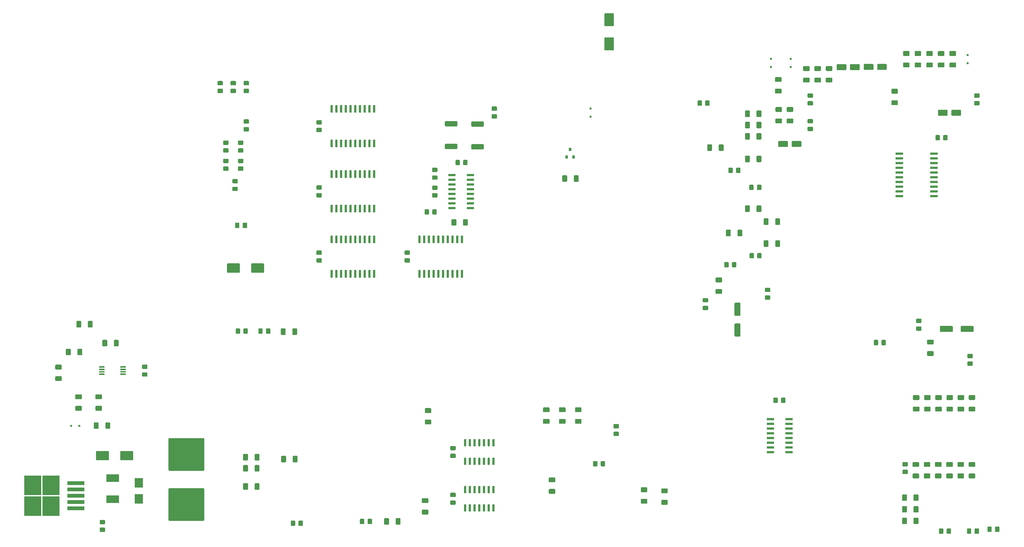
<source format=gbr>
%TF.GenerationSoftware,KiCad,Pcbnew,5.1.5+dfsg1-2build2*%
%TF.CreationDate,2021-09-08T17:23:41-04:00*%
%TF.ProjectId,coco3,636f636f-332e-46b6-9963-61645f706362,1.0.0*%
%TF.SameCoordinates,Original*%
%TF.FileFunction,Paste,Top*%
%TF.FilePolarity,Positive*%
%FSLAX46Y46*%
G04 Gerber Fmt 4.6, Leading zero omitted, Abs format (unit mm)*
G04 Created by KiCad (PCBNEW 5.1.5+dfsg1-2build2) date 2021-09-08 17:23:41*
%MOMM*%
%LPD*%
G04 APERTURE LIST*
%ADD10C,0.100000*%
%ADD11R,0.500000X0.500000*%
%ADD12R,2.300000X2.500000*%
%ADD13R,3.400000X2.000000*%
%ADD14R,0.800000X0.900000*%
%ADD15R,4.600000X1.100000*%
%ADD16R,4.550000X5.250000*%
G04 APERTURE END LIST*
D10*
%TO.C,C1*%
G36*
X256000504Y-51550204D02*
G01*
X256024773Y-51553804D01*
X256048571Y-51559765D01*
X256071671Y-51568030D01*
X256093849Y-51578520D01*
X256114893Y-51591133D01*
X256134598Y-51605747D01*
X256152777Y-51622223D01*
X256169253Y-51640402D01*
X256183867Y-51660107D01*
X256196480Y-51681151D01*
X256206970Y-51703329D01*
X256215235Y-51726429D01*
X256221196Y-51750227D01*
X256224796Y-51774496D01*
X256226000Y-51799000D01*
X256226000Y-52474000D01*
X256224796Y-52498504D01*
X256221196Y-52522773D01*
X256215235Y-52546571D01*
X256206970Y-52569671D01*
X256196480Y-52591849D01*
X256183867Y-52612893D01*
X256169253Y-52632598D01*
X256152777Y-52650777D01*
X256134598Y-52667253D01*
X256114893Y-52681867D01*
X256093849Y-52694480D01*
X256071671Y-52704970D01*
X256048571Y-52713235D01*
X256024773Y-52719196D01*
X256000504Y-52722796D01*
X255976000Y-52724000D01*
X255026000Y-52724000D01*
X255001496Y-52722796D01*
X254977227Y-52719196D01*
X254953429Y-52713235D01*
X254930329Y-52704970D01*
X254908151Y-52694480D01*
X254887107Y-52681867D01*
X254867402Y-52667253D01*
X254849223Y-52650777D01*
X254832747Y-52632598D01*
X254818133Y-52612893D01*
X254805520Y-52591849D01*
X254795030Y-52569671D01*
X254786765Y-52546571D01*
X254780804Y-52522773D01*
X254777204Y-52498504D01*
X254776000Y-52474000D01*
X254776000Y-51799000D01*
X254777204Y-51774496D01*
X254780804Y-51750227D01*
X254786765Y-51726429D01*
X254795030Y-51703329D01*
X254805520Y-51681151D01*
X254818133Y-51660107D01*
X254832747Y-51640402D01*
X254849223Y-51622223D01*
X254867402Y-51605747D01*
X254887107Y-51591133D01*
X254908151Y-51578520D01*
X254930329Y-51568030D01*
X254953429Y-51559765D01*
X254977227Y-51553804D01*
X255001496Y-51550204D01*
X255026000Y-51549000D01*
X255976000Y-51549000D01*
X256000504Y-51550204D01*
G37*
G36*
X256000504Y-53625204D02*
G01*
X256024773Y-53628804D01*
X256048571Y-53634765D01*
X256071671Y-53643030D01*
X256093849Y-53653520D01*
X256114893Y-53666133D01*
X256134598Y-53680747D01*
X256152777Y-53697223D01*
X256169253Y-53715402D01*
X256183867Y-53735107D01*
X256196480Y-53756151D01*
X256206970Y-53778329D01*
X256215235Y-53801429D01*
X256221196Y-53825227D01*
X256224796Y-53849496D01*
X256226000Y-53874000D01*
X256226000Y-54549000D01*
X256224796Y-54573504D01*
X256221196Y-54597773D01*
X256215235Y-54621571D01*
X256206970Y-54644671D01*
X256196480Y-54666849D01*
X256183867Y-54687893D01*
X256169253Y-54707598D01*
X256152777Y-54725777D01*
X256134598Y-54742253D01*
X256114893Y-54756867D01*
X256093849Y-54769480D01*
X256071671Y-54779970D01*
X256048571Y-54788235D01*
X256024773Y-54794196D01*
X256000504Y-54797796D01*
X255976000Y-54799000D01*
X255026000Y-54799000D01*
X255001496Y-54797796D01*
X254977227Y-54794196D01*
X254953429Y-54788235D01*
X254930329Y-54779970D01*
X254908151Y-54769480D01*
X254887107Y-54756867D01*
X254867402Y-54742253D01*
X254849223Y-54725777D01*
X254832747Y-54707598D01*
X254818133Y-54687893D01*
X254805520Y-54666849D01*
X254795030Y-54644671D01*
X254786765Y-54621571D01*
X254780804Y-54597773D01*
X254777204Y-54573504D01*
X254776000Y-54549000D01*
X254776000Y-53874000D01*
X254777204Y-53849496D01*
X254780804Y-53825227D01*
X254786765Y-53801429D01*
X254795030Y-53778329D01*
X254805520Y-53756151D01*
X254818133Y-53735107D01*
X254832747Y-53715402D01*
X254849223Y-53697223D01*
X254867402Y-53680747D01*
X254887107Y-53666133D01*
X254908151Y-53653520D01*
X254930329Y-53643030D01*
X254953429Y-53634765D01*
X254977227Y-53628804D01*
X255001496Y-53625204D01*
X255026000Y-53624000D01*
X255976000Y-53624000D01*
X256000504Y-53625204D01*
G37*
%TD*%
%TO.C,C4*%
G36*
X275600504Y-111000204D02*
G01*
X275624773Y-111003804D01*
X275648571Y-111009765D01*
X275671671Y-111018030D01*
X275693849Y-111028520D01*
X275714893Y-111041133D01*
X275734598Y-111055747D01*
X275752777Y-111072223D01*
X275769253Y-111090402D01*
X275783867Y-111110107D01*
X275796480Y-111131151D01*
X275806970Y-111153329D01*
X275815235Y-111176429D01*
X275821196Y-111200227D01*
X275824796Y-111224496D01*
X275826000Y-111249000D01*
X275826000Y-112199000D01*
X275824796Y-112223504D01*
X275821196Y-112247773D01*
X275815235Y-112271571D01*
X275806970Y-112294671D01*
X275796480Y-112316849D01*
X275783867Y-112337893D01*
X275769253Y-112357598D01*
X275752777Y-112375777D01*
X275734598Y-112392253D01*
X275714893Y-112406867D01*
X275693849Y-112419480D01*
X275671671Y-112429970D01*
X275648571Y-112438235D01*
X275624773Y-112444196D01*
X275600504Y-112447796D01*
X275576000Y-112449000D01*
X274901000Y-112449000D01*
X274876496Y-112447796D01*
X274852227Y-112444196D01*
X274828429Y-112438235D01*
X274805329Y-112429970D01*
X274783151Y-112419480D01*
X274762107Y-112406867D01*
X274742402Y-112392253D01*
X274724223Y-112375777D01*
X274707747Y-112357598D01*
X274693133Y-112337893D01*
X274680520Y-112316849D01*
X274670030Y-112294671D01*
X274661765Y-112271571D01*
X274655804Y-112247773D01*
X274652204Y-112223504D01*
X274651000Y-112199000D01*
X274651000Y-111249000D01*
X274652204Y-111224496D01*
X274655804Y-111200227D01*
X274661765Y-111176429D01*
X274670030Y-111153329D01*
X274680520Y-111131151D01*
X274693133Y-111110107D01*
X274707747Y-111090402D01*
X274724223Y-111072223D01*
X274742402Y-111055747D01*
X274762107Y-111041133D01*
X274783151Y-111028520D01*
X274805329Y-111018030D01*
X274828429Y-111009765D01*
X274852227Y-111003804D01*
X274876496Y-111000204D01*
X274901000Y-110999000D01*
X275576000Y-110999000D01*
X275600504Y-111000204D01*
G37*
G36*
X273525504Y-111000204D02*
G01*
X273549773Y-111003804D01*
X273573571Y-111009765D01*
X273596671Y-111018030D01*
X273618849Y-111028520D01*
X273639893Y-111041133D01*
X273659598Y-111055747D01*
X273677777Y-111072223D01*
X273694253Y-111090402D01*
X273708867Y-111110107D01*
X273721480Y-111131151D01*
X273731970Y-111153329D01*
X273740235Y-111176429D01*
X273746196Y-111200227D01*
X273749796Y-111224496D01*
X273751000Y-111249000D01*
X273751000Y-112199000D01*
X273749796Y-112223504D01*
X273746196Y-112247773D01*
X273740235Y-112271571D01*
X273731970Y-112294671D01*
X273721480Y-112316849D01*
X273708867Y-112337893D01*
X273694253Y-112357598D01*
X273677777Y-112375777D01*
X273659598Y-112392253D01*
X273639893Y-112406867D01*
X273618849Y-112419480D01*
X273596671Y-112429970D01*
X273573571Y-112438235D01*
X273549773Y-112444196D01*
X273525504Y-112447796D01*
X273501000Y-112449000D01*
X272826000Y-112449000D01*
X272801496Y-112447796D01*
X272777227Y-112444196D01*
X272753429Y-112438235D01*
X272730329Y-112429970D01*
X272708151Y-112419480D01*
X272687107Y-112406867D01*
X272667402Y-112392253D01*
X272649223Y-112375777D01*
X272632747Y-112357598D01*
X272618133Y-112337893D01*
X272605520Y-112316849D01*
X272595030Y-112294671D01*
X272586765Y-112271571D01*
X272580804Y-112247773D01*
X272577204Y-112223504D01*
X272576000Y-112199000D01*
X272576000Y-111249000D01*
X272577204Y-111224496D01*
X272580804Y-111200227D01*
X272586765Y-111176429D01*
X272595030Y-111153329D01*
X272605520Y-111131151D01*
X272618133Y-111110107D01*
X272632747Y-111090402D01*
X272649223Y-111072223D01*
X272667402Y-111055747D01*
X272687107Y-111041133D01*
X272708151Y-111028520D01*
X272730329Y-111018030D01*
X272753429Y-111009765D01*
X272777227Y-111003804D01*
X272801496Y-111000204D01*
X272826000Y-110999000D01*
X273501000Y-110999000D01*
X273525504Y-111000204D01*
G37*
%TD*%
%TO.C,C6*%
G36*
X116725504Y-159650204D02*
G01*
X116749773Y-159653804D01*
X116773571Y-159659765D01*
X116796671Y-159668030D01*
X116818849Y-159678520D01*
X116839893Y-159691133D01*
X116859598Y-159705747D01*
X116877777Y-159722223D01*
X116894253Y-159740402D01*
X116908867Y-159760107D01*
X116921480Y-159781151D01*
X116931970Y-159803329D01*
X116940235Y-159826429D01*
X116946196Y-159850227D01*
X116949796Y-159874496D01*
X116951000Y-159899000D01*
X116951000Y-160849000D01*
X116949796Y-160873504D01*
X116946196Y-160897773D01*
X116940235Y-160921571D01*
X116931970Y-160944671D01*
X116921480Y-160966849D01*
X116908867Y-160987893D01*
X116894253Y-161007598D01*
X116877777Y-161025777D01*
X116859598Y-161042253D01*
X116839893Y-161056867D01*
X116818849Y-161069480D01*
X116796671Y-161079970D01*
X116773571Y-161088235D01*
X116749773Y-161094196D01*
X116725504Y-161097796D01*
X116701000Y-161099000D01*
X116026000Y-161099000D01*
X116001496Y-161097796D01*
X115977227Y-161094196D01*
X115953429Y-161088235D01*
X115930329Y-161079970D01*
X115908151Y-161069480D01*
X115887107Y-161056867D01*
X115867402Y-161042253D01*
X115849223Y-161025777D01*
X115832747Y-161007598D01*
X115818133Y-160987893D01*
X115805520Y-160966849D01*
X115795030Y-160944671D01*
X115786765Y-160921571D01*
X115780804Y-160897773D01*
X115777204Y-160873504D01*
X115776000Y-160849000D01*
X115776000Y-159899000D01*
X115777204Y-159874496D01*
X115780804Y-159850227D01*
X115786765Y-159826429D01*
X115795030Y-159803329D01*
X115805520Y-159781151D01*
X115818133Y-159760107D01*
X115832747Y-159740402D01*
X115849223Y-159722223D01*
X115867402Y-159705747D01*
X115887107Y-159691133D01*
X115908151Y-159678520D01*
X115930329Y-159668030D01*
X115953429Y-159659765D01*
X115977227Y-159653804D01*
X116001496Y-159650204D01*
X116026000Y-159649000D01*
X116701000Y-159649000D01*
X116725504Y-159650204D01*
G37*
G36*
X118800504Y-159650204D02*
G01*
X118824773Y-159653804D01*
X118848571Y-159659765D01*
X118871671Y-159668030D01*
X118893849Y-159678520D01*
X118914893Y-159691133D01*
X118934598Y-159705747D01*
X118952777Y-159722223D01*
X118969253Y-159740402D01*
X118983867Y-159760107D01*
X118996480Y-159781151D01*
X119006970Y-159803329D01*
X119015235Y-159826429D01*
X119021196Y-159850227D01*
X119024796Y-159874496D01*
X119026000Y-159899000D01*
X119026000Y-160849000D01*
X119024796Y-160873504D01*
X119021196Y-160897773D01*
X119015235Y-160921571D01*
X119006970Y-160944671D01*
X118996480Y-160966849D01*
X118983867Y-160987893D01*
X118969253Y-161007598D01*
X118952777Y-161025777D01*
X118934598Y-161042253D01*
X118914893Y-161056867D01*
X118893849Y-161069480D01*
X118871671Y-161079970D01*
X118848571Y-161088235D01*
X118824773Y-161094196D01*
X118800504Y-161097796D01*
X118776000Y-161099000D01*
X118101000Y-161099000D01*
X118076496Y-161097796D01*
X118052227Y-161094196D01*
X118028429Y-161088235D01*
X118005329Y-161079970D01*
X117983151Y-161069480D01*
X117962107Y-161056867D01*
X117942402Y-161042253D01*
X117924223Y-161025777D01*
X117907747Y-161007598D01*
X117893133Y-160987893D01*
X117880520Y-160966849D01*
X117870030Y-160944671D01*
X117861765Y-160921571D01*
X117855804Y-160897773D01*
X117852204Y-160873504D01*
X117851000Y-160849000D01*
X117851000Y-159899000D01*
X117852204Y-159874496D01*
X117855804Y-159850227D01*
X117861765Y-159826429D01*
X117870030Y-159803329D01*
X117880520Y-159781151D01*
X117893133Y-159760107D01*
X117907747Y-159740402D01*
X117924223Y-159722223D01*
X117942402Y-159705747D01*
X117962107Y-159691133D01*
X117983151Y-159678520D01*
X118005329Y-159668030D01*
X118028429Y-159659765D01*
X118052227Y-159653804D01*
X118076496Y-159650204D01*
X118101000Y-159649000D01*
X118776000Y-159649000D01*
X118800504Y-159650204D01*
G37*
%TD*%
%TO.C,C7*%
G36*
X135325504Y-159150204D02*
G01*
X135349773Y-159153804D01*
X135373571Y-159159765D01*
X135396671Y-159168030D01*
X135418849Y-159178520D01*
X135439893Y-159191133D01*
X135459598Y-159205747D01*
X135477777Y-159222223D01*
X135494253Y-159240402D01*
X135508867Y-159260107D01*
X135521480Y-159281151D01*
X135531970Y-159303329D01*
X135540235Y-159326429D01*
X135546196Y-159350227D01*
X135549796Y-159374496D01*
X135551000Y-159399000D01*
X135551000Y-160349000D01*
X135549796Y-160373504D01*
X135546196Y-160397773D01*
X135540235Y-160421571D01*
X135531970Y-160444671D01*
X135521480Y-160466849D01*
X135508867Y-160487893D01*
X135494253Y-160507598D01*
X135477777Y-160525777D01*
X135459598Y-160542253D01*
X135439893Y-160556867D01*
X135418849Y-160569480D01*
X135396671Y-160579970D01*
X135373571Y-160588235D01*
X135349773Y-160594196D01*
X135325504Y-160597796D01*
X135301000Y-160599000D01*
X134626000Y-160599000D01*
X134601496Y-160597796D01*
X134577227Y-160594196D01*
X134553429Y-160588235D01*
X134530329Y-160579970D01*
X134508151Y-160569480D01*
X134487107Y-160556867D01*
X134467402Y-160542253D01*
X134449223Y-160525777D01*
X134432747Y-160507598D01*
X134418133Y-160487893D01*
X134405520Y-160466849D01*
X134395030Y-160444671D01*
X134386765Y-160421571D01*
X134380804Y-160397773D01*
X134377204Y-160373504D01*
X134376000Y-160349000D01*
X134376000Y-159399000D01*
X134377204Y-159374496D01*
X134380804Y-159350227D01*
X134386765Y-159326429D01*
X134395030Y-159303329D01*
X134405520Y-159281151D01*
X134418133Y-159260107D01*
X134432747Y-159240402D01*
X134449223Y-159222223D01*
X134467402Y-159205747D01*
X134487107Y-159191133D01*
X134508151Y-159178520D01*
X134530329Y-159168030D01*
X134553429Y-159159765D01*
X134577227Y-159153804D01*
X134601496Y-159150204D01*
X134626000Y-159149000D01*
X135301000Y-159149000D01*
X135325504Y-159150204D01*
G37*
G36*
X137400504Y-159150204D02*
G01*
X137424773Y-159153804D01*
X137448571Y-159159765D01*
X137471671Y-159168030D01*
X137493849Y-159178520D01*
X137514893Y-159191133D01*
X137534598Y-159205747D01*
X137552777Y-159222223D01*
X137569253Y-159240402D01*
X137583867Y-159260107D01*
X137596480Y-159281151D01*
X137606970Y-159303329D01*
X137615235Y-159326429D01*
X137621196Y-159350227D01*
X137624796Y-159374496D01*
X137626000Y-159399000D01*
X137626000Y-160349000D01*
X137624796Y-160373504D01*
X137621196Y-160397773D01*
X137615235Y-160421571D01*
X137606970Y-160444671D01*
X137596480Y-160466849D01*
X137583867Y-160487893D01*
X137569253Y-160507598D01*
X137552777Y-160525777D01*
X137534598Y-160542253D01*
X137514893Y-160556867D01*
X137493849Y-160569480D01*
X137471671Y-160579970D01*
X137448571Y-160588235D01*
X137424773Y-160594196D01*
X137400504Y-160597796D01*
X137376000Y-160599000D01*
X136701000Y-160599000D01*
X136676496Y-160597796D01*
X136652227Y-160594196D01*
X136628429Y-160588235D01*
X136605329Y-160579970D01*
X136583151Y-160569480D01*
X136562107Y-160556867D01*
X136542402Y-160542253D01*
X136524223Y-160525777D01*
X136507747Y-160507598D01*
X136493133Y-160487893D01*
X136480520Y-160466849D01*
X136470030Y-160444671D01*
X136461765Y-160421571D01*
X136455804Y-160397773D01*
X136452204Y-160373504D01*
X136451000Y-160349000D01*
X136451000Y-159399000D01*
X136452204Y-159374496D01*
X136455804Y-159350227D01*
X136461765Y-159326429D01*
X136470030Y-159303329D01*
X136480520Y-159281151D01*
X136493133Y-159260107D01*
X136507747Y-159240402D01*
X136524223Y-159222223D01*
X136542402Y-159205747D01*
X136562107Y-159191133D01*
X136583151Y-159178520D01*
X136605329Y-159168030D01*
X136628429Y-159159765D01*
X136652227Y-159153804D01*
X136676496Y-159150204D01*
X136701000Y-159149000D01*
X137376000Y-159149000D01*
X137400504Y-159150204D01*
G37*
%TD*%
%TO.C,C8*%
G36*
X244500504Y-99025204D02*
G01*
X244524773Y-99028804D01*
X244548571Y-99034765D01*
X244571671Y-99043030D01*
X244593849Y-99053520D01*
X244614893Y-99066133D01*
X244634598Y-99080747D01*
X244652777Y-99097223D01*
X244669253Y-99115402D01*
X244683867Y-99135107D01*
X244696480Y-99156151D01*
X244706970Y-99178329D01*
X244715235Y-99201429D01*
X244721196Y-99225227D01*
X244724796Y-99249496D01*
X244726000Y-99274000D01*
X244726000Y-99949000D01*
X244724796Y-99973504D01*
X244721196Y-99997773D01*
X244715235Y-100021571D01*
X244706970Y-100044671D01*
X244696480Y-100066849D01*
X244683867Y-100087893D01*
X244669253Y-100107598D01*
X244652777Y-100125777D01*
X244634598Y-100142253D01*
X244614893Y-100156867D01*
X244593849Y-100169480D01*
X244571671Y-100179970D01*
X244548571Y-100188235D01*
X244524773Y-100194196D01*
X244500504Y-100197796D01*
X244476000Y-100199000D01*
X243526000Y-100199000D01*
X243501496Y-100197796D01*
X243477227Y-100194196D01*
X243453429Y-100188235D01*
X243430329Y-100179970D01*
X243408151Y-100169480D01*
X243387107Y-100156867D01*
X243367402Y-100142253D01*
X243349223Y-100125777D01*
X243332747Y-100107598D01*
X243318133Y-100087893D01*
X243305520Y-100066849D01*
X243295030Y-100044671D01*
X243286765Y-100021571D01*
X243280804Y-99997773D01*
X243277204Y-99973504D01*
X243276000Y-99949000D01*
X243276000Y-99274000D01*
X243277204Y-99249496D01*
X243280804Y-99225227D01*
X243286765Y-99201429D01*
X243295030Y-99178329D01*
X243305520Y-99156151D01*
X243318133Y-99135107D01*
X243332747Y-99115402D01*
X243349223Y-99097223D01*
X243367402Y-99080747D01*
X243387107Y-99066133D01*
X243408151Y-99053520D01*
X243430329Y-99043030D01*
X243453429Y-99034765D01*
X243477227Y-99028804D01*
X243501496Y-99025204D01*
X243526000Y-99024000D01*
X244476000Y-99024000D01*
X244500504Y-99025204D01*
G37*
G36*
X244500504Y-96950204D02*
G01*
X244524773Y-96953804D01*
X244548571Y-96959765D01*
X244571671Y-96968030D01*
X244593849Y-96978520D01*
X244614893Y-96991133D01*
X244634598Y-97005747D01*
X244652777Y-97022223D01*
X244669253Y-97040402D01*
X244683867Y-97060107D01*
X244696480Y-97081151D01*
X244706970Y-97103329D01*
X244715235Y-97126429D01*
X244721196Y-97150227D01*
X244724796Y-97174496D01*
X244726000Y-97199000D01*
X244726000Y-97874000D01*
X244724796Y-97898504D01*
X244721196Y-97922773D01*
X244715235Y-97946571D01*
X244706970Y-97969671D01*
X244696480Y-97991849D01*
X244683867Y-98012893D01*
X244669253Y-98032598D01*
X244652777Y-98050777D01*
X244634598Y-98067253D01*
X244614893Y-98081867D01*
X244593849Y-98094480D01*
X244571671Y-98104970D01*
X244548571Y-98113235D01*
X244524773Y-98119196D01*
X244500504Y-98122796D01*
X244476000Y-98124000D01*
X243526000Y-98124000D01*
X243501496Y-98122796D01*
X243477227Y-98119196D01*
X243453429Y-98113235D01*
X243430329Y-98104970D01*
X243408151Y-98094480D01*
X243387107Y-98081867D01*
X243367402Y-98067253D01*
X243349223Y-98050777D01*
X243332747Y-98032598D01*
X243318133Y-98012893D01*
X243305520Y-97991849D01*
X243295030Y-97969671D01*
X243286765Y-97946571D01*
X243280804Y-97922773D01*
X243277204Y-97898504D01*
X243276000Y-97874000D01*
X243276000Y-97199000D01*
X243277204Y-97174496D01*
X243280804Y-97150227D01*
X243286765Y-97126429D01*
X243295030Y-97103329D01*
X243305520Y-97081151D01*
X243318133Y-97060107D01*
X243332747Y-97040402D01*
X243349223Y-97022223D01*
X243367402Y-97005747D01*
X243387107Y-96991133D01*
X243408151Y-96978520D01*
X243430329Y-96968030D01*
X243453429Y-96959765D01*
X243477227Y-96953804D01*
X243501496Y-96950204D01*
X243526000Y-96949000D01*
X244476000Y-96949000D01*
X244500504Y-96950204D01*
G37*
%TD*%
%TO.C,C12*%
G36*
X248600504Y-126550204D02*
G01*
X248624773Y-126553804D01*
X248648571Y-126559765D01*
X248671671Y-126568030D01*
X248693849Y-126578520D01*
X248714893Y-126591133D01*
X248734598Y-126605747D01*
X248752777Y-126622223D01*
X248769253Y-126640402D01*
X248783867Y-126660107D01*
X248796480Y-126681151D01*
X248806970Y-126703329D01*
X248815235Y-126726429D01*
X248821196Y-126750227D01*
X248824796Y-126774496D01*
X248826000Y-126799000D01*
X248826000Y-127749000D01*
X248824796Y-127773504D01*
X248821196Y-127797773D01*
X248815235Y-127821571D01*
X248806970Y-127844671D01*
X248796480Y-127866849D01*
X248783867Y-127887893D01*
X248769253Y-127907598D01*
X248752777Y-127925777D01*
X248734598Y-127942253D01*
X248714893Y-127956867D01*
X248693849Y-127969480D01*
X248671671Y-127979970D01*
X248648571Y-127988235D01*
X248624773Y-127994196D01*
X248600504Y-127997796D01*
X248576000Y-127999000D01*
X247901000Y-127999000D01*
X247876496Y-127997796D01*
X247852227Y-127994196D01*
X247828429Y-127988235D01*
X247805329Y-127979970D01*
X247783151Y-127969480D01*
X247762107Y-127956867D01*
X247742402Y-127942253D01*
X247724223Y-127925777D01*
X247707747Y-127907598D01*
X247693133Y-127887893D01*
X247680520Y-127866849D01*
X247670030Y-127844671D01*
X247661765Y-127821571D01*
X247655804Y-127797773D01*
X247652204Y-127773504D01*
X247651000Y-127749000D01*
X247651000Y-126799000D01*
X247652204Y-126774496D01*
X247655804Y-126750227D01*
X247661765Y-126726429D01*
X247670030Y-126703329D01*
X247680520Y-126681151D01*
X247693133Y-126660107D01*
X247707747Y-126640402D01*
X247724223Y-126622223D01*
X247742402Y-126605747D01*
X247762107Y-126591133D01*
X247783151Y-126578520D01*
X247805329Y-126568030D01*
X247828429Y-126559765D01*
X247852227Y-126553804D01*
X247876496Y-126550204D01*
X247901000Y-126549000D01*
X248576000Y-126549000D01*
X248600504Y-126550204D01*
G37*
G36*
X246525504Y-126550204D02*
G01*
X246549773Y-126553804D01*
X246573571Y-126559765D01*
X246596671Y-126568030D01*
X246618849Y-126578520D01*
X246639893Y-126591133D01*
X246659598Y-126605747D01*
X246677777Y-126622223D01*
X246694253Y-126640402D01*
X246708867Y-126660107D01*
X246721480Y-126681151D01*
X246731970Y-126703329D01*
X246740235Y-126726429D01*
X246746196Y-126750227D01*
X246749796Y-126774496D01*
X246751000Y-126799000D01*
X246751000Y-127749000D01*
X246749796Y-127773504D01*
X246746196Y-127797773D01*
X246740235Y-127821571D01*
X246731970Y-127844671D01*
X246721480Y-127866849D01*
X246708867Y-127887893D01*
X246694253Y-127907598D01*
X246677777Y-127925777D01*
X246659598Y-127942253D01*
X246639893Y-127956867D01*
X246618849Y-127969480D01*
X246596671Y-127979970D01*
X246573571Y-127988235D01*
X246549773Y-127994196D01*
X246525504Y-127997796D01*
X246501000Y-127999000D01*
X245826000Y-127999000D01*
X245801496Y-127997796D01*
X245777227Y-127994196D01*
X245753429Y-127988235D01*
X245730329Y-127979970D01*
X245708151Y-127969480D01*
X245687107Y-127956867D01*
X245667402Y-127942253D01*
X245649223Y-127925777D01*
X245632747Y-127907598D01*
X245618133Y-127887893D01*
X245605520Y-127866849D01*
X245595030Y-127844671D01*
X245586765Y-127821571D01*
X245580804Y-127797773D01*
X245577204Y-127773504D01*
X245576000Y-127749000D01*
X245576000Y-126799000D01*
X245577204Y-126774496D01*
X245580804Y-126750227D01*
X245586765Y-126726429D01*
X245595030Y-126703329D01*
X245605520Y-126681151D01*
X245618133Y-126660107D01*
X245632747Y-126640402D01*
X245649223Y-126622223D01*
X245667402Y-126605747D01*
X245687107Y-126591133D01*
X245708151Y-126578520D01*
X245730329Y-126568030D01*
X245753429Y-126559765D01*
X245777227Y-126553804D01*
X245801496Y-126550204D01*
X245826000Y-126549000D01*
X246501000Y-126549000D01*
X246525504Y-126550204D01*
G37*
%TD*%
%TO.C,C13*%
G36*
X107990504Y-107910204D02*
G01*
X108014773Y-107913804D01*
X108038571Y-107919765D01*
X108061671Y-107928030D01*
X108083849Y-107938520D01*
X108104893Y-107951133D01*
X108124598Y-107965747D01*
X108142777Y-107982223D01*
X108159253Y-108000402D01*
X108173867Y-108020107D01*
X108186480Y-108041151D01*
X108196970Y-108063329D01*
X108205235Y-108086429D01*
X108211196Y-108110227D01*
X108214796Y-108134496D01*
X108216000Y-108159000D01*
X108216000Y-109109000D01*
X108214796Y-109133504D01*
X108211196Y-109157773D01*
X108205235Y-109181571D01*
X108196970Y-109204671D01*
X108186480Y-109226849D01*
X108173867Y-109247893D01*
X108159253Y-109267598D01*
X108142777Y-109285777D01*
X108124598Y-109302253D01*
X108104893Y-109316867D01*
X108083849Y-109329480D01*
X108061671Y-109339970D01*
X108038571Y-109348235D01*
X108014773Y-109354196D01*
X107990504Y-109357796D01*
X107966000Y-109359000D01*
X107291000Y-109359000D01*
X107266496Y-109357796D01*
X107242227Y-109354196D01*
X107218429Y-109348235D01*
X107195329Y-109339970D01*
X107173151Y-109329480D01*
X107152107Y-109316867D01*
X107132402Y-109302253D01*
X107114223Y-109285777D01*
X107097747Y-109267598D01*
X107083133Y-109247893D01*
X107070520Y-109226849D01*
X107060030Y-109204671D01*
X107051765Y-109181571D01*
X107045804Y-109157773D01*
X107042204Y-109133504D01*
X107041000Y-109109000D01*
X107041000Y-108159000D01*
X107042204Y-108134496D01*
X107045804Y-108110227D01*
X107051765Y-108086429D01*
X107060030Y-108063329D01*
X107070520Y-108041151D01*
X107083133Y-108020107D01*
X107097747Y-108000402D01*
X107114223Y-107982223D01*
X107132402Y-107965747D01*
X107152107Y-107951133D01*
X107173151Y-107938520D01*
X107195329Y-107928030D01*
X107218429Y-107919765D01*
X107242227Y-107913804D01*
X107266496Y-107910204D01*
X107291000Y-107909000D01*
X107966000Y-107909000D01*
X107990504Y-107910204D01*
G37*
G36*
X110065504Y-107910204D02*
G01*
X110089773Y-107913804D01*
X110113571Y-107919765D01*
X110136671Y-107928030D01*
X110158849Y-107938520D01*
X110179893Y-107951133D01*
X110199598Y-107965747D01*
X110217777Y-107982223D01*
X110234253Y-108000402D01*
X110248867Y-108020107D01*
X110261480Y-108041151D01*
X110271970Y-108063329D01*
X110280235Y-108086429D01*
X110286196Y-108110227D01*
X110289796Y-108134496D01*
X110291000Y-108159000D01*
X110291000Y-109109000D01*
X110289796Y-109133504D01*
X110286196Y-109157773D01*
X110280235Y-109181571D01*
X110271970Y-109204671D01*
X110261480Y-109226849D01*
X110248867Y-109247893D01*
X110234253Y-109267598D01*
X110217777Y-109285777D01*
X110199598Y-109302253D01*
X110179893Y-109316867D01*
X110158849Y-109329480D01*
X110136671Y-109339970D01*
X110113571Y-109348235D01*
X110089773Y-109354196D01*
X110065504Y-109357796D01*
X110041000Y-109359000D01*
X109366000Y-109359000D01*
X109341496Y-109357796D01*
X109317227Y-109354196D01*
X109293429Y-109348235D01*
X109270329Y-109339970D01*
X109248151Y-109329480D01*
X109227107Y-109316867D01*
X109207402Y-109302253D01*
X109189223Y-109285777D01*
X109172747Y-109267598D01*
X109158133Y-109247893D01*
X109145520Y-109226849D01*
X109135030Y-109204671D01*
X109126765Y-109181571D01*
X109120804Y-109157773D01*
X109117204Y-109133504D01*
X109116000Y-109109000D01*
X109116000Y-108159000D01*
X109117204Y-108134496D01*
X109120804Y-108110227D01*
X109126765Y-108086429D01*
X109135030Y-108063329D01*
X109145520Y-108041151D01*
X109158133Y-108020107D01*
X109172747Y-108000402D01*
X109189223Y-107982223D01*
X109207402Y-107965747D01*
X109227107Y-107951133D01*
X109248151Y-107938520D01*
X109270329Y-107928030D01*
X109293429Y-107919765D01*
X109317227Y-107913804D01*
X109341496Y-107910204D01*
X109366000Y-107909000D01*
X110041000Y-107909000D01*
X110065504Y-107910204D01*
G37*
%TD*%
%TO.C,C26*%
G36*
X299000504Y-116825204D02*
G01*
X299024773Y-116828804D01*
X299048571Y-116834765D01*
X299071671Y-116843030D01*
X299093849Y-116853520D01*
X299114893Y-116866133D01*
X299134598Y-116880747D01*
X299152777Y-116897223D01*
X299169253Y-116915402D01*
X299183867Y-116935107D01*
X299196480Y-116956151D01*
X299206970Y-116978329D01*
X299215235Y-117001429D01*
X299221196Y-117025227D01*
X299224796Y-117049496D01*
X299226000Y-117074000D01*
X299226000Y-117749000D01*
X299224796Y-117773504D01*
X299221196Y-117797773D01*
X299215235Y-117821571D01*
X299206970Y-117844671D01*
X299196480Y-117866849D01*
X299183867Y-117887893D01*
X299169253Y-117907598D01*
X299152777Y-117925777D01*
X299134598Y-117942253D01*
X299114893Y-117956867D01*
X299093849Y-117969480D01*
X299071671Y-117979970D01*
X299048571Y-117988235D01*
X299024773Y-117994196D01*
X299000504Y-117997796D01*
X298976000Y-117999000D01*
X298026000Y-117999000D01*
X298001496Y-117997796D01*
X297977227Y-117994196D01*
X297953429Y-117988235D01*
X297930329Y-117979970D01*
X297908151Y-117969480D01*
X297887107Y-117956867D01*
X297867402Y-117942253D01*
X297849223Y-117925777D01*
X297832747Y-117907598D01*
X297818133Y-117887893D01*
X297805520Y-117866849D01*
X297795030Y-117844671D01*
X297786765Y-117821571D01*
X297780804Y-117797773D01*
X297777204Y-117773504D01*
X297776000Y-117749000D01*
X297776000Y-117074000D01*
X297777204Y-117049496D01*
X297780804Y-117025227D01*
X297786765Y-117001429D01*
X297795030Y-116978329D01*
X297805520Y-116956151D01*
X297818133Y-116935107D01*
X297832747Y-116915402D01*
X297849223Y-116897223D01*
X297867402Y-116880747D01*
X297887107Y-116866133D01*
X297908151Y-116853520D01*
X297930329Y-116843030D01*
X297953429Y-116834765D01*
X297977227Y-116828804D01*
X298001496Y-116825204D01*
X298026000Y-116824000D01*
X298976000Y-116824000D01*
X299000504Y-116825204D01*
G37*
G36*
X299000504Y-114750204D02*
G01*
X299024773Y-114753804D01*
X299048571Y-114759765D01*
X299071671Y-114768030D01*
X299093849Y-114778520D01*
X299114893Y-114791133D01*
X299134598Y-114805747D01*
X299152777Y-114822223D01*
X299169253Y-114840402D01*
X299183867Y-114860107D01*
X299196480Y-114881151D01*
X299206970Y-114903329D01*
X299215235Y-114926429D01*
X299221196Y-114950227D01*
X299224796Y-114974496D01*
X299226000Y-114999000D01*
X299226000Y-115674000D01*
X299224796Y-115698504D01*
X299221196Y-115722773D01*
X299215235Y-115746571D01*
X299206970Y-115769671D01*
X299196480Y-115791849D01*
X299183867Y-115812893D01*
X299169253Y-115832598D01*
X299152777Y-115850777D01*
X299134598Y-115867253D01*
X299114893Y-115881867D01*
X299093849Y-115894480D01*
X299071671Y-115904970D01*
X299048571Y-115913235D01*
X299024773Y-115919196D01*
X299000504Y-115922796D01*
X298976000Y-115924000D01*
X298026000Y-115924000D01*
X298001496Y-115922796D01*
X297977227Y-115919196D01*
X297953429Y-115913235D01*
X297930329Y-115904970D01*
X297908151Y-115894480D01*
X297887107Y-115881867D01*
X297867402Y-115867253D01*
X297849223Y-115850777D01*
X297832747Y-115832598D01*
X297818133Y-115812893D01*
X297805520Y-115791849D01*
X297795030Y-115769671D01*
X297786765Y-115746571D01*
X297780804Y-115722773D01*
X297777204Y-115698504D01*
X297776000Y-115674000D01*
X297776000Y-114999000D01*
X297777204Y-114974496D01*
X297780804Y-114950227D01*
X297786765Y-114926429D01*
X297795030Y-114903329D01*
X297805520Y-114881151D01*
X297818133Y-114860107D01*
X297832747Y-114840402D01*
X297849223Y-114822223D01*
X297867402Y-114805747D01*
X297887107Y-114791133D01*
X297908151Y-114778520D01*
X297930329Y-114768030D01*
X297953429Y-114759765D01*
X297977227Y-114753804D01*
X298001496Y-114750204D01*
X298026000Y-114749000D01*
X298976000Y-114749000D01*
X299000504Y-114750204D01*
G37*
%TD*%
%TO.C,C28*%
G36*
X65600904Y-159450204D02*
G01*
X65625173Y-159453804D01*
X65648971Y-159459765D01*
X65672071Y-159468030D01*
X65694249Y-159478520D01*
X65715293Y-159491133D01*
X65734998Y-159505747D01*
X65753177Y-159522223D01*
X65769653Y-159540402D01*
X65784267Y-159560107D01*
X65796880Y-159581151D01*
X65807370Y-159603329D01*
X65815635Y-159626429D01*
X65821596Y-159650227D01*
X65825196Y-159674496D01*
X65826400Y-159699000D01*
X65826400Y-160374000D01*
X65825196Y-160398504D01*
X65821596Y-160422773D01*
X65815635Y-160446571D01*
X65807370Y-160469671D01*
X65796880Y-160491849D01*
X65784267Y-160512893D01*
X65769653Y-160532598D01*
X65753177Y-160550777D01*
X65734998Y-160567253D01*
X65715293Y-160581867D01*
X65694249Y-160594480D01*
X65672071Y-160604970D01*
X65648971Y-160613235D01*
X65625173Y-160619196D01*
X65600904Y-160622796D01*
X65576400Y-160624000D01*
X64626400Y-160624000D01*
X64601896Y-160622796D01*
X64577627Y-160619196D01*
X64553829Y-160613235D01*
X64530729Y-160604970D01*
X64508551Y-160594480D01*
X64487507Y-160581867D01*
X64467802Y-160567253D01*
X64449623Y-160550777D01*
X64433147Y-160532598D01*
X64418533Y-160512893D01*
X64405920Y-160491849D01*
X64395430Y-160469671D01*
X64387165Y-160446571D01*
X64381204Y-160422773D01*
X64377604Y-160398504D01*
X64376400Y-160374000D01*
X64376400Y-159699000D01*
X64377604Y-159674496D01*
X64381204Y-159650227D01*
X64387165Y-159626429D01*
X64395430Y-159603329D01*
X64405920Y-159581151D01*
X64418533Y-159560107D01*
X64433147Y-159540402D01*
X64449623Y-159522223D01*
X64467802Y-159505747D01*
X64487507Y-159491133D01*
X64508551Y-159478520D01*
X64530729Y-159468030D01*
X64553829Y-159459765D01*
X64577627Y-159453804D01*
X64601896Y-159450204D01*
X64626400Y-159449000D01*
X65576400Y-159449000D01*
X65600904Y-159450204D01*
G37*
G36*
X65600904Y-161525204D02*
G01*
X65625173Y-161528804D01*
X65648971Y-161534765D01*
X65672071Y-161543030D01*
X65694249Y-161553520D01*
X65715293Y-161566133D01*
X65734998Y-161580747D01*
X65753177Y-161597223D01*
X65769653Y-161615402D01*
X65784267Y-161635107D01*
X65796880Y-161656151D01*
X65807370Y-161678329D01*
X65815635Y-161701429D01*
X65821596Y-161725227D01*
X65825196Y-161749496D01*
X65826400Y-161774000D01*
X65826400Y-162449000D01*
X65825196Y-162473504D01*
X65821596Y-162497773D01*
X65815635Y-162521571D01*
X65807370Y-162544671D01*
X65796880Y-162566849D01*
X65784267Y-162587893D01*
X65769653Y-162607598D01*
X65753177Y-162625777D01*
X65734998Y-162642253D01*
X65715293Y-162656867D01*
X65694249Y-162669480D01*
X65672071Y-162679970D01*
X65648971Y-162688235D01*
X65625173Y-162694196D01*
X65600904Y-162697796D01*
X65576400Y-162699000D01*
X64626400Y-162699000D01*
X64601896Y-162697796D01*
X64577627Y-162694196D01*
X64553829Y-162688235D01*
X64530729Y-162679970D01*
X64508551Y-162669480D01*
X64487507Y-162656867D01*
X64467802Y-162642253D01*
X64449623Y-162625777D01*
X64433147Y-162607598D01*
X64418533Y-162587893D01*
X64405920Y-162566849D01*
X64395430Y-162544671D01*
X64387165Y-162521571D01*
X64381204Y-162497773D01*
X64377604Y-162473504D01*
X64376400Y-162449000D01*
X64376400Y-161774000D01*
X64377604Y-161749496D01*
X64381204Y-161725227D01*
X64387165Y-161701429D01*
X64395430Y-161678329D01*
X64405920Y-161656151D01*
X64418533Y-161635107D01*
X64433147Y-161615402D01*
X64449623Y-161597223D01*
X64467802Y-161580747D01*
X64487507Y-161566133D01*
X64508551Y-161553520D01*
X64530729Y-161543030D01*
X64553829Y-161534765D01*
X64577627Y-161528804D01*
X64601896Y-161525204D01*
X64626400Y-161524000D01*
X65576400Y-161524000D01*
X65600904Y-161525204D01*
G37*
%TD*%
%TO.C,C38*%
G36*
X147600504Y-86950204D02*
G01*
X147624773Y-86953804D01*
X147648571Y-86959765D01*
X147671671Y-86968030D01*
X147693849Y-86978520D01*
X147714893Y-86991133D01*
X147734598Y-87005747D01*
X147752777Y-87022223D01*
X147769253Y-87040402D01*
X147783867Y-87060107D01*
X147796480Y-87081151D01*
X147806970Y-87103329D01*
X147815235Y-87126429D01*
X147821196Y-87150227D01*
X147824796Y-87174496D01*
X147826000Y-87199000D01*
X147826000Y-87874000D01*
X147824796Y-87898504D01*
X147821196Y-87922773D01*
X147815235Y-87946571D01*
X147806970Y-87969671D01*
X147796480Y-87991849D01*
X147783867Y-88012893D01*
X147769253Y-88032598D01*
X147752777Y-88050777D01*
X147734598Y-88067253D01*
X147714893Y-88081867D01*
X147693849Y-88094480D01*
X147671671Y-88104970D01*
X147648571Y-88113235D01*
X147624773Y-88119196D01*
X147600504Y-88122796D01*
X147576000Y-88124000D01*
X146626000Y-88124000D01*
X146601496Y-88122796D01*
X146577227Y-88119196D01*
X146553429Y-88113235D01*
X146530329Y-88104970D01*
X146508151Y-88094480D01*
X146487107Y-88081867D01*
X146467402Y-88067253D01*
X146449223Y-88050777D01*
X146432747Y-88032598D01*
X146418133Y-88012893D01*
X146405520Y-87991849D01*
X146395030Y-87969671D01*
X146386765Y-87946571D01*
X146380804Y-87922773D01*
X146377204Y-87898504D01*
X146376000Y-87874000D01*
X146376000Y-87199000D01*
X146377204Y-87174496D01*
X146380804Y-87150227D01*
X146386765Y-87126429D01*
X146395030Y-87103329D01*
X146405520Y-87081151D01*
X146418133Y-87060107D01*
X146432747Y-87040402D01*
X146449223Y-87022223D01*
X146467402Y-87005747D01*
X146487107Y-86991133D01*
X146508151Y-86978520D01*
X146530329Y-86968030D01*
X146553429Y-86959765D01*
X146577227Y-86953804D01*
X146601496Y-86950204D01*
X146626000Y-86949000D01*
X147576000Y-86949000D01*
X147600504Y-86950204D01*
G37*
G36*
X147600504Y-89025204D02*
G01*
X147624773Y-89028804D01*
X147648571Y-89034765D01*
X147671671Y-89043030D01*
X147693849Y-89053520D01*
X147714893Y-89066133D01*
X147734598Y-89080747D01*
X147752777Y-89097223D01*
X147769253Y-89115402D01*
X147783867Y-89135107D01*
X147796480Y-89156151D01*
X147806970Y-89178329D01*
X147815235Y-89201429D01*
X147821196Y-89225227D01*
X147824796Y-89249496D01*
X147826000Y-89274000D01*
X147826000Y-89949000D01*
X147824796Y-89973504D01*
X147821196Y-89997773D01*
X147815235Y-90021571D01*
X147806970Y-90044671D01*
X147796480Y-90066849D01*
X147783867Y-90087893D01*
X147769253Y-90107598D01*
X147752777Y-90125777D01*
X147734598Y-90142253D01*
X147714893Y-90156867D01*
X147693849Y-90169480D01*
X147671671Y-90179970D01*
X147648571Y-90188235D01*
X147624773Y-90194196D01*
X147600504Y-90197796D01*
X147576000Y-90199000D01*
X146626000Y-90199000D01*
X146601496Y-90197796D01*
X146577227Y-90194196D01*
X146553429Y-90188235D01*
X146530329Y-90179970D01*
X146508151Y-90169480D01*
X146487107Y-90156867D01*
X146467402Y-90142253D01*
X146449223Y-90125777D01*
X146432747Y-90107598D01*
X146418133Y-90087893D01*
X146405520Y-90066849D01*
X146395030Y-90044671D01*
X146386765Y-90021571D01*
X146380804Y-89997773D01*
X146377204Y-89973504D01*
X146376000Y-89949000D01*
X146376000Y-89274000D01*
X146377204Y-89249496D01*
X146380804Y-89225227D01*
X146386765Y-89201429D01*
X146395030Y-89178329D01*
X146405520Y-89156151D01*
X146418133Y-89135107D01*
X146432747Y-89115402D01*
X146449223Y-89097223D01*
X146467402Y-89080747D01*
X146487107Y-89066133D01*
X146508151Y-89053520D01*
X146530329Y-89043030D01*
X146553429Y-89034765D01*
X146577227Y-89028804D01*
X146601496Y-89025204D01*
X146626000Y-89024000D01*
X147576000Y-89024000D01*
X147600504Y-89025204D01*
G37*
%TD*%
%TO.C,C39*%
G36*
X123900504Y-51850204D02*
G01*
X123924773Y-51853804D01*
X123948571Y-51859765D01*
X123971671Y-51868030D01*
X123993849Y-51878520D01*
X124014893Y-51891133D01*
X124034598Y-51905747D01*
X124052777Y-51922223D01*
X124069253Y-51940402D01*
X124083867Y-51960107D01*
X124096480Y-51981151D01*
X124106970Y-52003329D01*
X124115235Y-52026429D01*
X124121196Y-52050227D01*
X124124796Y-52074496D01*
X124126000Y-52099000D01*
X124126000Y-52774000D01*
X124124796Y-52798504D01*
X124121196Y-52822773D01*
X124115235Y-52846571D01*
X124106970Y-52869671D01*
X124096480Y-52891849D01*
X124083867Y-52912893D01*
X124069253Y-52932598D01*
X124052777Y-52950777D01*
X124034598Y-52967253D01*
X124014893Y-52981867D01*
X123993849Y-52994480D01*
X123971671Y-53004970D01*
X123948571Y-53013235D01*
X123924773Y-53019196D01*
X123900504Y-53022796D01*
X123876000Y-53024000D01*
X122926000Y-53024000D01*
X122901496Y-53022796D01*
X122877227Y-53019196D01*
X122853429Y-53013235D01*
X122830329Y-53004970D01*
X122808151Y-52994480D01*
X122787107Y-52981867D01*
X122767402Y-52967253D01*
X122749223Y-52950777D01*
X122732747Y-52932598D01*
X122718133Y-52912893D01*
X122705520Y-52891849D01*
X122695030Y-52869671D01*
X122686765Y-52846571D01*
X122680804Y-52822773D01*
X122677204Y-52798504D01*
X122676000Y-52774000D01*
X122676000Y-52099000D01*
X122677204Y-52074496D01*
X122680804Y-52050227D01*
X122686765Y-52026429D01*
X122695030Y-52003329D01*
X122705520Y-51981151D01*
X122718133Y-51960107D01*
X122732747Y-51940402D01*
X122749223Y-51922223D01*
X122767402Y-51905747D01*
X122787107Y-51891133D01*
X122808151Y-51878520D01*
X122830329Y-51868030D01*
X122853429Y-51859765D01*
X122877227Y-51853804D01*
X122901496Y-51850204D01*
X122926000Y-51849000D01*
X123876000Y-51849000D01*
X123900504Y-51850204D01*
G37*
G36*
X123900504Y-53925204D02*
G01*
X123924773Y-53928804D01*
X123948571Y-53934765D01*
X123971671Y-53943030D01*
X123993849Y-53953520D01*
X124014893Y-53966133D01*
X124034598Y-53980747D01*
X124052777Y-53997223D01*
X124069253Y-54015402D01*
X124083867Y-54035107D01*
X124096480Y-54056151D01*
X124106970Y-54078329D01*
X124115235Y-54101429D01*
X124121196Y-54125227D01*
X124124796Y-54149496D01*
X124126000Y-54174000D01*
X124126000Y-54849000D01*
X124124796Y-54873504D01*
X124121196Y-54897773D01*
X124115235Y-54921571D01*
X124106970Y-54944671D01*
X124096480Y-54966849D01*
X124083867Y-54987893D01*
X124069253Y-55007598D01*
X124052777Y-55025777D01*
X124034598Y-55042253D01*
X124014893Y-55056867D01*
X123993849Y-55069480D01*
X123971671Y-55079970D01*
X123948571Y-55088235D01*
X123924773Y-55094196D01*
X123900504Y-55097796D01*
X123876000Y-55099000D01*
X122926000Y-55099000D01*
X122901496Y-55097796D01*
X122877227Y-55094196D01*
X122853429Y-55088235D01*
X122830329Y-55079970D01*
X122808151Y-55069480D01*
X122787107Y-55056867D01*
X122767402Y-55042253D01*
X122749223Y-55025777D01*
X122732747Y-55007598D01*
X122718133Y-54987893D01*
X122705520Y-54966849D01*
X122695030Y-54944671D01*
X122686765Y-54921571D01*
X122680804Y-54897773D01*
X122677204Y-54873504D01*
X122676000Y-54849000D01*
X122676000Y-54174000D01*
X122677204Y-54149496D01*
X122680804Y-54125227D01*
X122686765Y-54101429D01*
X122695030Y-54078329D01*
X122705520Y-54056151D01*
X122718133Y-54035107D01*
X122732747Y-54015402D01*
X122749223Y-53997223D01*
X122767402Y-53980747D01*
X122787107Y-53966133D01*
X122808151Y-53953520D01*
X122830329Y-53943030D01*
X122853429Y-53934765D01*
X122877227Y-53928804D01*
X122901496Y-53925204D01*
X122926000Y-53924000D01*
X123876000Y-53924000D01*
X123900504Y-53925204D01*
G37*
%TD*%
%TO.C,C40*%
G36*
X123900504Y-89025204D02*
G01*
X123924773Y-89028804D01*
X123948571Y-89034765D01*
X123971671Y-89043030D01*
X123993849Y-89053520D01*
X124014893Y-89066133D01*
X124034598Y-89080747D01*
X124052777Y-89097223D01*
X124069253Y-89115402D01*
X124083867Y-89135107D01*
X124096480Y-89156151D01*
X124106970Y-89178329D01*
X124115235Y-89201429D01*
X124121196Y-89225227D01*
X124124796Y-89249496D01*
X124126000Y-89274000D01*
X124126000Y-89949000D01*
X124124796Y-89973504D01*
X124121196Y-89997773D01*
X124115235Y-90021571D01*
X124106970Y-90044671D01*
X124096480Y-90066849D01*
X124083867Y-90087893D01*
X124069253Y-90107598D01*
X124052777Y-90125777D01*
X124034598Y-90142253D01*
X124014893Y-90156867D01*
X123993849Y-90169480D01*
X123971671Y-90179970D01*
X123948571Y-90188235D01*
X123924773Y-90194196D01*
X123900504Y-90197796D01*
X123876000Y-90199000D01*
X122926000Y-90199000D01*
X122901496Y-90197796D01*
X122877227Y-90194196D01*
X122853429Y-90188235D01*
X122830329Y-90179970D01*
X122808151Y-90169480D01*
X122787107Y-90156867D01*
X122767402Y-90142253D01*
X122749223Y-90125777D01*
X122732747Y-90107598D01*
X122718133Y-90087893D01*
X122705520Y-90066849D01*
X122695030Y-90044671D01*
X122686765Y-90021571D01*
X122680804Y-89997773D01*
X122677204Y-89973504D01*
X122676000Y-89949000D01*
X122676000Y-89274000D01*
X122677204Y-89249496D01*
X122680804Y-89225227D01*
X122686765Y-89201429D01*
X122695030Y-89178329D01*
X122705520Y-89156151D01*
X122718133Y-89135107D01*
X122732747Y-89115402D01*
X122749223Y-89097223D01*
X122767402Y-89080747D01*
X122787107Y-89066133D01*
X122808151Y-89053520D01*
X122830329Y-89043030D01*
X122853429Y-89034765D01*
X122877227Y-89028804D01*
X122901496Y-89025204D01*
X122926000Y-89024000D01*
X123876000Y-89024000D01*
X123900504Y-89025204D01*
G37*
G36*
X123900504Y-86950204D02*
G01*
X123924773Y-86953804D01*
X123948571Y-86959765D01*
X123971671Y-86968030D01*
X123993849Y-86978520D01*
X124014893Y-86991133D01*
X124034598Y-87005747D01*
X124052777Y-87022223D01*
X124069253Y-87040402D01*
X124083867Y-87060107D01*
X124096480Y-87081151D01*
X124106970Y-87103329D01*
X124115235Y-87126429D01*
X124121196Y-87150227D01*
X124124796Y-87174496D01*
X124126000Y-87199000D01*
X124126000Y-87874000D01*
X124124796Y-87898504D01*
X124121196Y-87922773D01*
X124115235Y-87946571D01*
X124106970Y-87969671D01*
X124096480Y-87991849D01*
X124083867Y-88012893D01*
X124069253Y-88032598D01*
X124052777Y-88050777D01*
X124034598Y-88067253D01*
X124014893Y-88081867D01*
X123993849Y-88094480D01*
X123971671Y-88104970D01*
X123948571Y-88113235D01*
X123924773Y-88119196D01*
X123900504Y-88122796D01*
X123876000Y-88124000D01*
X122926000Y-88124000D01*
X122901496Y-88122796D01*
X122877227Y-88119196D01*
X122853429Y-88113235D01*
X122830329Y-88104970D01*
X122808151Y-88094480D01*
X122787107Y-88081867D01*
X122767402Y-88067253D01*
X122749223Y-88050777D01*
X122732747Y-88032598D01*
X122718133Y-88012893D01*
X122705520Y-87991849D01*
X122695030Y-87969671D01*
X122686765Y-87946571D01*
X122680804Y-87922773D01*
X122677204Y-87898504D01*
X122676000Y-87874000D01*
X122676000Y-87199000D01*
X122677204Y-87174496D01*
X122680804Y-87150227D01*
X122686765Y-87126429D01*
X122695030Y-87103329D01*
X122705520Y-87081151D01*
X122718133Y-87060107D01*
X122732747Y-87040402D01*
X122749223Y-87022223D01*
X122767402Y-87005747D01*
X122787107Y-86991133D01*
X122808151Y-86978520D01*
X122830329Y-86968030D01*
X122853429Y-86959765D01*
X122877227Y-86953804D01*
X122901496Y-86950204D01*
X122926000Y-86949000D01*
X123876000Y-86949000D01*
X123900504Y-86950204D01*
G37*
%TD*%
%TO.C,C41*%
G36*
X123900504Y-71475204D02*
G01*
X123924773Y-71478804D01*
X123948571Y-71484765D01*
X123971671Y-71493030D01*
X123993849Y-71503520D01*
X124014893Y-71516133D01*
X124034598Y-71530747D01*
X124052777Y-71547223D01*
X124069253Y-71565402D01*
X124083867Y-71585107D01*
X124096480Y-71606151D01*
X124106970Y-71628329D01*
X124115235Y-71651429D01*
X124121196Y-71675227D01*
X124124796Y-71699496D01*
X124126000Y-71724000D01*
X124126000Y-72399000D01*
X124124796Y-72423504D01*
X124121196Y-72447773D01*
X124115235Y-72471571D01*
X124106970Y-72494671D01*
X124096480Y-72516849D01*
X124083867Y-72537893D01*
X124069253Y-72557598D01*
X124052777Y-72575777D01*
X124034598Y-72592253D01*
X124014893Y-72606867D01*
X123993849Y-72619480D01*
X123971671Y-72629970D01*
X123948571Y-72638235D01*
X123924773Y-72644196D01*
X123900504Y-72647796D01*
X123876000Y-72649000D01*
X122926000Y-72649000D01*
X122901496Y-72647796D01*
X122877227Y-72644196D01*
X122853429Y-72638235D01*
X122830329Y-72629970D01*
X122808151Y-72619480D01*
X122787107Y-72606867D01*
X122767402Y-72592253D01*
X122749223Y-72575777D01*
X122732747Y-72557598D01*
X122718133Y-72537893D01*
X122705520Y-72516849D01*
X122695030Y-72494671D01*
X122686765Y-72471571D01*
X122680804Y-72447773D01*
X122677204Y-72423504D01*
X122676000Y-72399000D01*
X122676000Y-71724000D01*
X122677204Y-71699496D01*
X122680804Y-71675227D01*
X122686765Y-71651429D01*
X122695030Y-71628329D01*
X122705520Y-71606151D01*
X122718133Y-71585107D01*
X122732747Y-71565402D01*
X122749223Y-71547223D01*
X122767402Y-71530747D01*
X122787107Y-71516133D01*
X122808151Y-71503520D01*
X122830329Y-71493030D01*
X122853429Y-71484765D01*
X122877227Y-71478804D01*
X122901496Y-71475204D01*
X122926000Y-71474000D01*
X123876000Y-71474000D01*
X123900504Y-71475204D01*
G37*
G36*
X123900504Y-69400204D02*
G01*
X123924773Y-69403804D01*
X123948571Y-69409765D01*
X123971671Y-69418030D01*
X123993849Y-69428520D01*
X124014893Y-69441133D01*
X124034598Y-69455747D01*
X124052777Y-69472223D01*
X124069253Y-69490402D01*
X124083867Y-69510107D01*
X124096480Y-69531151D01*
X124106970Y-69553329D01*
X124115235Y-69576429D01*
X124121196Y-69600227D01*
X124124796Y-69624496D01*
X124126000Y-69649000D01*
X124126000Y-70324000D01*
X124124796Y-70348504D01*
X124121196Y-70372773D01*
X124115235Y-70396571D01*
X124106970Y-70419671D01*
X124096480Y-70441849D01*
X124083867Y-70462893D01*
X124069253Y-70482598D01*
X124052777Y-70500777D01*
X124034598Y-70517253D01*
X124014893Y-70531867D01*
X123993849Y-70544480D01*
X123971671Y-70554970D01*
X123948571Y-70563235D01*
X123924773Y-70569196D01*
X123900504Y-70572796D01*
X123876000Y-70574000D01*
X122926000Y-70574000D01*
X122901496Y-70572796D01*
X122877227Y-70569196D01*
X122853429Y-70563235D01*
X122830329Y-70554970D01*
X122808151Y-70544480D01*
X122787107Y-70531867D01*
X122767402Y-70517253D01*
X122749223Y-70500777D01*
X122732747Y-70482598D01*
X122718133Y-70462893D01*
X122705520Y-70441849D01*
X122695030Y-70419671D01*
X122686765Y-70396571D01*
X122680804Y-70372773D01*
X122677204Y-70348504D01*
X122676000Y-70324000D01*
X122676000Y-69649000D01*
X122677204Y-69624496D01*
X122680804Y-69600227D01*
X122686765Y-69576429D01*
X122695030Y-69553329D01*
X122705520Y-69531151D01*
X122718133Y-69510107D01*
X122732747Y-69490402D01*
X122749223Y-69472223D01*
X122767402Y-69455747D01*
X122787107Y-69441133D01*
X122808151Y-69428520D01*
X122830329Y-69418030D01*
X122853429Y-69409765D01*
X122877227Y-69403804D01*
X122901496Y-69400204D01*
X122926000Y-69399000D01*
X123876000Y-69399000D01*
X123900504Y-69400204D01*
G37*
%TD*%
%TO.C,C42*%
G36*
X281500504Y-143880204D02*
G01*
X281524773Y-143883804D01*
X281548571Y-143889765D01*
X281571671Y-143898030D01*
X281593849Y-143908520D01*
X281614893Y-143921133D01*
X281634598Y-143935747D01*
X281652777Y-143952223D01*
X281669253Y-143970402D01*
X281683867Y-143990107D01*
X281696480Y-144011151D01*
X281706970Y-144033329D01*
X281715235Y-144056429D01*
X281721196Y-144080227D01*
X281724796Y-144104496D01*
X281726000Y-144129000D01*
X281726000Y-144804000D01*
X281724796Y-144828504D01*
X281721196Y-144852773D01*
X281715235Y-144876571D01*
X281706970Y-144899671D01*
X281696480Y-144921849D01*
X281683867Y-144942893D01*
X281669253Y-144962598D01*
X281652777Y-144980777D01*
X281634598Y-144997253D01*
X281614893Y-145011867D01*
X281593849Y-145024480D01*
X281571671Y-145034970D01*
X281548571Y-145043235D01*
X281524773Y-145049196D01*
X281500504Y-145052796D01*
X281476000Y-145054000D01*
X280526000Y-145054000D01*
X280501496Y-145052796D01*
X280477227Y-145049196D01*
X280453429Y-145043235D01*
X280430329Y-145034970D01*
X280408151Y-145024480D01*
X280387107Y-145011867D01*
X280367402Y-144997253D01*
X280349223Y-144980777D01*
X280332747Y-144962598D01*
X280318133Y-144942893D01*
X280305520Y-144921849D01*
X280295030Y-144899671D01*
X280286765Y-144876571D01*
X280280804Y-144852773D01*
X280277204Y-144828504D01*
X280276000Y-144804000D01*
X280276000Y-144129000D01*
X280277204Y-144104496D01*
X280280804Y-144080227D01*
X280286765Y-144056429D01*
X280295030Y-144033329D01*
X280305520Y-144011151D01*
X280318133Y-143990107D01*
X280332747Y-143970402D01*
X280349223Y-143952223D01*
X280367402Y-143935747D01*
X280387107Y-143921133D01*
X280408151Y-143908520D01*
X280430329Y-143898030D01*
X280453429Y-143889765D01*
X280477227Y-143883804D01*
X280501496Y-143880204D01*
X280526000Y-143879000D01*
X281476000Y-143879000D01*
X281500504Y-143880204D01*
G37*
G36*
X281500504Y-145955204D02*
G01*
X281524773Y-145958804D01*
X281548571Y-145964765D01*
X281571671Y-145973030D01*
X281593849Y-145983520D01*
X281614893Y-145996133D01*
X281634598Y-146010747D01*
X281652777Y-146027223D01*
X281669253Y-146045402D01*
X281683867Y-146065107D01*
X281696480Y-146086151D01*
X281706970Y-146108329D01*
X281715235Y-146131429D01*
X281721196Y-146155227D01*
X281724796Y-146179496D01*
X281726000Y-146204000D01*
X281726000Y-146879000D01*
X281724796Y-146903504D01*
X281721196Y-146927773D01*
X281715235Y-146951571D01*
X281706970Y-146974671D01*
X281696480Y-146996849D01*
X281683867Y-147017893D01*
X281669253Y-147037598D01*
X281652777Y-147055777D01*
X281634598Y-147072253D01*
X281614893Y-147086867D01*
X281593849Y-147099480D01*
X281571671Y-147109970D01*
X281548571Y-147118235D01*
X281524773Y-147124196D01*
X281500504Y-147127796D01*
X281476000Y-147129000D01*
X280526000Y-147129000D01*
X280501496Y-147127796D01*
X280477227Y-147124196D01*
X280453429Y-147118235D01*
X280430329Y-147109970D01*
X280408151Y-147099480D01*
X280387107Y-147086867D01*
X280367402Y-147072253D01*
X280349223Y-147055777D01*
X280332747Y-147037598D01*
X280318133Y-147017893D01*
X280305520Y-146996849D01*
X280295030Y-146974671D01*
X280286765Y-146951571D01*
X280280804Y-146927773D01*
X280277204Y-146903504D01*
X280276000Y-146879000D01*
X280276000Y-146204000D01*
X280277204Y-146179496D01*
X280280804Y-146155227D01*
X280286765Y-146131429D01*
X280295030Y-146108329D01*
X280305520Y-146086151D01*
X280318133Y-146065107D01*
X280332747Y-146045402D01*
X280349223Y-146027223D01*
X280367402Y-146010747D01*
X280387107Y-145996133D01*
X280408151Y-145983520D01*
X280430329Y-145973030D01*
X280453429Y-145964765D01*
X280477227Y-145958804D01*
X280501496Y-145955204D01*
X280526000Y-145954000D01*
X281476000Y-145954000D01*
X281500504Y-145955204D01*
G37*
%TD*%
%TO.C,C47*%
G36*
X159900504Y-139550204D02*
G01*
X159924773Y-139553804D01*
X159948571Y-139559765D01*
X159971671Y-139568030D01*
X159993849Y-139578520D01*
X160014893Y-139591133D01*
X160034598Y-139605747D01*
X160052777Y-139622223D01*
X160069253Y-139640402D01*
X160083867Y-139660107D01*
X160096480Y-139681151D01*
X160106970Y-139703329D01*
X160115235Y-139726429D01*
X160121196Y-139750227D01*
X160124796Y-139774496D01*
X160126000Y-139799000D01*
X160126000Y-140474000D01*
X160124796Y-140498504D01*
X160121196Y-140522773D01*
X160115235Y-140546571D01*
X160106970Y-140569671D01*
X160096480Y-140591849D01*
X160083867Y-140612893D01*
X160069253Y-140632598D01*
X160052777Y-140650777D01*
X160034598Y-140667253D01*
X160014893Y-140681867D01*
X159993849Y-140694480D01*
X159971671Y-140704970D01*
X159948571Y-140713235D01*
X159924773Y-140719196D01*
X159900504Y-140722796D01*
X159876000Y-140724000D01*
X158926000Y-140724000D01*
X158901496Y-140722796D01*
X158877227Y-140719196D01*
X158853429Y-140713235D01*
X158830329Y-140704970D01*
X158808151Y-140694480D01*
X158787107Y-140681867D01*
X158767402Y-140667253D01*
X158749223Y-140650777D01*
X158732747Y-140632598D01*
X158718133Y-140612893D01*
X158705520Y-140591849D01*
X158695030Y-140569671D01*
X158686765Y-140546571D01*
X158680804Y-140522773D01*
X158677204Y-140498504D01*
X158676000Y-140474000D01*
X158676000Y-139799000D01*
X158677204Y-139774496D01*
X158680804Y-139750227D01*
X158686765Y-139726429D01*
X158695030Y-139703329D01*
X158705520Y-139681151D01*
X158718133Y-139660107D01*
X158732747Y-139640402D01*
X158749223Y-139622223D01*
X158767402Y-139605747D01*
X158787107Y-139591133D01*
X158808151Y-139578520D01*
X158830329Y-139568030D01*
X158853429Y-139559765D01*
X158877227Y-139553804D01*
X158901496Y-139550204D01*
X158926000Y-139549000D01*
X159876000Y-139549000D01*
X159900504Y-139550204D01*
G37*
G36*
X159900504Y-141625204D02*
G01*
X159924773Y-141628804D01*
X159948571Y-141634765D01*
X159971671Y-141643030D01*
X159993849Y-141653520D01*
X160014893Y-141666133D01*
X160034598Y-141680747D01*
X160052777Y-141697223D01*
X160069253Y-141715402D01*
X160083867Y-141735107D01*
X160096480Y-141756151D01*
X160106970Y-141778329D01*
X160115235Y-141801429D01*
X160121196Y-141825227D01*
X160124796Y-141849496D01*
X160126000Y-141874000D01*
X160126000Y-142549000D01*
X160124796Y-142573504D01*
X160121196Y-142597773D01*
X160115235Y-142621571D01*
X160106970Y-142644671D01*
X160096480Y-142666849D01*
X160083867Y-142687893D01*
X160069253Y-142707598D01*
X160052777Y-142725777D01*
X160034598Y-142742253D01*
X160014893Y-142756867D01*
X159993849Y-142769480D01*
X159971671Y-142779970D01*
X159948571Y-142788235D01*
X159924773Y-142794196D01*
X159900504Y-142797796D01*
X159876000Y-142799000D01*
X158926000Y-142799000D01*
X158901496Y-142797796D01*
X158877227Y-142794196D01*
X158853429Y-142788235D01*
X158830329Y-142779970D01*
X158808151Y-142769480D01*
X158787107Y-142756867D01*
X158767402Y-142742253D01*
X158749223Y-142725777D01*
X158732747Y-142707598D01*
X158718133Y-142687893D01*
X158705520Y-142666849D01*
X158695030Y-142644671D01*
X158686765Y-142621571D01*
X158680804Y-142597773D01*
X158677204Y-142573504D01*
X158676000Y-142549000D01*
X158676000Y-141874000D01*
X158677204Y-141849496D01*
X158680804Y-141825227D01*
X158686765Y-141801429D01*
X158695030Y-141778329D01*
X158705520Y-141756151D01*
X158718133Y-141735107D01*
X158732747Y-141715402D01*
X158749223Y-141697223D01*
X158767402Y-141680747D01*
X158787107Y-141666133D01*
X158808151Y-141653520D01*
X158830329Y-141643030D01*
X158853429Y-141634765D01*
X158877227Y-141628804D01*
X158901496Y-141625204D01*
X158926000Y-141624000D01*
X159876000Y-141624000D01*
X159900504Y-141625204D01*
G37*
%TD*%
%TO.C,C48*%
G36*
X159900504Y-154225204D02*
G01*
X159924773Y-154228804D01*
X159948571Y-154234765D01*
X159971671Y-154243030D01*
X159993849Y-154253520D01*
X160014893Y-154266133D01*
X160034598Y-154280747D01*
X160052777Y-154297223D01*
X160069253Y-154315402D01*
X160083867Y-154335107D01*
X160096480Y-154356151D01*
X160106970Y-154378329D01*
X160115235Y-154401429D01*
X160121196Y-154425227D01*
X160124796Y-154449496D01*
X160126000Y-154474000D01*
X160126000Y-155149000D01*
X160124796Y-155173504D01*
X160121196Y-155197773D01*
X160115235Y-155221571D01*
X160106970Y-155244671D01*
X160096480Y-155266849D01*
X160083867Y-155287893D01*
X160069253Y-155307598D01*
X160052777Y-155325777D01*
X160034598Y-155342253D01*
X160014893Y-155356867D01*
X159993849Y-155369480D01*
X159971671Y-155379970D01*
X159948571Y-155388235D01*
X159924773Y-155394196D01*
X159900504Y-155397796D01*
X159876000Y-155399000D01*
X158926000Y-155399000D01*
X158901496Y-155397796D01*
X158877227Y-155394196D01*
X158853429Y-155388235D01*
X158830329Y-155379970D01*
X158808151Y-155369480D01*
X158787107Y-155356867D01*
X158767402Y-155342253D01*
X158749223Y-155325777D01*
X158732747Y-155307598D01*
X158718133Y-155287893D01*
X158705520Y-155266849D01*
X158695030Y-155244671D01*
X158686765Y-155221571D01*
X158680804Y-155197773D01*
X158677204Y-155173504D01*
X158676000Y-155149000D01*
X158676000Y-154474000D01*
X158677204Y-154449496D01*
X158680804Y-154425227D01*
X158686765Y-154401429D01*
X158695030Y-154378329D01*
X158705520Y-154356151D01*
X158718133Y-154335107D01*
X158732747Y-154315402D01*
X158749223Y-154297223D01*
X158767402Y-154280747D01*
X158787107Y-154266133D01*
X158808151Y-154253520D01*
X158830329Y-154243030D01*
X158853429Y-154234765D01*
X158877227Y-154228804D01*
X158901496Y-154225204D01*
X158926000Y-154224000D01*
X159876000Y-154224000D01*
X159900504Y-154225204D01*
G37*
G36*
X159900504Y-152150204D02*
G01*
X159924773Y-152153804D01*
X159948571Y-152159765D01*
X159971671Y-152168030D01*
X159993849Y-152178520D01*
X160014893Y-152191133D01*
X160034598Y-152205747D01*
X160052777Y-152222223D01*
X160069253Y-152240402D01*
X160083867Y-152260107D01*
X160096480Y-152281151D01*
X160106970Y-152303329D01*
X160115235Y-152326429D01*
X160121196Y-152350227D01*
X160124796Y-152374496D01*
X160126000Y-152399000D01*
X160126000Y-153074000D01*
X160124796Y-153098504D01*
X160121196Y-153122773D01*
X160115235Y-153146571D01*
X160106970Y-153169671D01*
X160096480Y-153191849D01*
X160083867Y-153212893D01*
X160069253Y-153232598D01*
X160052777Y-153250777D01*
X160034598Y-153267253D01*
X160014893Y-153281867D01*
X159993849Y-153294480D01*
X159971671Y-153304970D01*
X159948571Y-153313235D01*
X159924773Y-153319196D01*
X159900504Y-153322796D01*
X159876000Y-153324000D01*
X158926000Y-153324000D01*
X158901496Y-153322796D01*
X158877227Y-153319196D01*
X158853429Y-153313235D01*
X158830329Y-153304970D01*
X158808151Y-153294480D01*
X158787107Y-153281867D01*
X158767402Y-153267253D01*
X158749223Y-153250777D01*
X158732747Y-153232598D01*
X158718133Y-153212893D01*
X158705520Y-153191849D01*
X158695030Y-153169671D01*
X158686765Y-153146571D01*
X158680804Y-153122773D01*
X158677204Y-153098504D01*
X158676000Y-153074000D01*
X158676000Y-152399000D01*
X158677204Y-152374496D01*
X158680804Y-152350227D01*
X158686765Y-152326429D01*
X158695030Y-152303329D01*
X158705520Y-152281151D01*
X158718133Y-152260107D01*
X158732747Y-152240402D01*
X158749223Y-152222223D01*
X158767402Y-152205747D01*
X158787107Y-152191133D01*
X158808151Y-152178520D01*
X158830329Y-152168030D01*
X158853429Y-152159765D01*
X158877227Y-152153804D01*
X158901496Y-152150204D01*
X158926000Y-152149000D01*
X159876000Y-152149000D01*
X159900504Y-152150204D01*
G37*
%TD*%
%TO.C,C50*%
G36*
X240045504Y-69250204D02*
G01*
X240069773Y-69253804D01*
X240093571Y-69259765D01*
X240116671Y-69268030D01*
X240138849Y-69278520D01*
X240159893Y-69291133D01*
X240179598Y-69305747D01*
X240197777Y-69322223D01*
X240214253Y-69340402D01*
X240228867Y-69360107D01*
X240241480Y-69381151D01*
X240251970Y-69403329D01*
X240260235Y-69426429D01*
X240266196Y-69450227D01*
X240269796Y-69474496D01*
X240271000Y-69499000D01*
X240271000Y-70449000D01*
X240269796Y-70473504D01*
X240266196Y-70497773D01*
X240260235Y-70521571D01*
X240251970Y-70544671D01*
X240241480Y-70566849D01*
X240228867Y-70587893D01*
X240214253Y-70607598D01*
X240197777Y-70625777D01*
X240179598Y-70642253D01*
X240159893Y-70656867D01*
X240138849Y-70669480D01*
X240116671Y-70679970D01*
X240093571Y-70688235D01*
X240069773Y-70694196D01*
X240045504Y-70697796D01*
X240021000Y-70699000D01*
X239346000Y-70699000D01*
X239321496Y-70697796D01*
X239297227Y-70694196D01*
X239273429Y-70688235D01*
X239250329Y-70679970D01*
X239228151Y-70669480D01*
X239207107Y-70656867D01*
X239187402Y-70642253D01*
X239169223Y-70625777D01*
X239152747Y-70607598D01*
X239138133Y-70587893D01*
X239125520Y-70566849D01*
X239115030Y-70544671D01*
X239106765Y-70521571D01*
X239100804Y-70497773D01*
X239097204Y-70473504D01*
X239096000Y-70449000D01*
X239096000Y-69499000D01*
X239097204Y-69474496D01*
X239100804Y-69450227D01*
X239106765Y-69426429D01*
X239115030Y-69403329D01*
X239125520Y-69381151D01*
X239138133Y-69360107D01*
X239152747Y-69340402D01*
X239169223Y-69322223D01*
X239187402Y-69305747D01*
X239207107Y-69291133D01*
X239228151Y-69278520D01*
X239250329Y-69268030D01*
X239273429Y-69259765D01*
X239297227Y-69253804D01*
X239321496Y-69250204D01*
X239346000Y-69249000D01*
X240021000Y-69249000D01*
X240045504Y-69250204D01*
G37*
G36*
X242120504Y-69250204D02*
G01*
X242144773Y-69253804D01*
X242168571Y-69259765D01*
X242191671Y-69268030D01*
X242213849Y-69278520D01*
X242234893Y-69291133D01*
X242254598Y-69305747D01*
X242272777Y-69322223D01*
X242289253Y-69340402D01*
X242303867Y-69360107D01*
X242316480Y-69381151D01*
X242326970Y-69403329D01*
X242335235Y-69426429D01*
X242341196Y-69450227D01*
X242344796Y-69474496D01*
X242346000Y-69499000D01*
X242346000Y-70449000D01*
X242344796Y-70473504D01*
X242341196Y-70497773D01*
X242335235Y-70521571D01*
X242326970Y-70544671D01*
X242316480Y-70566849D01*
X242303867Y-70587893D01*
X242289253Y-70607598D01*
X242272777Y-70625777D01*
X242254598Y-70642253D01*
X242234893Y-70656867D01*
X242213849Y-70669480D01*
X242191671Y-70679970D01*
X242168571Y-70688235D01*
X242144773Y-70694196D01*
X242120504Y-70697796D01*
X242096000Y-70699000D01*
X241421000Y-70699000D01*
X241396496Y-70697796D01*
X241372227Y-70694196D01*
X241348429Y-70688235D01*
X241325329Y-70679970D01*
X241303151Y-70669480D01*
X241282107Y-70656867D01*
X241262402Y-70642253D01*
X241244223Y-70625777D01*
X241227747Y-70607598D01*
X241213133Y-70587893D01*
X241200520Y-70566849D01*
X241190030Y-70544671D01*
X241181765Y-70521571D01*
X241175804Y-70497773D01*
X241172204Y-70473504D01*
X241171000Y-70449000D01*
X241171000Y-69499000D01*
X241172204Y-69474496D01*
X241175804Y-69450227D01*
X241181765Y-69426429D01*
X241190030Y-69403329D01*
X241200520Y-69381151D01*
X241213133Y-69360107D01*
X241227747Y-69340402D01*
X241244223Y-69322223D01*
X241262402Y-69305747D01*
X241282107Y-69291133D01*
X241303151Y-69278520D01*
X241325329Y-69268030D01*
X241348429Y-69259765D01*
X241372227Y-69253804D01*
X241396496Y-69250204D01*
X241421000Y-69249000D01*
X242096000Y-69249000D01*
X242120504Y-69250204D01*
G37*
%TD*%
%TO.C,C51*%
G36*
X236500504Y-64650204D02*
G01*
X236524773Y-64653804D01*
X236548571Y-64659765D01*
X236571671Y-64668030D01*
X236593849Y-64678520D01*
X236614893Y-64691133D01*
X236634598Y-64705747D01*
X236652777Y-64722223D01*
X236669253Y-64740402D01*
X236683867Y-64760107D01*
X236696480Y-64781151D01*
X236706970Y-64803329D01*
X236715235Y-64826429D01*
X236721196Y-64850227D01*
X236724796Y-64874496D01*
X236726000Y-64899000D01*
X236726000Y-65849000D01*
X236724796Y-65873504D01*
X236721196Y-65897773D01*
X236715235Y-65921571D01*
X236706970Y-65944671D01*
X236696480Y-65966849D01*
X236683867Y-65987893D01*
X236669253Y-66007598D01*
X236652777Y-66025777D01*
X236634598Y-66042253D01*
X236614893Y-66056867D01*
X236593849Y-66069480D01*
X236571671Y-66079970D01*
X236548571Y-66088235D01*
X236524773Y-66094196D01*
X236500504Y-66097796D01*
X236476000Y-66099000D01*
X235801000Y-66099000D01*
X235776496Y-66097796D01*
X235752227Y-66094196D01*
X235728429Y-66088235D01*
X235705329Y-66079970D01*
X235683151Y-66069480D01*
X235662107Y-66056867D01*
X235642402Y-66042253D01*
X235624223Y-66025777D01*
X235607747Y-66007598D01*
X235593133Y-65987893D01*
X235580520Y-65966849D01*
X235570030Y-65944671D01*
X235561765Y-65921571D01*
X235555804Y-65897773D01*
X235552204Y-65873504D01*
X235551000Y-65849000D01*
X235551000Y-64899000D01*
X235552204Y-64874496D01*
X235555804Y-64850227D01*
X235561765Y-64826429D01*
X235570030Y-64803329D01*
X235580520Y-64781151D01*
X235593133Y-64760107D01*
X235607747Y-64740402D01*
X235624223Y-64722223D01*
X235642402Y-64705747D01*
X235662107Y-64691133D01*
X235683151Y-64678520D01*
X235705329Y-64668030D01*
X235728429Y-64659765D01*
X235752227Y-64653804D01*
X235776496Y-64650204D01*
X235801000Y-64649000D01*
X236476000Y-64649000D01*
X236500504Y-64650204D01*
G37*
G36*
X234425504Y-64650204D02*
G01*
X234449773Y-64653804D01*
X234473571Y-64659765D01*
X234496671Y-64668030D01*
X234518849Y-64678520D01*
X234539893Y-64691133D01*
X234559598Y-64705747D01*
X234577777Y-64722223D01*
X234594253Y-64740402D01*
X234608867Y-64760107D01*
X234621480Y-64781151D01*
X234631970Y-64803329D01*
X234640235Y-64826429D01*
X234646196Y-64850227D01*
X234649796Y-64874496D01*
X234651000Y-64899000D01*
X234651000Y-65849000D01*
X234649796Y-65873504D01*
X234646196Y-65897773D01*
X234640235Y-65921571D01*
X234631970Y-65944671D01*
X234621480Y-65966849D01*
X234608867Y-65987893D01*
X234594253Y-66007598D01*
X234577777Y-66025777D01*
X234559598Y-66042253D01*
X234539893Y-66056867D01*
X234518849Y-66069480D01*
X234496671Y-66079970D01*
X234473571Y-66088235D01*
X234449773Y-66094196D01*
X234425504Y-66097796D01*
X234401000Y-66099000D01*
X233726000Y-66099000D01*
X233701496Y-66097796D01*
X233677227Y-66094196D01*
X233653429Y-66088235D01*
X233630329Y-66079970D01*
X233608151Y-66069480D01*
X233587107Y-66056867D01*
X233567402Y-66042253D01*
X233549223Y-66025777D01*
X233532747Y-66007598D01*
X233518133Y-65987893D01*
X233505520Y-65966849D01*
X233495030Y-65944671D01*
X233486765Y-65921571D01*
X233480804Y-65897773D01*
X233477204Y-65873504D01*
X233476000Y-65849000D01*
X233476000Y-64899000D01*
X233477204Y-64874496D01*
X233480804Y-64850227D01*
X233486765Y-64826429D01*
X233495030Y-64803329D01*
X233505520Y-64781151D01*
X233518133Y-64760107D01*
X233532747Y-64740402D01*
X233549223Y-64722223D01*
X233567402Y-64705747D01*
X233587107Y-64691133D01*
X233608151Y-64678520D01*
X233630329Y-64668030D01*
X233653429Y-64659765D01*
X233677227Y-64653804D01*
X233701496Y-64650204D01*
X233726000Y-64649000D01*
X234401000Y-64649000D01*
X234425504Y-64650204D01*
G37*
%TD*%
%TO.C,C5*%
G36*
X292200504Y-55850204D02*
G01*
X292224773Y-55853804D01*
X292248571Y-55859765D01*
X292271671Y-55868030D01*
X292293849Y-55878520D01*
X292314893Y-55891133D01*
X292334598Y-55905747D01*
X292352777Y-55922223D01*
X292369253Y-55940402D01*
X292383867Y-55960107D01*
X292396480Y-55981151D01*
X292406970Y-56003329D01*
X292415235Y-56026429D01*
X292421196Y-56050227D01*
X292424796Y-56074496D01*
X292426000Y-56099000D01*
X292426000Y-57049000D01*
X292424796Y-57073504D01*
X292421196Y-57097773D01*
X292415235Y-57121571D01*
X292406970Y-57144671D01*
X292396480Y-57166849D01*
X292383867Y-57187893D01*
X292369253Y-57207598D01*
X292352777Y-57225777D01*
X292334598Y-57242253D01*
X292314893Y-57256867D01*
X292293849Y-57269480D01*
X292271671Y-57279970D01*
X292248571Y-57288235D01*
X292224773Y-57294196D01*
X292200504Y-57297796D01*
X292176000Y-57299000D01*
X291501000Y-57299000D01*
X291476496Y-57297796D01*
X291452227Y-57294196D01*
X291428429Y-57288235D01*
X291405329Y-57279970D01*
X291383151Y-57269480D01*
X291362107Y-57256867D01*
X291342402Y-57242253D01*
X291324223Y-57225777D01*
X291307747Y-57207598D01*
X291293133Y-57187893D01*
X291280520Y-57166849D01*
X291270030Y-57144671D01*
X291261765Y-57121571D01*
X291255804Y-57097773D01*
X291252204Y-57073504D01*
X291251000Y-57049000D01*
X291251000Y-56099000D01*
X291252204Y-56074496D01*
X291255804Y-56050227D01*
X291261765Y-56026429D01*
X291270030Y-56003329D01*
X291280520Y-55981151D01*
X291293133Y-55960107D01*
X291307747Y-55940402D01*
X291324223Y-55922223D01*
X291342402Y-55905747D01*
X291362107Y-55891133D01*
X291383151Y-55878520D01*
X291405329Y-55868030D01*
X291428429Y-55859765D01*
X291452227Y-55853804D01*
X291476496Y-55850204D01*
X291501000Y-55849000D01*
X292176000Y-55849000D01*
X292200504Y-55850204D01*
G37*
G36*
X290125504Y-55850204D02*
G01*
X290149773Y-55853804D01*
X290173571Y-55859765D01*
X290196671Y-55868030D01*
X290218849Y-55878520D01*
X290239893Y-55891133D01*
X290259598Y-55905747D01*
X290277777Y-55922223D01*
X290294253Y-55940402D01*
X290308867Y-55960107D01*
X290321480Y-55981151D01*
X290331970Y-56003329D01*
X290340235Y-56026429D01*
X290346196Y-56050227D01*
X290349796Y-56074496D01*
X290351000Y-56099000D01*
X290351000Y-57049000D01*
X290349796Y-57073504D01*
X290346196Y-57097773D01*
X290340235Y-57121571D01*
X290331970Y-57144671D01*
X290321480Y-57166849D01*
X290308867Y-57187893D01*
X290294253Y-57207598D01*
X290277777Y-57225777D01*
X290259598Y-57242253D01*
X290239893Y-57256867D01*
X290218849Y-57269480D01*
X290196671Y-57279970D01*
X290173571Y-57288235D01*
X290149773Y-57294196D01*
X290125504Y-57297796D01*
X290101000Y-57299000D01*
X289426000Y-57299000D01*
X289401496Y-57297796D01*
X289377227Y-57294196D01*
X289353429Y-57288235D01*
X289330329Y-57279970D01*
X289308151Y-57269480D01*
X289287107Y-57256867D01*
X289267402Y-57242253D01*
X289249223Y-57225777D01*
X289232747Y-57207598D01*
X289218133Y-57187893D01*
X289205520Y-57166849D01*
X289195030Y-57144671D01*
X289186765Y-57121571D01*
X289180804Y-57097773D01*
X289177204Y-57073504D01*
X289176000Y-57049000D01*
X289176000Y-56099000D01*
X289177204Y-56074496D01*
X289180804Y-56050227D01*
X289186765Y-56026429D01*
X289195030Y-56003329D01*
X289205520Y-55981151D01*
X289218133Y-55960107D01*
X289232747Y-55940402D01*
X289249223Y-55922223D01*
X289267402Y-55905747D01*
X289287107Y-55891133D01*
X289308151Y-55878520D01*
X289330329Y-55868030D01*
X289353429Y-55859765D01*
X289377227Y-55853804D01*
X289401496Y-55850204D01*
X289426000Y-55849000D01*
X290101000Y-55849000D01*
X290125504Y-55850204D01*
G37*
%TD*%
%TO.C,C16*%
G36*
X104300504Y-41320204D02*
G01*
X104324773Y-41323804D01*
X104348571Y-41329765D01*
X104371671Y-41338030D01*
X104393849Y-41348520D01*
X104414893Y-41361133D01*
X104434598Y-41375747D01*
X104452777Y-41392223D01*
X104469253Y-41410402D01*
X104483867Y-41430107D01*
X104496480Y-41451151D01*
X104506970Y-41473329D01*
X104515235Y-41496429D01*
X104521196Y-41520227D01*
X104524796Y-41544496D01*
X104526000Y-41569000D01*
X104526000Y-42244000D01*
X104524796Y-42268504D01*
X104521196Y-42292773D01*
X104515235Y-42316571D01*
X104506970Y-42339671D01*
X104496480Y-42361849D01*
X104483867Y-42382893D01*
X104469253Y-42402598D01*
X104452777Y-42420777D01*
X104434598Y-42437253D01*
X104414893Y-42451867D01*
X104393849Y-42464480D01*
X104371671Y-42474970D01*
X104348571Y-42483235D01*
X104324773Y-42489196D01*
X104300504Y-42492796D01*
X104276000Y-42494000D01*
X103326000Y-42494000D01*
X103301496Y-42492796D01*
X103277227Y-42489196D01*
X103253429Y-42483235D01*
X103230329Y-42474970D01*
X103208151Y-42464480D01*
X103187107Y-42451867D01*
X103167402Y-42437253D01*
X103149223Y-42420777D01*
X103132747Y-42402598D01*
X103118133Y-42382893D01*
X103105520Y-42361849D01*
X103095030Y-42339671D01*
X103086765Y-42316571D01*
X103080804Y-42292773D01*
X103077204Y-42268504D01*
X103076000Y-42244000D01*
X103076000Y-41569000D01*
X103077204Y-41544496D01*
X103080804Y-41520227D01*
X103086765Y-41496429D01*
X103095030Y-41473329D01*
X103105520Y-41451151D01*
X103118133Y-41430107D01*
X103132747Y-41410402D01*
X103149223Y-41392223D01*
X103167402Y-41375747D01*
X103187107Y-41361133D01*
X103208151Y-41348520D01*
X103230329Y-41338030D01*
X103253429Y-41329765D01*
X103277227Y-41323804D01*
X103301496Y-41320204D01*
X103326000Y-41319000D01*
X104276000Y-41319000D01*
X104300504Y-41320204D01*
G37*
G36*
X104300504Y-43395204D02*
G01*
X104324773Y-43398804D01*
X104348571Y-43404765D01*
X104371671Y-43413030D01*
X104393849Y-43423520D01*
X104414893Y-43436133D01*
X104434598Y-43450747D01*
X104452777Y-43467223D01*
X104469253Y-43485402D01*
X104483867Y-43505107D01*
X104496480Y-43526151D01*
X104506970Y-43548329D01*
X104515235Y-43571429D01*
X104521196Y-43595227D01*
X104524796Y-43619496D01*
X104526000Y-43644000D01*
X104526000Y-44319000D01*
X104524796Y-44343504D01*
X104521196Y-44367773D01*
X104515235Y-44391571D01*
X104506970Y-44414671D01*
X104496480Y-44436849D01*
X104483867Y-44457893D01*
X104469253Y-44477598D01*
X104452777Y-44495777D01*
X104434598Y-44512253D01*
X104414893Y-44526867D01*
X104393849Y-44539480D01*
X104371671Y-44549970D01*
X104348571Y-44558235D01*
X104324773Y-44564196D01*
X104300504Y-44567796D01*
X104276000Y-44569000D01*
X103326000Y-44569000D01*
X103301496Y-44567796D01*
X103277227Y-44564196D01*
X103253429Y-44558235D01*
X103230329Y-44549970D01*
X103208151Y-44539480D01*
X103187107Y-44526867D01*
X103167402Y-44512253D01*
X103149223Y-44495777D01*
X103132747Y-44477598D01*
X103118133Y-44457893D01*
X103105520Y-44436849D01*
X103095030Y-44414671D01*
X103086765Y-44391571D01*
X103080804Y-44367773D01*
X103077204Y-44343504D01*
X103076000Y-44319000D01*
X103076000Y-43644000D01*
X103077204Y-43619496D01*
X103080804Y-43595227D01*
X103086765Y-43571429D01*
X103095030Y-43548329D01*
X103105520Y-43526151D01*
X103118133Y-43505107D01*
X103132747Y-43485402D01*
X103149223Y-43467223D01*
X103167402Y-43450747D01*
X103187107Y-43436133D01*
X103208151Y-43423520D01*
X103230329Y-43413030D01*
X103253429Y-43404765D01*
X103277227Y-43398804D01*
X103301496Y-43395204D01*
X103326000Y-43394000D01*
X104276000Y-43394000D01*
X104300504Y-43395204D01*
G37*
%TD*%
%TO.C,C17*%
G36*
X101300504Y-67700204D02*
G01*
X101324773Y-67703804D01*
X101348571Y-67709765D01*
X101371671Y-67718030D01*
X101393849Y-67728520D01*
X101414893Y-67741133D01*
X101434598Y-67755747D01*
X101452777Y-67772223D01*
X101469253Y-67790402D01*
X101483867Y-67810107D01*
X101496480Y-67831151D01*
X101506970Y-67853329D01*
X101515235Y-67876429D01*
X101521196Y-67900227D01*
X101524796Y-67924496D01*
X101526000Y-67949000D01*
X101526000Y-68624000D01*
X101524796Y-68648504D01*
X101521196Y-68672773D01*
X101515235Y-68696571D01*
X101506970Y-68719671D01*
X101496480Y-68741849D01*
X101483867Y-68762893D01*
X101469253Y-68782598D01*
X101452777Y-68800777D01*
X101434598Y-68817253D01*
X101414893Y-68831867D01*
X101393849Y-68844480D01*
X101371671Y-68854970D01*
X101348571Y-68863235D01*
X101324773Y-68869196D01*
X101300504Y-68872796D01*
X101276000Y-68874000D01*
X100326000Y-68874000D01*
X100301496Y-68872796D01*
X100277227Y-68869196D01*
X100253429Y-68863235D01*
X100230329Y-68854970D01*
X100208151Y-68844480D01*
X100187107Y-68831867D01*
X100167402Y-68817253D01*
X100149223Y-68800777D01*
X100132747Y-68782598D01*
X100118133Y-68762893D01*
X100105520Y-68741849D01*
X100095030Y-68719671D01*
X100086765Y-68696571D01*
X100080804Y-68672773D01*
X100077204Y-68648504D01*
X100076000Y-68624000D01*
X100076000Y-67949000D01*
X100077204Y-67924496D01*
X100080804Y-67900227D01*
X100086765Y-67876429D01*
X100095030Y-67853329D01*
X100105520Y-67831151D01*
X100118133Y-67810107D01*
X100132747Y-67790402D01*
X100149223Y-67772223D01*
X100167402Y-67755747D01*
X100187107Y-67741133D01*
X100208151Y-67728520D01*
X100230329Y-67718030D01*
X100253429Y-67709765D01*
X100277227Y-67703804D01*
X100301496Y-67700204D01*
X100326000Y-67699000D01*
X101276000Y-67699000D01*
X101300504Y-67700204D01*
G37*
G36*
X101300504Y-69775204D02*
G01*
X101324773Y-69778804D01*
X101348571Y-69784765D01*
X101371671Y-69793030D01*
X101393849Y-69803520D01*
X101414893Y-69816133D01*
X101434598Y-69830747D01*
X101452777Y-69847223D01*
X101469253Y-69865402D01*
X101483867Y-69885107D01*
X101496480Y-69906151D01*
X101506970Y-69928329D01*
X101515235Y-69951429D01*
X101521196Y-69975227D01*
X101524796Y-69999496D01*
X101526000Y-70024000D01*
X101526000Y-70699000D01*
X101524796Y-70723504D01*
X101521196Y-70747773D01*
X101515235Y-70771571D01*
X101506970Y-70794671D01*
X101496480Y-70816849D01*
X101483867Y-70837893D01*
X101469253Y-70857598D01*
X101452777Y-70875777D01*
X101434598Y-70892253D01*
X101414893Y-70906867D01*
X101393849Y-70919480D01*
X101371671Y-70929970D01*
X101348571Y-70938235D01*
X101324773Y-70944196D01*
X101300504Y-70947796D01*
X101276000Y-70949000D01*
X100326000Y-70949000D01*
X100301496Y-70947796D01*
X100277227Y-70944196D01*
X100253429Y-70938235D01*
X100230329Y-70929970D01*
X100208151Y-70919480D01*
X100187107Y-70906867D01*
X100167402Y-70892253D01*
X100149223Y-70875777D01*
X100132747Y-70857598D01*
X100118133Y-70837893D01*
X100105520Y-70816849D01*
X100095030Y-70794671D01*
X100086765Y-70771571D01*
X100080804Y-70747773D01*
X100077204Y-70723504D01*
X100076000Y-70699000D01*
X100076000Y-70024000D01*
X100077204Y-69999496D01*
X100080804Y-69975227D01*
X100086765Y-69951429D01*
X100095030Y-69928329D01*
X100105520Y-69906151D01*
X100118133Y-69885107D01*
X100132747Y-69865402D01*
X100149223Y-69847223D01*
X100167402Y-69830747D01*
X100187107Y-69816133D01*
X100208151Y-69803520D01*
X100230329Y-69793030D01*
X100253429Y-69784765D01*
X100277227Y-69778804D01*
X100301496Y-69775204D01*
X100326000Y-69774000D01*
X101276000Y-69774000D01*
X101300504Y-69775204D01*
G37*
%TD*%
%TO.C,C20*%
G36*
X97300904Y-41320204D02*
G01*
X97325173Y-41323804D01*
X97348971Y-41329765D01*
X97372071Y-41338030D01*
X97394249Y-41348520D01*
X97415293Y-41361133D01*
X97434998Y-41375747D01*
X97453177Y-41392223D01*
X97469653Y-41410402D01*
X97484267Y-41430107D01*
X97496880Y-41451151D01*
X97507370Y-41473329D01*
X97515635Y-41496429D01*
X97521596Y-41520227D01*
X97525196Y-41544496D01*
X97526400Y-41569000D01*
X97526400Y-42244000D01*
X97525196Y-42268504D01*
X97521596Y-42292773D01*
X97515635Y-42316571D01*
X97507370Y-42339671D01*
X97496880Y-42361849D01*
X97484267Y-42382893D01*
X97469653Y-42402598D01*
X97453177Y-42420777D01*
X97434998Y-42437253D01*
X97415293Y-42451867D01*
X97394249Y-42464480D01*
X97372071Y-42474970D01*
X97348971Y-42483235D01*
X97325173Y-42489196D01*
X97300904Y-42492796D01*
X97276400Y-42494000D01*
X96326400Y-42494000D01*
X96301896Y-42492796D01*
X96277627Y-42489196D01*
X96253829Y-42483235D01*
X96230729Y-42474970D01*
X96208551Y-42464480D01*
X96187507Y-42451867D01*
X96167802Y-42437253D01*
X96149623Y-42420777D01*
X96133147Y-42402598D01*
X96118533Y-42382893D01*
X96105920Y-42361849D01*
X96095430Y-42339671D01*
X96087165Y-42316571D01*
X96081204Y-42292773D01*
X96077604Y-42268504D01*
X96076400Y-42244000D01*
X96076400Y-41569000D01*
X96077604Y-41544496D01*
X96081204Y-41520227D01*
X96087165Y-41496429D01*
X96095430Y-41473329D01*
X96105920Y-41451151D01*
X96118533Y-41430107D01*
X96133147Y-41410402D01*
X96149623Y-41392223D01*
X96167802Y-41375747D01*
X96187507Y-41361133D01*
X96208551Y-41348520D01*
X96230729Y-41338030D01*
X96253829Y-41329765D01*
X96277627Y-41323804D01*
X96301896Y-41320204D01*
X96326400Y-41319000D01*
X97276400Y-41319000D01*
X97300904Y-41320204D01*
G37*
G36*
X97300904Y-43395204D02*
G01*
X97325173Y-43398804D01*
X97348971Y-43404765D01*
X97372071Y-43413030D01*
X97394249Y-43423520D01*
X97415293Y-43436133D01*
X97434998Y-43450747D01*
X97453177Y-43467223D01*
X97469653Y-43485402D01*
X97484267Y-43505107D01*
X97496880Y-43526151D01*
X97507370Y-43548329D01*
X97515635Y-43571429D01*
X97521596Y-43595227D01*
X97525196Y-43619496D01*
X97526400Y-43644000D01*
X97526400Y-44319000D01*
X97525196Y-44343504D01*
X97521596Y-44367773D01*
X97515635Y-44391571D01*
X97507370Y-44414671D01*
X97496880Y-44436849D01*
X97484267Y-44457893D01*
X97469653Y-44477598D01*
X97453177Y-44495777D01*
X97434998Y-44512253D01*
X97415293Y-44526867D01*
X97394249Y-44539480D01*
X97372071Y-44549970D01*
X97348971Y-44558235D01*
X97325173Y-44564196D01*
X97300904Y-44567796D01*
X97276400Y-44569000D01*
X96326400Y-44569000D01*
X96301896Y-44567796D01*
X96277627Y-44564196D01*
X96253829Y-44558235D01*
X96230729Y-44549970D01*
X96208551Y-44539480D01*
X96187507Y-44526867D01*
X96167802Y-44512253D01*
X96149623Y-44495777D01*
X96133147Y-44477598D01*
X96118533Y-44457893D01*
X96105920Y-44436849D01*
X96095430Y-44414671D01*
X96087165Y-44391571D01*
X96081204Y-44367773D01*
X96077604Y-44343504D01*
X96076400Y-44319000D01*
X96076400Y-43644000D01*
X96077604Y-43619496D01*
X96081204Y-43595227D01*
X96087165Y-43571429D01*
X96095430Y-43548329D01*
X96105920Y-43526151D01*
X96118533Y-43505107D01*
X96133147Y-43485402D01*
X96149623Y-43467223D01*
X96167802Y-43450747D01*
X96187507Y-43436133D01*
X96208551Y-43423520D01*
X96230729Y-43413030D01*
X96253829Y-43404765D01*
X96277627Y-43398804D01*
X96301896Y-43395204D01*
X96326400Y-43394000D01*
X97276400Y-43394000D01*
X97300904Y-43395204D01*
G37*
%TD*%
%TO.C,C21*%
G36*
X98800904Y-57350204D02*
G01*
X98825173Y-57353804D01*
X98848971Y-57359765D01*
X98872071Y-57368030D01*
X98894249Y-57378520D01*
X98915293Y-57391133D01*
X98934998Y-57405747D01*
X98953177Y-57422223D01*
X98969653Y-57440402D01*
X98984267Y-57460107D01*
X98996880Y-57481151D01*
X99007370Y-57503329D01*
X99015635Y-57526429D01*
X99021596Y-57550227D01*
X99025196Y-57574496D01*
X99026400Y-57599000D01*
X99026400Y-58274000D01*
X99025196Y-58298504D01*
X99021596Y-58322773D01*
X99015635Y-58346571D01*
X99007370Y-58369671D01*
X98996880Y-58391849D01*
X98984267Y-58412893D01*
X98969653Y-58432598D01*
X98953177Y-58450777D01*
X98934998Y-58467253D01*
X98915293Y-58481867D01*
X98894249Y-58494480D01*
X98872071Y-58504970D01*
X98848971Y-58513235D01*
X98825173Y-58519196D01*
X98800904Y-58522796D01*
X98776400Y-58524000D01*
X97826400Y-58524000D01*
X97801896Y-58522796D01*
X97777627Y-58519196D01*
X97753829Y-58513235D01*
X97730729Y-58504970D01*
X97708551Y-58494480D01*
X97687507Y-58481867D01*
X97667802Y-58467253D01*
X97649623Y-58450777D01*
X97633147Y-58432598D01*
X97618533Y-58412893D01*
X97605920Y-58391849D01*
X97595430Y-58369671D01*
X97587165Y-58346571D01*
X97581204Y-58322773D01*
X97577604Y-58298504D01*
X97576400Y-58274000D01*
X97576400Y-57599000D01*
X97577604Y-57574496D01*
X97581204Y-57550227D01*
X97587165Y-57526429D01*
X97595430Y-57503329D01*
X97605920Y-57481151D01*
X97618533Y-57460107D01*
X97633147Y-57440402D01*
X97649623Y-57422223D01*
X97667802Y-57405747D01*
X97687507Y-57391133D01*
X97708551Y-57378520D01*
X97730729Y-57368030D01*
X97753829Y-57359765D01*
X97777627Y-57353804D01*
X97801896Y-57350204D01*
X97826400Y-57349000D01*
X98776400Y-57349000D01*
X98800904Y-57350204D01*
G37*
G36*
X98800904Y-59425204D02*
G01*
X98825173Y-59428804D01*
X98848971Y-59434765D01*
X98872071Y-59443030D01*
X98894249Y-59453520D01*
X98915293Y-59466133D01*
X98934998Y-59480747D01*
X98953177Y-59497223D01*
X98969653Y-59515402D01*
X98984267Y-59535107D01*
X98996880Y-59556151D01*
X99007370Y-59578329D01*
X99015635Y-59601429D01*
X99021596Y-59625227D01*
X99025196Y-59649496D01*
X99026400Y-59674000D01*
X99026400Y-60349000D01*
X99025196Y-60373504D01*
X99021596Y-60397773D01*
X99015635Y-60421571D01*
X99007370Y-60444671D01*
X98996880Y-60466849D01*
X98984267Y-60487893D01*
X98969653Y-60507598D01*
X98953177Y-60525777D01*
X98934998Y-60542253D01*
X98915293Y-60556867D01*
X98894249Y-60569480D01*
X98872071Y-60579970D01*
X98848971Y-60588235D01*
X98825173Y-60594196D01*
X98800904Y-60597796D01*
X98776400Y-60599000D01*
X97826400Y-60599000D01*
X97801896Y-60597796D01*
X97777627Y-60594196D01*
X97753829Y-60588235D01*
X97730729Y-60579970D01*
X97708551Y-60569480D01*
X97687507Y-60556867D01*
X97667802Y-60542253D01*
X97649623Y-60525777D01*
X97633147Y-60507598D01*
X97618533Y-60487893D01*
X97605920Y-60466849D01*
X97595430Y-60444671D01*
X97587165Y-60421571D01*
X97581204Y-60397773D01*
X97577604Y-60373504D01*
X97576400Y-60349000D01*
X97576400Y-59674000D01*
X97577604Y-59649496D01*
X97581204Y-59625227D01*
X97587165Y-59601429D01*
X97595430Y-59578329D01*
X97605920Y-59556151D01*
X97618533Y-59535107D01*
X97633147Y-59515402D01*
X97649623Y-59497223D01*
X97667802Y-59480747D01*
X97687507Y-59466133D01*
X97708551Y-59453520D01*
X97730729Y-59443030D01*
X97753829Y-59434765D01*
X97777627Y-59428804D01*
X97801896Y-59425204D01*
X97826400Y-59424000D01*
X98776400Y-59424000D01*
X98800904Y-59425204D01*
G37*
%TD*%
%TO.C,C25*%
G36*
X171000504Y-48180204D02*
G01*
X171024773Y-48183804D01*
X171048571Y-48189765D01*
X171071671Y-48198030D01*
X171093849Y-48208520D01*
X171114893Y-48221133D01*
X171134598Y-48235747D01*
X171152777Y-48252223D01*
X171169253Y-48270402D01*
X171183867Y-48290107D01*
X171196480Y-48311151D01*
X171206970Y-48333329D01*
X171215235Y-48356429D01*
X171221196Y-48380227D01*
X171224796Y-48404496D01*
X171226000Y-48429000D01*
X171226000Y-49104000D01*
X171224796Y-49128504D01*
X171221196Y-49152773D01*
X171215235Y-49176571D01*
X171206970Y-49199671D01*
X171196480Y-49221849D01*
X171183867Y-49242893D01*
X171169253Y-49262598D01*
X171152777Y-49280777D01*
X171134598Y-49297253D01*
X171114893Y-49311867D01*
X171093849Y-49324480D01*
X171071671Y-49334970D01*
X171048571Y-49343235D01*
X171024773Y-49349196D01*
X171000504Y-49352796D01*
X170976000Y-49354000D01*
X170026000Y-49354000D01*
X170001496Y-49352796D01*
X169977227Y-49349196D01*
X169953429Y-49343235D01*
X169930329Y-49334970D01*
X169908151Y-49324480D01*
X169887107Y-49311867D01*
X169867402Y-49297253D01*
X169849223Y-49280777D01*
X169832747Y-49262598D01*
X169818133Y-49242893D01*
X169805520Y-49221849D01*
X169795030Y-49199671D01*
X169786765Y-49176571D01*
X169780804Y-49152773D01*
X169777204Y-49128504D01*
X169776000Y-49104000D01*
X169776000Y-48429000D01*
X169777204Y-48404496D01*
X169780804Y-48380227D01*
X169786765Y-48356429D01*
X169795030Y-48333329D01*
X169805520Y-48311151D01*
X169818133Y-48290107D01*
X169832747Y-48270402D01*
X169849223Y-48252223D01*
X169867402Y-48235747D01*
X169887107Y-48221133D01*
X169908151Y-48208520D01*
X169930329Y-48198030D01*
X169953429Y-48189765D01*
X169977227Y-48183804D01*
X170001496Y-48180204D01*
X170026000Y-48179000D01*
X170976000Y-48179000D01*
X171000504Y-48180204D01*
G37*
G36*
X171000504Y-50255204D02*
G01*
X171024773Y-50258804D01*
X171048571Y-50264765D01*
X171071671Y-50273030D01*
X171093849Y-50283520D01*
X171114893Y-50296133D01*
X171134598Y-50310747D01*
X171152777Y-50327223D01*
X171169253Y-50345402D01*
X171183867Y-50365107D01*
X171196480Y-50386151D01*
X171206970Y-50408329D01*
X171215235Y-50431429D01*
X171221196Y-50455227D01*
X171224796Y-50479496D01*
X171226000Y-50504000D01*
X171226000Y-51179000D01*
X171224796Y-51203504D01*
X171221196Y-51227773D01*
X171215235Y-51251571D01*
X171206970Y-51274671D01*
X171196480Y-51296849D01*
X171183867Y-51317893D01*
X171169253Y-51337598D01*
X171152777Y-51355777D01*
X171134598Y-51372253D01*
X171114893Y-51386867D01*
X171093849Y-51399480D01*
X171071671Y-51409970D01*
X171048571Y-51418235D01*
X171024773Y-51424196D01*
X171000504Y-51427796D01*
X170976000Y-51429000D01*
X170026000Y-51429000D01*
X170001496Y-51427796D01*
X169977227Y-51424196D01*
X169953429Y-51418235D01*
X169930329Y-51409970D01*
X169908151Y-51399480D01*
X169887107Y-51386867D01*
X169867402Y-51372253D01*
X169849223Y-51355777D01*
X169832747Y-51337598D01*
X169818133Y-51317893D01*
X169805520Y-51296849D01*
X169795030Y-51274671D01*
X169786765Y-51251571D01*
X169780804Y-51227773D01*
X169777204Y-51203504D01*
X169776000Y-51179000D01*
X169776000Y-50504000D01*
X169777204Y-50479496D01*
X169780804Y-50455227D01*
X169786765Y-50431429D01*
X169795030Y-50408329D01*
X169805520Y-50386151D01*
X169818133Y-50365107D01*
X169832747Y-50345402D01*
X169849223Y-50327223D01*
X169867402Y-50310747D01*
X169887107Y-50296133D01*
X169908151Y-50283520D01*
X169930329Y-50273030D01*
X169953429Y-50264765D01*
X169977227Y-50258804D01*
X170001496Y-50255204D01*
X170026000Y-50254000D01*
X170976000Y-50254000D01*
X171000504Y-50255204D01*
G37*
%TD*%
%TO.C,C36*%
G36*
X103800504Y-79450204D02*
G01*
X103824773Y-79453804D01*
X103848571Y-79459765D01*
X103871671Y-79468030D01*
X103893849Y-79478520D01*
X103914893Y-79491133D01*
X103934598Y-79505747D01*
X103952777Y-79522223D01*
X103969253Y-79540402D01*
X103983867Y-79560107D01*
X103996480Y-79581151D01*
X104006970Y-79603329D01*
X104015235Y-79626429D01*
X104021196Y-79650227D01*
X104024796Y-79674496D01*
X104026000Y-79699000D01*
X104026000Y-80649000D01*
X104024796Y-80673504D01*
X104021196Y-80697773D01*
X104015235Y-80721571D01*
X104006970Y-80744671D01*
X103996480Y-80766849D01*
X103983867Y-80787893D01*
X103969253Y-80807598D01*
X103952777Y-80825777D01*
X103934598Y-80842253D01*
X103914893Y-80856867D01*
X103893849Y-80869480D01*
X103871671Y-80879970D01*
X103848571Y-80888235D01*
X103824773Y-80894196D01*
X103800504Y-80897796D01*
X103776000Y-80899000D01*
X103101000Y-80899000D01*
X103076496Y-80897796D01*
X103052227Y-80894196D01*
X103028429Y-80888235D01*
X103005329Y-80879970D01*
X102983151Y-80869480D01*
X102962107Y-80856867D01*
X102942402Y-80842253D01*
X102924223Y-80825777D01*
X102907747Y-80807598D01*
X102893133Y-80787893D01*
X102880520Y-80766849D01*
X102870030Y-80744671D01*
X102861765Y-80721571D01*
X102855804Y-80697773D01*
X102852204Y-80673504D01*
X102851000Y-80649000D01*
X102851000Y-79699000D01*
X102852204Y-79674496D01*
X102855804Y-79650227D01*
X102861765Y-79626429D01*
X102870030Y-79603329D01*
X102880520Y-79581151D01*
X102893133Y-79560107D01*
X102907747Y-79540402D01*
X102924223Y-79522223D01*
X102942402Y-79505747D01*
X102962107Y-79491133D01*
X102983151Y-79478520D01*
X103005329Y-79468030D01*
X103028429Y-79459765D01*
X103052227Y-79453804D01*
X103076496Y-79450204D01*
X103101000Y-79449000D01*
X103776000Y-79449000D01*
X103800504Y-79450204D01*
G37*
G36*
X101725504Y-79450204D02*
G01*
X101749773Y-79453804D01*
X101773571Y-79459765D01*
X101796671Y-79468030D01*
X101818849Y-79478520D01*
X101839893Y-79491133D01*
X101859598Y-79505747D01*
X101877777Y-79522223D01*
X101894253Y-79540402D01*
X101908867Y-79560107D01*
X101921480Y-79581151D01*
X101931970Y-79603329D01*
X101940235Y-79626429D01*
X101946196Y-79650227D01*
X101949796Y-79674496D01*
X101951000Y-79699000D01*
X101951000Y-80649000D01*
X101949796Y-80673504D01*
X101946196Y-80697773D01*
X101940235Y-80721571D01*
X101931970Y-80744671D01*
X101921480Y-80766849D01*
X101908867Y-80787893D01*
X101894253Y-80807598D01*
X101877777Y-80825777D01*
X101859598Y-80842253D01*
X101839893Y-80856867D01*
X101818849Y-80869480D01*
X101796671Y-80879970D01*
X101773571Y-80888235D01*
X101749773Y-80894196D01*
X101725504Y-80897796D01*
X101701000Y-80899000D01*
X101026000Y-80899000D01*
X101001496Y-80897796D01*
X100977227Y-80894196D01*
X100953429Y-80888235D01*
X100930329Y-80879970D01*
X100908151Y-80869480D01*
X100887107Y-80856867D01*
X100867402Y-80842253D01*
X100849223Y-80825777D01*
X100832747Y-80807598D01*
X100818133Y-80787893D01*
X100805520Y-80766849D01*
X100795030Y-80744671D01*
X100786765Y-80721571D01*
X100780804Y-80697773D01*
X100777204Y-80673504D01*
X100776000Y-80649000D01*
X100776000Y-79699000D01*
X100777204Y-79674496D01*
X100780804Y-79650227D01*
X100786765Y-79626429D01*
X100795030Y-79603329D01*
X100805520Y-79581151D01*
X100818133Y-79560107D01*
X100832747Y-79540402D01*
X100849223Y-79522223D01*
X100867402Y-79505747D01*
X100887107Y-79491133D01*
X100908151Y-79478520D01*
X100930329Y-79468030D01*
X100953429Y-79459765D01*
X100977227Y-79453804D01*
X101001496Y-79450204D01*
X101026000Y-79449000D01*
X101701000Y-79449000D01*
X101725504Y-79450204D01*
G37*
%TD*%
%TO.C,C49*%
G36*
X102800504Y-59425204D02*
G01*
X102824773Y-59428804D01*
X102848571Y-59434765D01*
X102871671Y-59443030D01*
X102893849Y-59453520D01*
X102914893Y-59466133D01*
X102934598Y-59480747D01*
X102952777Y-59497223D01*
X102969253Y-59515402D01*
X102983867Y-59535107D01*
X102996480Y-59556151D01*
X103006970Y-59578329D01*
X103015235Y-59601429D01*
X103021196Y-59625227D01*
X103024796Y-59649496D01*
X103026000Y-59674000D01*
X103026000Y-60349000D01*
X103024796Y-60373504D01*
X103021196Y-60397773D01*
X103015235Y-60421571D01*
X103006970Y-60444671D01*
X102996480Y-60466849D01*
X102983867Y-60487893D01*
X102969253Y-60507598D01*
X102952777Y-60525777D01*
X102934598Y-60542253D01*
X102914893Y-60556867D01*
X102893849Y-60569480D01*
X102871671Y-60579970D01*
X102848571Y-60588235D01*
X102824773Y-60594196D01*
X102800504Y-60597796D01*
X102776000Y-60599000D01*
X101826000Y-60599000D01*
X101801496Y-60597796D01*
X101777227Y-60594196D01*
X101753429Y-60588235D01*
X101730329Y-60579970D01*
X101708151Y-60569480D01*
X101687107Y-60556867D01*
X101667402Y-60542253D01*
X101649223Y-60525777D01*
X101632747Y-60507598D01*
X101618133Y-60487893D01*
X101605520Y-60466849D01*
X101595030Y-60444671D01*
X101586765Y-60421571D01*
X101580804Y-60397773D01*
X101577204Y-60373504D01*
X101576000Y-60349000D01*
X101576000Y-59674000D01*
X101577204Y-59649496D01*
X101580804Y-59625227D01*
X101586765Y-59601429D01*
X101595030Y-59578329D01*
X101605520Y-59556151D01*
X101618133Y-59535107D01*
X101632747Y-59515402D01*
X101649223Y-59497223D01*
X101667402Y-59480747D01*
X101687107Y-59466133D01*
X101708151Y-59453520D01*
X101730329Y-59443030D01*
X101753429Y-59434765D01*
X101777227Y-59428804D01*
X101801496Y-59425204D01*
X101826000Y-59424000D01*
X102776000Y-59424000D01*
X102800504Y-59425204D01*
G37*
G36*
X102800504Y-57350204D02*
G01*
X102824773Y-57353804D01*
X102848571Y-57359765D01*
X102871671Y-57368030D01*
X102893849Y-57378520D01*
X102914893Y-57391133D01*
X102934598Y-57405747D01*
X102952777Y-57422223D01*
X102969253Y-57440402D01*
X102983867Y-57460107D01*
X102996480Y-57481151D01*
X103006970Y-57503329D01*
X103015235Y-57526429D01*
X103021196Y-57550227D01*
X103024796Y-57574496D01*
X103026000Y-57599000D01*
X103026000Y-58274000D01*
X103024796Y-58298504D01*
X103021196Y-58322773D01*
X103015235Y-58346571D01*
X103006970Y-58369671D01*
X102996480Y-58391849D01*
X102983867Y-58412893D01*
X102969253Y-58432598D01*
X102952777Y-58450777D01*
X102934598Y-58467253D01*
X102914893Y-58481867D01*
X102893849Y-58494480D01*
X102871671Y-58504970D01*
X102848571Y-58513235D01*
X102824773Y-58519196D01*
X102800504Y-58522796D01*
X102776000Y-58524000D01*
X101826000Y-58524000D01*
X101801496Y-58522796D01*
X101777227Y-58519196D01*
X101753429Y-58513235D01*
X101730329Y-58504970D01*
X101708151Y-58494480D01*
X101687107Y-58481867D01*
X101667402Y-58467253D01*
X101649223Y-58450777D01*
X101632747Y-58432598D01*
X101618133Y-58412893D01*
X101605520Y-58391849D01*
X101595030Y-58369671D01*
X101586765Y-58346571D01*
X101580804Y-58322773D01*
X101577204Y-58298504D01*
X101576000Y-58274000D01*
X101576000Y-57599000D01*
X101577204Y-57574496D01*
X101580804Y-57550227D01*
X101586765Y-57526429D01*
X101595030Y-57503329D01*
X101605520Y-57481151D01*
X101618133Y-57460107D01*
X101632747Y-57440402D01*
X101649223Y-57422223D01*
X101667402Y-57405747D01*
X101687107Y-57391133D01*
X101708151Y-57378520D01*
X101730329Y-57368030D01*
X101753429Y-57359765D01*
X101777227Y-57353804D01*
X101801496Y-57350204D01*
X101826000Y-57349000D01*
X102776000Y-57349000D01*
X102800504Y-57350204D01*
G37*
%TD*%
%TO.C,C52*%
G36*
X235400504Y-90050204D02*
G01*
X235424773Y-90053804D01*
X235448571Y-90059765D01*
X235471671Y-90068030D01*
X235493849Y-90078520D01*
X235514893Y-90091133D01*
X235534598Y-90105747D01*
X235552777Y-90122223D01*
X235569253Y-90140402D01*
X235583867Y-90160107D01*
X235596480Y-90181151D01*
X235606970Y-90203329D01*
X235615235Y-90226429D01*
X235621196Y-90250227D01*
X235624796Y-90274496D01*
X235626000Y-90299000D01*
X235626000Y-91249000D01*
X235624796Y-91273504D01*
X235621196Y-91297773D01*
X235615235Y-91321571D01*
X235606970Y-91344671D01*
X235596480Y-91366849D01*
X235583867Y-91387893D01*
X235569253Y-91407598D01*
X235552777Y-91425777D01*
X235534598Y-91442253D01*
X235514893Y-91456867D01*
X235493849Y-91469480D01*
X235471671Y-91479970D01*
X235448571Y-91488235D01*
X235424773Y-91494196D01*
X235400504Y-91497796D01*
X235376000Y-91499000D01*
X234701000Y-91499000D01*
X234676496Y-91497796D01*
X234652227Y-91494196D01*
X234628429Y-91488235D01*
X234605329Y-91479970D01*
X234583151Y-91469480D01*
X234562107Y-91456867D01*
X234542402Y-91442253D01*
X234524223Y-91425777D01*
X234507747Y-91407598D01*
X234493133Y-91387893D01*
X234480520Y-91366849D01*
X234470030Y-91344671D01*
X234461765Y-91321571D01*
X234455804Y-91297773D01*
X234452204Y-91273504D01*
X234451000Y-91249000D01*
X234451000Y-90299000D01*
X234452204Y-90274496D01*
X234455804Y-90250227D01*
X234461765Y-90226429D01*
X234470030Y-90203329D01*
X234480520Y-90181151D01*
X234493133Y-90160107D01*
X234507747Y-90140402D01*
X234524223Y-90122223D01*
X234542402Y-90105747D01*
X234562107Y-90091133D01*
X234583151Y-90078520D01*
X234605329Y-90068030D01*
X234628429Y-90059765D01*
X234652227Y-90053804D01*
X234676496Y-90050204D01*
X234701000Y-90049000D01*
X235376000Y-90049000D01*
X235400504Y-90050204D01*
G37*
G36*
X233325504Y-90050204D02*
G01*
X233349773Y-90053804D01*
X233373571Y-90059765D01*
X233396671Y-90068030D01*
X233418849Y-90078520D01*
X233439893Y-90091133D01*
X233459598Y-90105747D01*
X233477777Y-90122223D01*
X233494253Y-90140402D01*
X233508867Y-90160107D01*
X233521480Y-90181151D01*
X233531970Y-90203329D01*
X233540235Y-90226429D01*
X233546196Y-90250227D01*
X233549796Y-90274496D01*
X233551000Y-90299000D01*
X233551000Y-91249000D01*
X233549796Y-91273504D01*
X233546196Y-91297773D01*
X233540235Y-91321571D01*
X233531970Y-91344671D01*
X233521480Y-91366849D01*
X233508867Y-91387893D01*
X233494253Y-91407598D01*
X233477777Y-91425777D01*
X233459598Y-91442253D01*
X233439893Y-91456867D01*
X233418849Y-91469480D01*
X233396671Y-91479970D01*
X233373571Y-91488235D01*
X233349773Y-91494196D01*
X233325504Y-91497796D01*
X233301000Y-91499000D01*
X232626000Y-91499000D01*
X232601496Y-91497796D01*
X232577227Y-91494196D01*
X232553429Y-91488235D01*
X232530329Y-91479970D01*
X232508151Y-91469480D01*
X232487107Y-91456867D01*
X232467402Y-91442253D01*
X232449223Y-91425777D01*
X232432747Y-91407598D01*
X232418133Y-91387893D01*
X232405520Y-91366849D01*
X232395030Y-91344671D01*
X232386765Y-91321571D01*
X232380804Y-91297773D01*
X232377204Y-91273504D01*
X232376000Y-91249000D01*
X232376000Y-90299000D01*
X232377204Y-90274496D01*
X232380804Y-90250227D01*
X232386765Y-90226429D01*
X232395030Y-90203329D01*
X232405520Y-90181151D01*
X232418133Y-90160107D01*
X232432747Y-90140402D01*
X232449223Y-90122223D01*
X232467402Y-90105747D01*
X232487107Y-90091133D01*
X232508151Y-90078520D01*
X232530329Y-90068030D01*
X232553429Y-90059765D01*
X232577227Y-90053804D01*
X232601496Y-90050204D01*
X232626000Y-90049000D01*
X233301000Y-90049000D01*
X233325504Y-90050204D01*
G37*
%TD*%
%TO.C,C53*%
G36*
X226125504Y-46550204D02*
G01*
X226149773Y-46553804D01*
X226173571Y-46559765D01*
X226196671Y-46568030D01*
X226218849Y-46578520D01*
X226239893Y-46591133D01*
X226259598Y-46605747D01*
X226277777Y-46622223D01*
X226294253Y-46640402D01*
X226308867Y-46660107D01*
X226321480Y-46681151D01*
X226331970Y-46703329D01*
X226340235Y-46726429D01*
X226346196Y-46750227D01*
X226349796Y-46774496D01*
X226351000Y-46799000D01*
X226351000Y-47749000D01*
X226349796Y-47773504D01*
X226346196Y-47797773D01*
X226340235Y-47821571D01*
X226331970Y-47844671D01*
X226321480Y-47866849D01*
X226308867Y-47887893D01*
X226294253Y-47907598D01*
X226277777Y-47925777D01*
X226259598Y-47942253D01*
X226239893Y-47956867D01*
X226218849Y-47969480D01*
X226196671Y-47979970D01*
X226173571Y-47988235D01*
X226149773Y-47994196D01*
X226125504Y-47997796D01*
X226101000Y-47999000D01*
X225426000Y-47999000D01*
X225401496Y-47997796D01*
X225377227Y-47994196D01*
X225353429Y-47988235D01*
X225330329Y-47979970D01*
X225308151Y-47969480D01*
X225287107Y-47956867D01*
X225267402Y-47942253D01*
X225249223Y-47925777D01*
X225232747Y-47907598D01*
X225218133Y-47887893D01*
X225205520Y-47866849D01*
X225195030Y-47844671D01*
X225186765Y-47821571D01*
X225180804Y-47797773D01*
X225177204Y-47773504D01*
X225176000Y-47749000D01*
X225176000Y-46799000D01*
X225177204Y-46774496D01*
X225180804Y-46750227D01*
X225186765Y-46726429D01*
X225195030Y-46703329D01*
X225205520Y-46681151D01*
X225218133Y-46660107D01*
X225232747Y-46640402D01*
X225249223Y-46622223D01*
X225267402Y-46605747D01*
X225287107Y-46591133D01*
X225308151Y-46578520D01*
X225330329Y-46568030D01*
X225353429Y-46559765D01*
X225377227Y-46553804D01*
X225401496Y-46550204D01*
X225426000Y-46549000D01*
X226101000Y-46549000D01*
X226125504Y-46550204D01*
G37*
G36*
X228200504Y-46550204D02*
G01*
X228224773Y-46553804D01*
X228248571Y-46559765D01*
X228271671Y-46568030D01*
X228293849Y-46578520D01*
X228314893Y-46591133D01*
X228334598Y-46605747D01*
X228352777Y-46622223D01*
X228369253Y-46640402D01*
X228383867Y-46660107D01*
X228396480Y-46681151D01*
X228406970Y-46703329D01*
X228415235Y-46726429D01*
X228421196Y-46750227D01*
X228424796Y-46774496D01*
X228426000Y-46799000D01*
X228426000Y-47749000D01*
X228424796Y-47773504D01*
X228421196Y-47797773D01*
X228415235Y-47821571D01*
X228406970Y-47844671D01*
X228396480Y-47866849D01*
X228383867Y-47887893D01*
X228369253Y-47907598D01*
X228352777Y-47925777D01*
X228334598Y-47942253D01*
X228314893Y-47956867D01*
X228293849Y-47969480D01*
X228271671Y-47979970D01*
X228248571Y-47988235D01*
X228224773Y-47994196D01*
X228200504Y-47997796D01*
X228176000Y-47999000D01*
X227501000Y-47999000D01*
X227476496Y-47997796D01*
X227452227Y-47994196D01*
X227428429Y-47988235D01*
X227405329Y-47979970D01*
X227383151Y-47969480D01*
X227362107Y-47956867D01*
X227342402Y-47942253D01*
X227324223Y-47925777D01*
X227307747Y-47907598D01*
X227293133Y-47887893D01*
X227280520Y-47866849D01*
X227270030Y-47844671D01*
X227261765Y-47821571D01*
X227255804Y-47797773D01*
X227252204Y-47773504D01*
X227251000Y-47749000D01*
X227251000Y-46799000D01*
X227252204Y-46774496D01*
X227255804Y-46750227D01*
X227261765Y-46726429D01*
X227270030Y-46703329D01*
X227280520Y-46681151D01*
X227293133Y-46660107D01*
X227307747Y-46640402D01*
X227324223Y-46622223D01*
X227342402Y-46605747D01*
X227362107Y-46591133D01*
X227383151Y-46578520D01*
X227405329Y-46568030D01*
X227428429Y-46559765D01*
X227452227Y-46553804D01*
X227476496Y-46550204D01*
X227501000Y-46549000D01*
X228176000Y-46549000D01*
X228200504Y-46550204D01*
G37*
%TD*%
%TO.C,C57*%
G36*
X306150504Y-161250204D02*
G01*
X306174773Y-161253804D01*
X306198571Y-161259765D01*
X306221671Y-161268030D01*
X306243849Y-161278520D01*
X306264893Y-161291133D01*
X306284598Y-161305747D01*
X306302777Y-161322223D01*
X306319253Y-161340402D01*
X306333867Y-161360107D01*
X306346480Y-161381151D01*
X306356970Y-161403329D01*
X306365235Y-161426429D01*
X306371196Y-161450227D01*
X306374796Y-161474496D01*
X306376000Y-161499000D01*
X306376000Y-162449000D01*
X306374796Y-162473504D01*
X306371196Y-162497773D01*
X306365235Y-162521571D01*
X306356970Y-162544671D01*
X306346480Y-162566849D01*
X306333867Y-162587893D01*
X306319253Y-162607598D01*
X306302777Y-162625777D01*
X306284598Y-162642253D01*
X306264893Y-162656867D01*
X306243849Y-162669480D01*
X306221671Y-162679970D01*
X306198571Y-162688235D01*
X306174773Y-162694196D01*
X306150504Y-162697796D01*
X306126000Y-162699000D01*
X305451000Y-162699000D01*
X305426496Y-162697796D01*
X305402227Y-162694196D01*
X305378429Y-162688235D01*
X305355329Y-162679970D01*
X305333151Y-162669480D01*
X305312107Y-162656867D01*
X305292402Y-162642253D01*
X305274223Y-162625777D01*
X305257747Y-162607598D01*
X305243133Y-162587893D01*
X305230520Y-162566849D01*
X305220030Y-162544671D01*
X305211765Y-162521571D01*
X305205804Y-162497773D01*
X305202204Y-162473504D01*
X305201000Y-162449000D01*
X305201000Y-161499000D01*
X305202204Y-161474496D01*
X305205804Y-161450227D01*
X305211765Y-161426429D01*
X305220030Y-161403329D01*
X305230520Y-161381151D01*
X305243133Y-161360107D01*
X305257747Y-161340402D01*
X305274223Y-161322223D01*
X305292402Y-161305747D01*
X305312107Y-161291133D01*
X305333151Y-161278520D01*
X305355329Y-161268030D01*
X305378429Y-161259765D01*
X305402227Y-161253804D01*
X305426496Y-161250204D01*
X305451000Y-161249000D01*
X306126000Y-161249000D01*
X306150504Y-161250204D01*
G37*
G36*
X304075504Y-161250204D02*
G01*
X304099773Y-161253804D01*
X304123571Y-161259765D01*
X304146671Y-161268030D01*
X304168849Y-161278520D01*
X304189893Y-161291133D01*
X304209598Y-161305747D01*
X304227777Y-161322223D01*
X304244253Y-161340402D01*
X304258867Y-161360107D01*
X304271480Y-161381151D01*
X304281970Y-161403329D01*
X304290235Y-161426429D01*
X304296196Y-161450227D01*
X304299796Y-161474496D01*
X304301000Y-161499000D01*
X304301000Y-162449000D01*
X304299796Y-162473504D01*
X304296196Y-162497773D01*
X304290235Y-162521571D01*
X304281970Y-162544671D01*
X304271480Y-162566849D01*
X304258867Y-162587893D01*
X304244253Y-162607598D01*
X304227777Y-162625777D01*
X304209598Y-162642253D01*
X304189893Y-162656867D01*
X304168849Y-162669480D01*
X304146671Y-162679970D01*
X304123571Y-162688235D01*
X304099773Y-162694196D01*
X304075504Y-162697796D01*
X304051000Y-162699000D01*
X303376000Y-162699000D01*
X303351496Y-162697796D01*
X303327227Y-162694196D01*
X303303429Y-162688235D01*
X303280329Y-162679970D01*
X303258151Y-162669480D01*
X303237107Y-162656867D01*
X303217402Y-162642253D01*
X303199223Y-162625777D01*
X303182747Y-162607598D01*
X303168133Y-162587893D01*
X303155520Y-162566849D01*
X303145030Y-162544671D01*
X303136765Y-162521571D01*
X303130804Y-162497773D01*
X303127204Y-162473504D01*
X303126000Y-162449000D01*
X303126000Y-161499000D01*
X303127204Y-161474496D01*
X303130804Y-161450227D01*
X303136765Y-161426429D01*
X303145030Y-161403329D01*
X303155520Y-161381151D01*
X303168133Y-161360107D01*
X303182747Y-161340402D01*
X303199223Y-161322223D01*
X303217402Y-161305747D01*
X303237107Y-161291133D01*
X303258151Y-161278520D01*
X303280329Y-161268030D01*
X303303429Y-161259765D01*
X303327227Y-161253804D01*
X303351496Y-161250204D01*
X303376000Y-161249000D01*
X304051000Y-161249000D01*
X304075504Y-161250204D01*
G37*
%TD*%
%TO.C,C10*%
G36*
X227800504Y-99750204D02*
G01*
X227824773Y-99753804D01*
X227848571Y-99759765D01*
X227871671Y-99768030D01*
X227893849Y-99778520D01*
X227914893Y-99791133D01*
X227934598Y-99805747D01*
X227952777Y-99822223D01*
X227969253Y-99840402D01*
X227983867Y-99860107D01*
X227996480Y-99881151D01*
X228006970Y-99903329D01*
X228015235Y-99926429D01*
X228021196Y-99950227D01*
X228024796Y-99974496D01*
X228026000Y-99999000D01*
X228026000Y-100674000D01*
X228024796Y-100698504D01*
X228021196Y-100722773D01*
X228015235Y-100746571D01*
X228006970Y-100769671D01*
X227996480Y-100791849D01*
X227983867Y-100812893D01*
X227969253Y-100832598D01*
X227952777Y-100850777D01*
X227934598Y-100867253D01*
X227914893Y-100881867D01*
X227893849Y-100894480D01*
X227871671Y-100904970D01*
X227848571Y-100913235D01*
X227824773Y-100919196D01*
X227800504Y-100922796D01*
X227776000Y-100924000D01*
X226826000Y-100924000D01*
X226801496Y-100922796D01*
X226777227Y-100919196D01*
X226753429Y-100913235D01*
X226730329Y-100904970D01*
X226708151Y-100894480D01*
X226687107Y-100881867D01*
X226667402Y-100867253D01*
X226649223Y-100850777D01*
X226632747Y-100832598D01*
X226618133Y-100812893D01*
X226605520Y-100791849D01*
X226595030Y-100769671D01*
X226586765Y-100746571D01*
X226580804Y-100722773D01*
X226577204Y-100698504D01*
X226576000Y-100674000D01*
X226576000Y-99999000D01*
X226577204Y-99974496D01*
X226580804Y-99950227D01*
X226586765Y-99926429D01*
X226595030Y-99903329D01*
X226605520Y-99881151D01*
X226618133Y-99860107D01*
X226632747Y-99840402D01*
X226649223Y-99822223D01*
X226667402Y-99805747D01*
X226687107Y-99791133D01*
X226708151Y-99778520D01*
X226730329Y-99768030D01*
X226753429Y-99759765D01*
X226777227Y-99753804D01*
X226801496Y-99750204D01*
X226826000Y-99749000D01*
X227776000Y-99749000D01*
X227800504Y-99750204D01*
G37*
G36*
X227800504Y-101825204D02*
G01*
X227824773Y-101828804D01*
X227848571Y-101834765D01*
X227871671Y-101843030D01*
X227893849Y-101853520D01*
X227914893Y-101866133D01*
X227934598Y-101880747D01*
X227952777Y-101897223D01*
X227969253Y-101915402D01*
X227983867Y-101935107D01*
X227996480Y-101956151D01*
X228006970Y-101978329D01*
X228015235Y-102001429D01*
X228021196Y-102025227D01*
X228024796Y-102049496D01*
X228026000Y-102074000D01*
X228026000Y-102749000D01*
X228024796Y-102773504D01*
X228021196Y-102797773D01*
X228015235Y-102821571D01*
X228006970Y-102844671D01*
X227996480Y-102866849D01*
X227983867Y-102887893D01*
X227969253Y-102907598D01*
X227952777Y-102925777D01*
X227934598Y-102942253D01*
X227914893Y-102956867D01*
X227893849Y-102969480D01*
X227871671Y-102979970D01*
X227848571Y-102988235D01*
X227824773Y-102994196D01*
X227800504Y-102997796D01*
X227776000Y-102999000D01*
X226826000Y-102999000D01*
X226801496Y-102997796D01*
X226777227Y-102994196D01*
X226753429Y-102988235D01*
X226730329Y-102979970D01*
X226708151Y-102969480D01*
X226687107Y-102956867D01*
X226667402Y-102942253D01*
X226649223Y-102925777D01*
X226632747Y-102907598D01*
X226618133Y-102887893D01*
X226605520Y-102866849D01*
X226595030Y-102844671D01*
X226586765Y-102821571D01*
X226580804Y-102797773D01*
X226577204Y-102773504D01*
X226576000Y-102749000D01*
X226576000Y-102074000D01*
X226577204Y-102049496D01*
X226580804Y-102025227D01*
X226586765Y-102001429D01*
X226595030Y-101978329D01*
X226605520Y-101956151D01*
X226618133Y-101935107D01*
X226632747Y-101915402D01*
X226649223Y-101897223D01*
X226667402Y-101880747D01*
X226687107Y-101866133D01*
X226708151Y-101853520D01*
X226730329Y-101843030D01*
X226753429Y-101834765D01*
X226777227Y-101828804D01*
X226801496Y-101825204D01*
X226826000Y-101824000D01*
X227776000Y-101824000D01*
X227800504Y-101825204D01*
G37*
%TD*%
%TO.C,C11*%
G36*
X285200504Y-107375204D02*
G01*
X285224773Y-107378804D01*
X285248571Y-107384765D01*
X285271671Y-107393030D01*
X285293849Y-107403520D01*
X285314893Y-107416133D01*
X285334598Y-107430747D01*
X285352777Y-107447223D01*
X285369253Y-107465402D01*
X285383867Y-107485107D01*
X285396480Y-107506151D01*
X285406970Y-107528329D01*
X285415235Y-107551429D01*
X285421196Y-107575227D01*
X285424796Y-107599496D01*
X285426000Y-107624000D01*
X285426000Y-108299000D01*
X285424796Y-108323504D01*
X285421196Y-108347773D01*
X285415235Y-108371571D01*
X285406970Y-108394671D01*
X285396480Y-108416849D01*
X285383867Y-108437893D01*
X285369253Y-108457598D01*
X285352777Y-108475777D01*
X285334598Y-108492253D01*
X285314893Y-108506867D01*
X285293849Y-108519480D01*
X285271671Y-108529970D01*
X285248571Y-108538235D01*
X285224773Y-108544196D01*
X285200504Y-108547796D01*
X285176000Y-108549000D01*
X284226000Y-108549000D01*
X284201496Y-108547796D01*
X284177227Y-108544196D01*
X284153429Y-108538235D01*
X284130329Y-108529970D01*
X284108151Y-108519480D01*
X284087107Y-108506867D01*
X284067402Y-108492253D01*
X284049223Y-108475777D01*
X284032747Y-108457598D01*
X284018133Y-108437893D01*
X284005520Y-108416849D01*
X283995030Y-108394671D01*
X283986765Y-108371571D01*
X283980804Y-108347773D01*
X283977204Y-108323504D01*
X283976000Y-108299000D01*
X283976000Y-107624000D01*
X283977204Y-107599496D01*
X283980804Y-107575227D01*
X283986765Y-107551429D01*
X283995030Y-107528329D01*
X284005520Y-107506151D01*
X284018133Y-107485107D01*
X284032747Y-107465402D01*
X284049223Y-107447223D01*
X284067402Y-107430747D01*
X284087107Y-107416133D01*
X284108151Y-107403520D01*
X284130329Y-107393030D01*
X284153429Y-107384765D01*
X284177227Y-107378804D01*
X284201496Y-107375204D01*
X284226000Y-107374000D01*
X285176000Y-107374000D01*
X285200504Y-107375204D01*
G37*
G36*
X285200504Y-105300204D02*
G01*
X285224773Y-105303804D01*
X285248571Y-105309765D01*
X285271671Y-105318030D01*
X285293849Y-105328520D01*
X285314893Y-105341133D01*
X285334598Y-105355747D01*
X285352777Y-105372223D01*
X285369253Y-105390402D01*
X285383867Y-105410107D01*
X285396480Y-105431151D01*
X285406970Y-105453329D01*
X285415235Y-105476429D01*
X285421196Y-105500227D01*
X285424796Y-105524496D01*
X285426000Y-105549000D01*
X285426000Y-106224000D01*
X285424796Y-106248504D01*
X285421196Y-106272773D01*
X285415235Y-106296571D01*
X285406970Y-106319671D01*
X285396480Y-106341849D01*
X285383867Y-106362893D01*
X285369253Y-106382598D01*
X285352777Y-106400777D01*
X285334598Y-106417253D01*
X285314893Y-106431867D01*
X285293849Y-106444480D01*
X285271671Y-106454970D01*
X285248571Y-106463235D01*
X285224773Y-106469196D01*
X285200504Y-106472796D01*
X285176000Y-106474000D01*
X284226000Y-106474000D01*
X284201496Y-106472796D01*
X284177227Y-106469196D01*
X284153429Y-106463235D01*
X284130329Y-106454970D01*
X284108151Y-106444480D01*
X284087107Y-106431867D01*
X284067402Y-106417253D01*
X284049223Y-106400777D01*
X284032747Y-106382598D01*
X284018133Y-106362893D01*
X284005520Y-106341849D01*
X283995030Y-106319671D01*
X283986765Y-106296571D01*
X283980804Y-106272773D01*
X283977204Y-106248504D01*
X283976000Y-106224000D01*
X283976000Y-105549000D01*
X283977204Y-105524496D01*
X283980804Y-105500227D01*
X283986765Y-105476429D01*
X283995030Y-105453329D01*
X284005520Y-105431151D01*
X284018133Y-105410107D01*
X284032747Y-105390402D01*
X284049223Y-105372223D01*
X284067402Y-105355747D01*
X284087107Y-105341133D01*
X284108151Y-105328520D01*
X284130329Y-105318030D01*
X284153429Y-105309765D01*
X284177227Y-105303804D01*
X284201496Y-105300204D01*
X284226000Y-105299000D01*
X285176000Y-105299000D01*
X285200504Y-105300204D01*
G37*
%TD*%
%TO.C,C18*%
G36*
X102800504Y-64325204D02*
G01*
X102824773Y-64328804D01*
X102848571Y-64334765D01*
X102871671Y-64343030D01*
X102893849Y-64353520D01*
X102914893Y-64366133D01*
X102934598Y-64380747D01*
X102952777Y-64397223D01*
X102969253Y-64415402D01*
X102983867Y-64435107D01*
X102996480Y-64456151D01*
X103006970Y-64478329D01*
X103015235Y-64501429D01*
X103021196Y-64525227D01*
X103024796Y-64549496D01*
X103026000Y-64574000D01*
X103026000Y-65249000D01*
X103024796Y-65273504D01*
X103021196Y-65297773D01*
X103015235Y-65321571D01*
X103006970Y-65344671D01*
X102996480Y-65366849D01*
X102983867Y-65387893D01*
X102969253Y-65407598D01*
X102952777Y-65425777D01*
X102934598Y-65442253D01*
X102914893Y-65456867D01*
X102893849Y-65469480D01*
X102871671Y-65479970D01*
X102848571Y-65488235D01*
X102824773Y-65494196D01*
X102800504Y-65497796D01*
X102776000Y-65499000D01*
X101826000Y-65499000D01*
X101801496Y-65497796D01*
X101777227Y-65494196D01*
X101753429Y-65488235D01*
X101730329Y-65479970D01*
X101708151Y-65469480D01*
X101687107Y-65456867D01*
X101667402Y-65442253D01*
X101649223Y-65425777D01*
X101632747Y-65407598D01*
X101618133Y-65387893D01*
X101605520Y-65366849D01*
X101595030Y-65344671D01*
X101586765Y-65321571D01*
X101580804Y-65297773D01*
X101577204Y-65273504D01*
X101576000Y-65249000D01*
X101576000Y-64574000D01*
X101577204Y-64549496D01*
X101580804Y-64525227D01*
X101586765Y-64501429D01*
X101595030Y-64478329D01*
X101605520Y-64456151D01*
X101618133Y-64435107D01*
X101632747Y-64415402D01*
X101649223Y-64397223D01*
X101667402Y-64380747D01*
X101687107Y-64366133D01*
X101708151Y-64353520D01*
X101730329Y-64343030D01*
X101753429Y-64334765D01*
X101777227Y-64328804D01*
X101801496Y-64325204D01*
X101826000Y-64324000D01*
X102776000Y-64324000D01*
X102800504Y-64325204D01*
G37*
G36*
X102800504Y-62250204D02*
G01*
X102824773Y-62253804D01*
X102848571Y-62259765D01*
X102871671Y-62268030D01*
X102893849Y-62278520D01*
X102914893Y-62291133D01*
X102934598Y-62305747D01*
X102952777Y-62322223D01*
X102969253Y-62340402D01*
X102983867Y-62360107D01*
X102996480Y-62381151D01*
X103006970Y-62403329D01*
X103015235Y-62426429D01*
X103021196Y-62450227D01*
X103024796Y-62474496D01*
X103026000Y-62499000D01*
X103026000Y-63174000D01*
X103024796Y-63198504D01*
X103021196Y-63222773D01*
X103015235Y-63246571D01*
X103006970Y-63269671D01*
X102996480Y-63291849D01*
X102983867Y-63312893D01*
X102969253Y-63332598D01*
X102952777Y-63350777D01*
X102934598Y-63367253D01*
X102914893Y-63381867D01*
X102893849Y-63394480D01*
X102871671Y-63404970D01*
X102848571Y-63413235D01*
X102824773Y-63419196D01*
X102800504Y-63422796D01*
X102776000Y-63424000D01*
X101826000Y-63424000D01*
X101801496Y-63422796D01*
X101777227Y-63419196D01*
X101753429Y-63413235D01*
X101730329Y-63404970D01*
X101708151Y-63394480D01*
X101687107Y-63381867D01*
X101667402Y-63367253D01*
X101649223Y-63350777D01*
X101632747Y-63332598D01*
X101618133Y-63312893D01*
X101605520Y-63291849D01*
X101595030Y-63269671D01*
X101586765Y-63246571D01*
X101580804Y-63222773D01*
X101577204Y-63198504D01*
X101576000Y-63174000D01*
X101576000Y-62499000D01*
X101577204Y-62474496D01*
X101580804Y-62450227D01*
X101586765Y-62426429D01*
X101595030Y-62403329D01*
X101605520Y-62381151D01*
X101618133Y-62360107D01*
X101632747Y-62340402D01*
X101649223Y-62322223D01*
X101667402Y-62305747D01*
X101687107Y-62291133D01*
X101708151Y-62278520D01*
X101730329Y-62268030D01*
X101753429Y-62259765D01*
X101777227Y-62253804D01*
X101801496Y-62250204D01*
X101826000Y-62249000D01*
X102776000Y-62249000D01*
X102800504Y-62250204D01*
G37*
%TD*%
%TO.C,C19*%
G36*
X104300504Y-53725204D02*
G01*
X104324773Y-53728804D01*
X104348571Y-53734765D01*
X104371671Y-53743030D01*
X104393849Y-53753520D01*
X104414893Y-53766133D01*
X104434598Y-53780747D01*
X104452777Y-53797223D01*
X104469253Y-53815402D01*
X104483867Y-53835107D01*
X104496480Y-53856151D01*
X104506970Y-53878329D01*
X104515235Y-53901429D01*
X104521196Y-53925227D01*
X104524796Y-53949496D01*
X104526000Y-53974000D01*
X104526000Y-54649000D01*
X104524796Y-54673504D01*
X104521196Y-54697773D01*
X104515235Y-54721571D01*
X104506970Y-54744671D01*
X104496480Y-54766849D01*
X104483867Y-54787893D01*
X104469253Y-54807598D01*
X104452777Y-54825777D01*
X104434598Y-54842253D01*
X104414893Y-54856867D01*
X104393849Y-54869480D01*
X104371671Y-54879970D01*
X104348571Y-54888235D01*
X104324773Y-54894196D01*
X104300504Y-54897796D01*
X104276000Y-54899000D01*
X103326000Y-54899000D01*
X103301496Y-54897796D01*
X103277227Y-54894196D01*
X103253429Y-54888235D01*
X103230329Y-54879970D01*
X103208151Y-54869480D01*
X103187107Y-54856867D01*
X103167402Y-54842253D01*
X103149223Y-54825777D01*
X103132747Y-54807598D01*
X103118133Y-54787893D01*
X103105520Y-54766849D01*
X103095030Y-54744671D01*
X103086765Y-54721571D01*
X103080804Y-54697773D01*
X103077204Y-54673504D01*
X103076000Y-54649000D01*
X103076000Y-53974000D01*
X103077204Y-53949496D01*
X103080804Y-53925227D01*
X103086765Y-53901429D01*
X103095030Y-53878329D01*
X103105520Y-53856151D01*
X103118133Y-53835107D01*
X103132747Y-53815402D01*
X103149223Y-53797223D01*
X103167402Y-53780747D01*
X103187107Y-53766133D01*
X103208151Y-53753520D01*
X103230329Y-53743030D01*
X103253429Y-53734765D01*
X103277227Y-53728804D01*
X103301496Y-53725204D01*
X103326000Y-53724000D01*
X104276000Y-53724000D01*
X104300504Y-53725204D01*
G37*
G36*
X104300504Y-51650204D02*
G01*
X104324773Y-51653804D01*
X104348571Y-51659765D01*
X104371671Y-51668030D01*
X104393849Y-51678520D01*
X104414893Y-51691133D01*
X104434598Y-51705747D01*
X104452777Y-51722223D01*
X104469253Y-51740402D01*
X104483867Y-51760107D01*
X104496480Y-51781151D01*
X104506970Y-51803329D01*
X104515235Y-51826429D01*
X104521196Y-51850227D01*
X104524796Y-51874496D01*
X104526000Y-51899000D01*
X104526000Y-52574000D01*
X104524796Y-52598504D01*
X104521196Y-52622773D01*
X104515235Y-52646571D01*
X104506970Y-52669671D01*
X104496480Y-52691849D01*
X104483867Y-52712893D01*
X104469253Y-52732598D01*
X104452777Y-52750777D01*
X104434598Y-52767253D01*
X104414893Y-52781867D01*
X104393849Y-52794480D01*
X104371671Y-52804970D01*
X104348571Y-52813235D01*
X104324773Y-52819196D01*
X104300504Y-52822796D01*
X104276000Y-52824000D01*
X103326000Y-52824000D01*
X103301496Y-52822796D01*
X103277227Y-52819196D01*
X103253429Y-52813235D01*
X103230329Y-52804970D01*
X103208151Y-52794480D01*
X103187107Y-52781867D01*
X103167402Y-52767253D01*
X103149223Y-52750777D01*
X103132747Y-52732598D01*
X103118133Y-52712893D01*
X103105520Y-52691849D01*
X103095030Y-52669671D01*
X103086765Y-52646571D01*
X103080804Y-52622773D01*
X103077204Y-52598504D01*
X103076000Y-52574000D01*
X103076000Y-51899000D01*
X103077204Y-51874496D01*
X103080804Y-51850227D01*
X103086765Y-51826429D01*
X103095030Y-51803329D01*
X103105520Y-51781151D01*
X103118133Y-51760107D01*
X103132747Y-51740402D01*
X103149223Y-51722223D01*
X103167402Y-51705747D01*
X103187107Y-51691133D01*
X103208151Y-51678520D01*
X103230329Y-51668030D01*
X103253429Y-51659765D01*
X103277227Y-51653804D01*
X103301496Y-51650204D01*
X103326000Y-51649000D01*
X104276000Y-51649000D01*
X104300504Y-51650204D01*
G37*
%TD*%
%TO.C,C22*%
G36*
X100800504Y-43395204D02*
G01*
X100824773Y-43398804D01*
X100848571Y-43404765D01*
X100871671Y-43413030D01*
X100893849Y-43423520D01*
X100914893Y-43436133D01*
X100934598Y-43450747D01*
X100952777Y-43467223D01*
X100969253Y-43485402D01*
X100983867Y-43505107D01*
X100996480Y-43526151D01*
X101006970Y-43548329D01*
X101015235Y-43571429D01*
X101021196Y-43595227D01*
X101024796Y-43619496D01*
X101026000Y-43644000D01*
X101026000Y-44319000D01*
X101024796Y-44343504D01*
X101021196Y-44367773D01*
X101015235Y-44391571D01*
X101006970Y-44414671D01*
X100996480Y-44436849D01*
X100983867Y-44457893D01*
X100969253Y-44477598D01*
X100952777Y-44495777D01*
X100934598Y-44512253D01*
X100914893Y-44526867D01*
X100893849Y-44539480D01*
X100871671Y-44549970D01*
X100848571Y-44558235D01*
X100824773Y-44564196D01*
X100800504Y-44567796D01*
X100776000Y-44569000D01*
X99826000Y-44569000D01*
X99801496Y-44567796D01*
X99777227Y-44564196D01*
X99753429Y-44558235D01*
X99730329Y-44549970D01*
X99708151Y-44539480D01*
X99687107Y-44526867D01*
X99667402Y-44512253D01*
X99649223Y-44495777D01*
X99632747Y-44477598D01*
X99618133Y-44457893D01*
X99605520Y-44436849D01*
X99595030Y-44414671D01*
X99586765Y-44391571D01*
X99580804Y-44367773D01*
X99577204Y-44343504D01*
X99576000Y-44319000D01*
X99576000Y-43644000D01*
X99577204Y-43619496D01*
X99580804Y-43595227D01*
X99586765Y-43571429D01*
X99595030Y-43548329D01*
X99605520Y-43526151D01*
X99618133Y-43505107D01*
X99632747Y-43485402D01*
X99649223Y-43467223D01*
X99667402Y-43450747D01*
X99687107Y-43436133D01*
X99708151Y-43423520D01*
X99730329Y-43413030D01*
X99753429Y-43404765D01*
X99777227Y-43398804D01*
X99801496Y-43395204D01*
X99826000Y-43394000D01*
X100776000Y-43394000D01*
X100800504Y-43395204D01*
G37*
G36*
X100800504Y-41320204D02*
G01*
X100824773Y-41323804D01*
X100848571Y-41329765D01*
X100871671Y-41338030D01*
X100893849Y-41348520D01*
X100914893Y-41361133D01*
X100934598Y-41375747D01*
X100952777Y-41392223D01*
X100969253Y-41410402D01*
X100983867Y-41430107D01*
X100996480Y-41451151D01*
X101006970Y-41473329D01*
X101015235Y-41496429D01*
X101021196Y-41520227D01*
X101024796Y-41544496D01*
X101026000Y-41569000D01*
X101026000Y-42244000D01*
X101024796Y-42268504D01*
X101021196Y-42292773D01*
X101015235Y-42316571D01*
X101006970Y-42339671D01*
X100996480Y-42361849D01*
X100983867Y-42382893D01*
X100969253Y-42402598D01*
X100952777Y-42420777D01*
X100934598Y-42437253D01*
X100914893Y-42451867D01*
X100893849Y-42464480D01*
X100871671Y-42474970D01*
X100848571Y-42483235D01*
X100824773Y-42489196D01*
X100800504Y-42492796D01*
X100776000Y-42494000D01*
X99826000Y-42494000D01*
X99801496Y-42492796D01*
X99777227Y-42489196D01*
X99753429Y-42483235D01*
X99730329Y-42474970D01*
X99708151Y-42464480D01*
X99687107Y-42451867D01*
X99667402Y-42437253D01*
X99649223Y-42420777D01*
X99632747Y-42402598D01*
X99618133Y-42382893D01*
X99605520Y-42361849D01*
X99595030Y-42339671D01*
X99586765Y-42316571D01*
X99580804Y-42292773D01*
X99577204Y-42268504D01*
X99576000Y-42244000D01*
X99576000Y-41569000D01*
X99577204Y-41544496D01*
X99580804Y-41520227D01*
X99586765Y-41496429D01*
X99595030Y-41473329D01*
X99605520Y-41451151D01*
X99618133Y-41430107D01*
X99632747Y-41410402D01*
X99649223Y-41392223D01*
X99667402Y-41375747D01*
X99687107Y-41361133D01*
X99708151Y-41348520D01*
X99730329Y-41338030D01*
X99753429Y-41329765D01*
X99777227Y-41323804D01*
X99801496Y-41320204D01*
X99826000Y-41319000D01*
X100776000Y-41319000D01*
X100800504Y-41320204D01*
G37*
%TD*%
%TO.C,C23*%
G36*
X98800904Y-62250204D02*
G01*
X98825173Y-62253804D01*
X98848971Y-62259765D01*
X98872071Y-62268030D01*
X98894249Y-62278520D01*
X98915293Y-62291133D01*
X98934998Y-62305747D01*
X98953177Y-62322223D01*
X98969653Y-62340402D01*
X98984267Y-62360107D01*
X98996880Y-62381151D01*
X99007370Y-62403329D01*
X99015635Y-62426429D01*
X99021596Y-62450227D01*
X99025196Y-62474496D01*
X99026400Y-62499000D01*
X99026400Y-63174000D01*
X99025196Y-63198504D01*
X99021596Y-63222773D01*
X99015635Y-63246571D01*
X99007370Y-63269671D01*
X98996880Y-63291849D01*
X98984267Y-63312893D01*
X98969653Y-63332598D01*
X98953177Y-63350777D01*
X98934998Y-63367253D01*
X98915293Y-63381867D01*
X98894249Y-63394480D01*
X98872071Y-63404970D01*
X98848971Y-63413235D01*
X98825173Y-63419196D01*
X98800904Y-63422796D01*
X98776400Y-63424000D01*
X97826400Y-63424000D01*
X97801896Y-63422796D01*
X97777627Y-63419196D01*
X97753829Y-63413235D01*
X97730729Y-63404970D01*
X97708551Y-63394480D01*
X97687507Y-63381867D01*
X97667802Y-63367253D01*
X97649623Y-63350777D01*
X97633147Y-63332598D01*
X97618533Y-63312893D01*
X97605920Y-63291849D01*
X97595430Y-63269671D01*
X97587165Y-63246571D01*
X97581204Y-63222773D01*
X97577604Y-63198504D01*
X97576400Y-63174000D01*
X97576400Y-62499000D01*
X97577604Y-62474496D01*
X97581204Y-62450227D01*
X97587165Y-62426429D01*
X97595430Y-62403329D01*
X97605920Y-62381151D01*
X97618533Y-62360107D01*
X97633147Y-62340402D01*
X97649623Y-62322223D01*
X97667802Y-62305747D01*
X97687507Y-62291133D01*
X97708551Y-62278520D01*
X97730729Y-62268030D01*
X97753829Y-62259765D01*
X97777627Y-62253804D01*
X97801896Y-62250204D01*
X97826400Y-62249000D01*
X98776400Y-62249000D01*
X98800904Y-62250204D01*
G37*
G36*
X98800904Y-64325204D02*
G01*
X98825173Y-64328804D01*
X98848971Y-64334765D01*
X98872071Y-64343030D01*
X98894249Y-64353520D01*
X98915293Y-64366133D01*
X98934998Y-64380747D01*
X98953177Y-64397223D01*
X98969653Y-64415402D01*
X98984267Y-64435107D01*
X98996880Y-64456151D01*
X99007370Y-64478329D01*
X99015635Y-64501429D01*
X99021596Y-64525227D01*
X99025196Y-64549496D01*
X99026400Y-64574000D01*
X99026400Y-65249000D01*
X99025196Y-65273504D01*
X99021596Y-65297773D01*
X99015635Y-65321571D01*
X99007370Y-65344671D01*
X98996880Y-65366849D01*
X98984267Y-65387893D01*
X98969653Y-65407598D01*
X98953177Y-65425777D01*
X98934998Y-65442253D01*
X98915293Y-65456867D01*
X98894249Y-65469480D01*
X98872071Y-65479970D01*
X98848971Y-65488235D01*
X98825173Y-65494196D01*
X98800904Y-65497796D01*
X98776400Y-65499000D01*
X97826400Y-65499000D01*
X97801896Y-65497796D01*
X97777627Y-65494196D01*
X97753829Y-65488235D01*
X97730729Y-65479970D01*
X97708551Y-65469480D01*
X97687507Y-65456867D01*
X97667802Y-65442253D01*
X97649623Y-65425777D01*
X97633147Y-65407598D01*
X97618533Y-65387893D01*
X97605920Y-65366849D01*
X97595430Y-65344671D01*
X97587165Y-65321571D01*
X97581204Y-65297773D01*
X97577604Y-65273504D01*
X97576400Y-65249000D01*
X97576400Y-64574000D01*
X97577604Y-64549496D01*
X97581204Y-64525227D01*
X97587165Y-64501429D01*
X97595430Y-64478329D01*
X97605920Y-64456151D01*
X97618533Y-64435107D01*
X97633147Y-64415402D01*
X97649623Y-64397223D01*
X97667802Y-64380747D01*
X97687507Y-64366133D01*
X97708551Y-64353520D01*
X97730729Y-64343030D01*
X97753829Y-64334765D01*
X97777627Y-64328804D01*
X97801896Y-64325204D01*
X97826400Y-64324000D01*
X98776400Y-64324000D01*
X98800904Y-64325204D01*
G37*
%TD*%
%TO.C,C34*%
G36*
X256000504Y-46725204D02*
G01*
X256024773Y-46728804D01*
X256048571Y-46734765D01*
X256071671Y-46743030D01*
X256093849Y-46753520D01*
X256114893Y-46766133D01*
X256134598Y-46780747D01*
X256152777Y-46797223D01*
X256169253Y-46815402D01*
X256183867Y-46835107D01*
X256196480Y-46856151D01*
X256206970Y-46878329D01*
X256215235Y-46901429D01*
X256221196Y-46925227D01*
X256224796Y-46949496D01*
X256226000Y-46974000D01*
X256226000Y-47649000D01*
X256224796Y-47673504D01*
X256221196Y-47697773D01*
X256215235Y-47721571D01*
X256206970Y-47744671D01*
X256196480Y-47766849D01*
X256183867Y-47787893D01*
X256169253Y-47807598D01*
X256152777Y-47825777D01*
X256134598Y-47842253D01*
X256114893Y-47856867D01*
X256093849Y-47869480D01*
X256071671Y-47879970D01*
X256048571Y-47888235D01*
X256024773Y-47894196D01*
X256000504Y-47897796D01*
X255976000Y-47899000D01*
X255026000Y-47899000D01*
X255001496Y-47897796D01*
X254977227Y-47894196D01*
X254953429Y-47888235D01*
X254930329Y-47879970D01*
X254908151Y-47869480D01*
X254887107Y-47856867D01*
X254867402Y-47842253D01*
X254849223Y-47825777D01*
X254832747Y-47807598D01*
X254818133Y-47787893D01*
X254805520Y-47766849D01*
X254795030Y-47744671D01*
X254786765Y-47721571D01*
X254780804Y-47697773D01*
X254777204Y-47673504D01*
X254776000Y-47649000D01*
X254776000Y-46974000D01*
X254777204Y-46949496D01*
X254780804Y-46925227D01*
X254786765Y-46901429D01*
X254795030Y-46878329D01*
X254805520Y-46856151D01*
X254818133Y-46835107D01*
X254832747Y-46815402D01*
X254849223Y-46797223D01*
X254867402Y-46780747D01*
X254887107Y-46766133D01*
X254908151Y-46753520D01*
X254930329Y-46743030D01*
X254953429Y-46734765D01*
X254977227Y-46728804D01*
X255001496Y-46725204D01*
X255026000Y-46724000D01*
X255976000Y-46724000D01*
X256000504Y-46725204D01*
G37*
G36*
X256000504Y-44650204D02*
G01*
X256024773Y-44653804D01*
X256048571Y-44659765D01*
X256071671Y-44668030D01*
X256093849Y-44678520D01*
X256114893Y-44691133D01*
X256134598Y-44705747D01*
X256152777Y-44722223D01*
X256169253Y-44740402D01*
X256183867Y-44760107D01*
X256196480Y-44781151D01*
X256206970Y-44803329D01*
X256215235Y-44826429D01*
X256221196Y-44850227D01*
X256224796Y-44874496D01*
X256226000Y-44899000D01*
X256226000Y-45574000D01*
X256224796Y-45598504D01*
X256221196Y-45622773D01*
X256215235Y-45646571D01*
X256206970Y-45669671D01*
X256196480Y-45691849D01*
X256183867Y-45712893D01*
X256169253Y-45732598D01*
X256152777Y-45750777D01*
X256134598Y-45767253D01*
X256114893Y-45781867D01*
X256093849Y-45794480D01*
X256071671Y-45804970D01*
X256048571Y-45813235D01*
X256024773Y-45819196D01*
X256000504Y-45822796D01*
X255976000Y-45824000D01*
X255026000Y-45824000D01*
X255001496Y-45822796D01*
X254977227Y-45819196D01*
X254953429Y-45813235D01*
X254930329Y-45804970D01*
X254908151Y-45794480D01*
X254887107Y-45781867D01*
X254867402Y-45767253D01*
X254849223Y-45750777D01*
X254832747Y-45732598D01*
X254818133Y-45712893D01*
X254805520Y-45691849D01*
X254795030Y-45669671D01*
X254786765Y-45646571D01*
X254780804Y-45622773D01*
X254777204Y-45598504D01*
X254776000Y-45574000D01*
X254776000Y-44899000D01*
X254777204Y-44874496D01*
X254780804Y-44850227D01*
X254786765Y-44826429D01*
X254795030Y-44803329D01*
X254805520Y-44781151D01*
X254818133Y-44760107D01*
X254832747Y-44740402D01*
X254849223Y-44722223D01*
X254867402Y-44705747D01*
X254887107Y-44691133D01*
X254908151Y-44678520D01*
X254930329Y-44668030D01*
X254953429Y-44659765D01*
X254977227Y-44653804D01*
X255001496Y-44650204D01*
X255026000Y-44649000D01*
X255976000Y-44649000D01*
X256000504Y-44650204D01*
G37*
%TD*%
%TO.C,C37*%
G36*
X242180504Y-87620204D02*
G01*
X242204773Y-87623804D01*
X242228571Y-87629765D01*
X242251671Y-87638030D01*
X242273849Y-87648520D01*
X242294893Y-87661133D01*
X242314598Y-87675747D01*
X242332777Y-87692223D01*
X242349253Y-87710402D01*
X242363867Y-87730107D01*
X242376480Y-87751151D01*
X242386970Y-87773329D01*
X242395235Y-87796429D01*
X242401196Y-87820227D01*
X242404796Y-87844496D01*
X242406000Y-87869000D01*
X242406000Y-88819000D01*
X242404796Y-88843504D01*
X242401196Y-88867773D01*
X242395235Y-88891571D01*
X242386970Y-88914671D01*
X242376480Y-88936849D01*
X242363867Y-88957893D01*
X242349253Y-88977598D01*
X242332777Y-88995777D01*
X242314598Y-89012253D01*
X242294893Y-89026867D01*
X242273849Y-89039480D01*
X242251671Y-89049970D01*
X242228571Y-89058235D01*
X242204773Y-89064196D01*
X242180504Y-89067796D01*
X242156000Y-89069000D01*
X241481000Y-89069000D01*
X241456496Y-89067796D01*
X241432227Y-89064196D01*
X241408429Y-89058235D01*
X241385329Y-89049970D01*
X241363151Y-89039480D01*
X241342107Y-89026867D01*
X241322402Y-89012253D01*
X241304223Y-88995777D01*
X241287747Y-88977598D01*
X241273133Y-88957893D01*
X241260520Y-88936849D01*
X241250030Y-88914671D01*
X241241765Y-88891571D01*
X241235804Y-88867773D01*
X241232204Y-88843504D01*
X241231000Y-88819000D01*
X241231000Y-87869000D01*
X241232204Y-87844496D01*
X241235804Y-87820227D01*
X241241765Y-87796429D01*
X241250030Y-87773329D01*
X241260520Y-87751151D01*
X241273133Y-87730107D01*
X241287747Y-87710402D01*
X241304223Y-87692223D01*
X241322402Y-87675747D01*
X241342107Y-87661133D01*
X241363151Y-87648520D01*
X241385329Y-87638030D01*
X241408429Y-87629765D01*
X241432227Y-87623804D01*
X241456496Y-87620204D01*
X241481000Y-87619000D01*
X242156000Y-87619000D01*
X242180504Y-87620204D01*
G37*
G36*
X240105504Y-87620204D02*
G01*
X240129773Y-87623804D01*
X240153571Y-87629765D01*
X240176671Y-87638030D01*
X240198849Y-87648520D01*
X240219893Y-87661133D01*
X240239598Y-87675747D01*
X240257777Y-87692223D01*
X240274253Y-87710402D01*
X240288867Y-87730107D01*
X240301480Y-87751151D01*
X240311970Y-87773329D01*
X240320235Y-87796429D01*
X240326196Y-87820227D01*
X240329796Y-87844496D01*
X240331000Y-87869000D01*
X240331000Y-88819000D01*
X240329796Y-88843504D01*
X240326196Y-88867773D01*
X240320235Y-88891571D01*
X240311970Y-88914671D01*
X240301480Y-88936849D01*
X240288867Y-88957893D01*
X240274253Y-88977598D01*
X240257777Y-88995777D01*
X240239598Y-89012253D01*
X240219893Y-89026867D01*
X240198849Y-89039480D01*
X240176671Y-89049970D01*
X240153571Y-89058235D01*
X240129773Y-89064196D01*
X240105504Y-89067796D01*
X240081000Y-89069000D01*
X239406000Y-89069000D01*
X239381496Y-89067796D01*
X239357227Y-89064196D01*
X239333429Y-89058235D01*
X239310329Y-89049970D01*
X239288151Y-89039480D01*
X239267107Y-89026867D01*
X239247402Y-89012253D01*
X239229223Y-88995777D01*
X239212747Y-88977598D01*
X239198133Y-88957893D01*
X239185520Y-88936849D01*
X239175030Y-88914671D01*
X239166765Y-88891571D01*
X239160804Y-88867773D01*
X239157204Y-88843504D01*
X239156000Y-88819000D01*
X239156000Y-87869000D01*
X239157204Y-87844496D01*
X239160804Y-87820227D01*
X239166765Y-87796429D01*
X239175030Y-87773329D01*
X239185520Y-87751151D01*
X239198133Y-87730107D01*
X239212747Y-87710402D01*
X239229223Y-87692223D01*
X239247402Y-87675747D01*
X239267107Y-87661133D01*
X239288151Y-87648520D01*
X239310329Y-87638030D01*
X239333429Y-87629765D01*
X239357227Y-87623804D01*
X239381496Y-87620204D01*
X239406000Y-87619000D01*
X240081000Y-87619000D01*
X240105504Y-87620204D01*
G37*
%TD*%
%TO.C,C58*%
G36*
X300650504Y-161750204D02*
G01*
X300674773Y-161753804D01*
X300698571Y-161759765D01*
X300721671Y-161768030D01*
X300743849Y-161778520D01*
X300764893Y-161791133D01*
X300784598Y-161805747D01*
X300802777Y-161822223D01*
X300819253Y-161840402D01*
X300833867Y-161860107D01*
X300846480Y-161881151D01*
X300856970Y-161903329D01*
X300865235Y-161926429D01*
X300871196Y-161950227D01*
X300874796Y-161974496D01*
X300876000Y-161999000D01*
X300876000Y-162949000D01*
X300874796Y-162973504D01*
X300871196Y-162997773D01*
X300865235Y-163021571D01*
X300856970Y-163044671D01*
X300846480Y-163066849D01*
X300833867Y-163087893D01*
X300819253Y-163107598D01*
X300802777Y-163125777D01*
X300784598Y-163142253D01*
X300764893Y-163156867D01*
X300743849Y-163169480D01*
X300721671Y-163179970D01*
X300698571Y-163188235D01*
X300674773Y-163194196D01*
X300650504Y-163197796D01*
X300626000Y-163199000D01*
X299951000Y-163199000D01*
X299926496Y-163197796D01*
X299902227Y-163194196D01*
X299878429Y-163188235D01*
X299855329Y-163179970D01*
X299833151Y-163169480D01*
X299812107Y-163156867D01*
X299792402Y-163142253D01*
X299774223Y-163125777D01*
X299757747Y-163107598D01*
X299743133Y-163087893D01*
X299730520Y-163066849D01*
X299720030Y-163044671D01*
X299711765Y-163021571D01*
X299705804Y-162997773D01*
X299702204Y-162973504D01*
X299701000Y-162949000D01*
X299701000Y-161999000D01*
X299702204Y-161974496D01*
X299705804Y-161950227D01*
X299711765Y-161926429D01*
X299720030Y-161903329D01*
X299730520Y-161881151D01*
X299743133Y-161860107D01*
X299757747Y-161840402D01*
X299774223Y-161822223D01*
X299792402Y-161805747D01*
X299812107Y-161791133D01*
X299833151Y-161778520D01*
X299855329Y-161768030D01*
X299878429Y-161759765D01*
X299902227Y-161753804D01*
X299926496Y-161750204D01*
X299951000Y-161749000D01*
X300626000Y-161749000D01*
X300650504Y-161750204D01*
G37*
G36*
X298575504Y-161750204D02*
G01*
X298599773Y-161753804D01*
X298623571Y-161759765D01*
X298646671Y-161768030D01*
X298668849Y-161778520D01*
X298689893Y-161791133D01*
X298709598Y-161805747D01*
X298727777Y-161822223D01*
X298744253Y-161840402D01*
X298758867Y-161860107D01*
X298771480Y-161881151D01*
X298781970Y-161903329D01*
X298790235Y-161926429D01*
X298796196Y-161950227D01*
X298799796Y-161974496D01*
X298801000Y-161999000D01*
X298801000Y-162949000D01*
X298799796Y-162973504D01*
X298796196Y-162997773D01*
X298790235Y-163021571D01*
X298781970Y-163044671D01*
X298771480Y-163066849D01*
X298758867Y-163087893D01*
X298744253Y-163107598D01*
X298727777Y-163125777D01*
X298709598Y-163142253D01*
X298689893Y-163156867D01*
X298668849Y-163169480D01*
X298646671Y-163179970D01*
X298623571Y-163188235D01*
X298599773Y-163194196D01*
X298575504Y-163197796D01*
X298551000Y-163199000D01*
X297876000Y-163199000D01*
X297851496Y-163197796D01*
X297827227Y-163194196D01*
X297803429Y-163188235D01*
X297780329Y-163179970D01*
X297758151Y-163169480D01*
X297737107Y-163156867D01*
X297717402Y-163142253D01*
X297699223Y-163125777D01*
X297682747Y-163107598D01*
X297668133Y-163087893D01*
X297655520Y-163066849D01*
X297645030Y-163044671D01*
X297636765Y-163021571D01*
X297630804Y-162997773D01*
X297627204Y-162973504D01*
X297626000Y-162949000D01*
X297626000Y-161999000D01*
X297627204Y-161974496D01*
X297630804Y-161950227D01*
X297636765Y-161926429D01*
X297645030Y-161903329D01*
X297655520Y-161881151D01*
X297668133Y-161860107D01*
X297682747Y-161840402D01*
X297699223Y-161822223D01*
X297717402Y-161805747D01*
X297737107Y-161791133D01*
X297758151Y-161778520D01*
X297780329Y-161768030D01*
X297803429Y-161759765D01*
X297827227Y-161753804D01*
X297851496Y-161750204D01*
X297876000Y-161749000D01*
X298551000Y-161749000D01*
X298575504Y-161750204D01*
G37*
%TD*%
%TO.C,C59*%
G36*
X291075504Y-161750204D02*
G01*
X291099773Y-161753804D01*
X291123571Y-161759765D01*
X291146671Y-161768030D01*
X291168849Y-161778520D01*
X291189893Y-161791133D01*
X291209598Y-161805747D01*
X291227777Y-161822223D01*
X291244253Y-161840402D01*
X291258867Y-161860107D01*
X291271480Y-161881151D01*
X291281970Y-161903329D01*
X291290235Y-161926429D01*
X291296196Y-161950227D01*
X291299796Y-161974496D01*
X291301000Y-161999000D01*
X291301000Y-162949000D01*
X291299796Y-162973504D01*
X291296196Y-162997773D01*
X291290235Y-163021571D01*
X291281970Y-163044671D01*
X291271480Y-163066849D01*
X291258867Y-163087893D01*
X291244253Y-163107598D01*
X291227777Y-163125777D01*
X291209598Y-163142253D01*
X291189893Y-163156867D01*
X291168849Y-163169480D01*
X291146671Y-163179970D01*
X291123571Y-163188235D01*
X291099773Y-163194196D01*
X291075504Y-163197796D01*
X291051000Y-163199000D01*
X290376000Y-163199000D01*
X290351496Y-163197796D01*
X290327227Y-163194196D01*
X290303429Y-163188235D01*
X290280329Y-163179970D01*
X290258151Y-163169480D01*
X290237107Y-163156867D01*
X290217402Y-163142253D01*
X290199223Y-163125777D01*
X290182747Y-163107598D01*
X290168133Y-163087893D01*
X290155520Y-163066849D01*
X290145030Y-163044671D01*
X290136765Y-163021571D01*
X290130804Y-162997773D01*
X290127204Y-162973504D01*
X290126000Y-162949000D01*
X290126000Y-161999000D01*
X290127204Y-161974496D01*
X290130804Y-161950227D01*
X290136765Y-161926429D01*
X290145030Y-161903329D01*
X290155520Y-161881151D01*
X290168133Y-161860107D01*
X290182747Y-161840402D01*
X290199223Y-161822223D01*
X290217402Y-161805747D01*
X290237107Y-161791133D01*
X290258151Y-161778520D01*
X290280329Y-161768030D01*
X290303429Y-161759765D01*
X290327227Y-161753804D01*
X290351496Y-161750204D01*
X290376000Y-161749000D01*
X291051000Y-161749000D01*
X291075504Y-161750204D01*
G37*
G36*
X293150504Y-161750204D02*
G01*
X293174773Y-161753804D01*
X293198571Y-161759765D01*
X293221671Y-161768030D01*
X293243849Y-161778520D01*
X293264893Y-161791133D01*
X293284598Y-161805747D01*
X293302777Y-161822223D01*
X293319253Y-161840402D01*
X293333867Y-161860107D01*
X293346480Y-161881151D01*
X293356970Y-161903329D01*
X293365235Y-161926429D01*
X293371196Y-161950227D01*
X293374796Y-161974496D01*
X293376000Y-161999000D01*
X293376000Y-162949000D01*
X293374796Y-162973504D01*
X293371196Y-162997773D01*
X293365235Y-163021571D01*
X293356970Y-163044671D01*
X293346480Y-163066849D01*
X293333867Y-163087893D01*
X293319253Y-163107598D01*
X293302777Y-163125777D01*
X293284598Y-163142253D01*
X293264893Y-163156867D01*
X293243849Y-163169480D01*
X293221671Y-163179970D01*
X293198571Y-163188235D01*
X293174773Y-163194196D01*
X293150504Y-163197796D01*
X293126000Y-163199000D01*
X292451000Y-163199000D01*
X292426496Y-163197796D01*
X292402227Y-163194196D01*
X292378429Y-163188235D01*
X292355329Y-163179970D01*
X292333151Y-163169480D01*
X292312107Y-163156867D01*
X292292402Y-163142253D01*
X292274223Y-163125777D01*
X292257747Y-163107598D01*
X292243133Y-163087893D01*
X292230520Y-163066849D01*
X292220030Y-163044671D01*
X292211765Y-163021571D01*
X292205804Y-162997773D01*
X292202204Y-162973504D01*
X292201000Y-162949000D01*
X292201000Y-161999000D01*
X292202204Y-161974496D01*
X292205804Y-161950227D01*
X292211765Y-161926429D01*
X292220030Y-161903329D01*
X292230520Y-161881151D01*
X292243133Y-161860107D01*
X292257747Y-161840402D01*
X292274223Y-161822223D01*
X292292402Y-161805747D01*
X292312107Y-161791133D01*
X292333151Y-161778520D01*
X292355329Y-161768030D01*
X292378429Y-161759765D01*
X292402227Y-161753804D01*
X292426496Y-161750204D01*
X292451000Y-161749000D01*
X293126000Y-161749000D01*
X293150504Y-161750204D01*
G37*
%TD*%
%TO.C,C61*%
G36*
X300800504Y-46725204D02*
G01*
X300824773Y-46728804D01*
X300848571Y-46734765D01*
X300871671Y-46743030D01*
X300893849Y-46753520D01*
X300914893Y-46766133D01*
X300934598Y-46780747D01*
X300952777Y-46797223D01*
X300969253Y-46815402D01*
X300983867Y-46835107D01*
X300996480Y-46856151D01*
X301006970Y-46878329D01*
X301015235Y-46901429D01*
X301021196Y-46925227D01*
X301024796Y-46949496D01*
X301026000Y-46974000D01*
X301026000Y-47649000D01*
X301024796Y-47673504D01*
X301021196Y-47697773D01*
X301015235Y-47721571D01*
X301006970Y-47744671D01*
X300996480Y-47766849D01*
X300983867Y-47787893D01*
X300969253Y-47807598D01*
X300952777Y-47825777D01*
X300934598Y-47842253D01*
X300914893Y-47856867D01*
X300893849Y-47869480D01*
X300871671Y-47879970D01*
X300848571Y-47888235D01*
X300824773Y-47894196D01*
X300800504Y-47897796D01*
X300776000Y-47899000D01*
X299826000Y-47899000D01*
X299801496Y-47897796D01*
X299777227Y-47894196D01*
X299753429Y-47888235D01*
X299730329Y-47879970D01*
X299708151Y-47869480D01*
X299687107Y-47856867D01*
X299667402Y-47842253D01*
X299649223Y-47825777D01*
X299632747Y-47807598D01*
X299618133Y-47787893D01*
X299605520Y-47766849D01*
X299595030Y-47744671D01*
X299586765Y-47721571D01*
X299580804Y-47697773D01*
X299577204Y-47673504D01*
X299576000Y-47649000D01*
X299576000Y-46974000D01*
X299577204Y-46949496D01*
X299580804Y-46925227D01*
X299586765Y-46901429D01*
X299595030Y-46878329D01*
X299605520Y-46856151D01*
X299618133Y-46835107D01*
X299632747Y-46815402D01*
X299649223Y-46797223D01*
X299667402Y-46780747D01*
X299687107Y-46766133D01*
X299708151Y-46753520D01*
X299730329Y-46743030D01*
X299753429Y-46734765D01*
X299777227Y-46728804D01*
X299801496Y-46725204D01*
X299826000Y-46724000D01*
X300776000Y-46724000D01*
X300800504Y-46725204D01*
G37*
G36*
X300800504Y-44650204D02*
G01*
X300824773Y-44653804D01*
X300848571Y-44659765D01*
X300871671Y-44668030D01*
X300893849Y-44678520D01*
X300914893Y-44691133D01*
X300934598Y-44705747D01*
X300952777Y-44722223D01*
X300969253Y-44740402D01*
X300983867Y-44760107D01*
X300996480Y-44781151D01*
X301006970Y-44803329D01*
X301015235Y-44826429D01*
X301021196Y-44850227D01*
X301024796Y-44874496D01*
X301026000Y-44899000D01*
X301026000Y-45574000D01*
X301024796Y-45598504D01*
X301021196Y-45622773D01*
X301015235Y-45646571D01*
X301006970Y-45669671D01*
X300996480Y-45691849D01*
X300983867Y-45712893D01*
X300969253Y-45732598D01*
X300952777Y-45750777D01*
X300934598Y-45767253D01*
X300914893Y-45781867D01*
X300893849Y-45794480D01*
X300871671Y-45804970D01*
X300848571Y-45813235D01*
X300824773Y-45819196D01*
X300800504Y-45822796D01*
X300776000Y-45824000D01*
X299826000Y-45824000D01*
X299801496Y-45822796D01*
X299777227Y-45819196D01*
X299753429Y-45813235D01*
X299730329Y-45804970D01*
X299708151Y-45794480D01*
X299687107Y-45781867D01*
X299667402Y-45767253D01*
X299649223Y-45750777D01*
X299632747Y-45732598D01*
X299618133Y-45712893D01*
X299605520Y-45691849D01*
X299595030Y-45669671D01*
X299586765Y-45646571D01*
X299580804Y-45622773D01*
X299577204Y-45598504D01*
X299576000Y-45574000D01*
X299576000Y-44899000D01*
X299577204Y-44874496D01*
X299580804Y-44850227D01*
X299586765Y-44826429D01*
X299595030Y-44803329D01*
X299605520Y-44781151D01*
X299618133Y-44760107D01*
X299632747Y-44740402D01*
X299649223Y-44722223D01*
X299667402Y-44705747D01*
X299687107Y-44691133D01*
X299708151Y-44678520D01*
X299730329Y-44668030D01*
X299753429Y-44659765D01*
X299777227Y-44653804D01*
X299801496Y-44650204D01*
X299826000Y-44649000D01*
X300776000Y-44649000D01*
X300800504Y-44650204D01*
G37*
%TD*%
%TO.C,C68*%
G36*
X101925504Y-107910204D02*
G01*
X101949773Y-107913804D01*
X101973571Y-107919765D01*
X101996671Y-107928030D01*
X102018849Y-107938520D01*
X102039893Y-107951133D01*
X102059598Y-107965747D01*
X102077777Y-107982223D01*
X102094253Y-108000402D01*
X102108867Y-108020107D01*
X102121480Y-108041151D01*
X102131970Y-108063329D01*
X102140235Y-108086429D01*
X102146196Y-108110227D01*
X102149796Y-108134496D01*
X102151000Y-108159000D01*
X102151000Y-109109000D01*
X102149796Y-109133504D01*
X102146196Y-109157773D01*
X102140235Y-109181571D01*
X102131970Y-109204671D01*
X102121480Y-109226849D01*
X102108867Y-109247893D01*
X102094253Y-109267598D01*
X102077777Y-109285777D01*
X102059598Y-109302253D01*
X102039893Y-109316867D01*
X102018849Y-109329480D01*
X101996671Y-109339970D01*
X101973571Y-109348235D01*
X101949773Y-109354196D01*
X101925504Y-109357796D01*
X101901000Y-109359000D01*
X101226000Y-109359000D01*
X101201496Y-109357796D01*
X101177227Y-109354196D01*
X101153429Y-109348235D01*
X101130329Y-109339970D01*
X101108151Y-109329480D01*
X101087107Y-109316867D01*
X101067402Y-109302253D01*
X101049223Y-109285777D01*
X101032747Y-109267598D01*
X101018133Y-109247893D01*
X101005520Y-109226849D01*
X100995030Y-109204671D01*
X100986765Y-109181571D01*
X100980804Y-109157773D01*
X100977204Y-109133504D01*
X100976000Y-109109000D01*
X100976000Y-108159000D01*
X100977204Y-108134496D01*
X100980804Y-108110227D01*
X100986765Y-108086429D01*
X100995030Y-108063329D01*
X101005520Y-108041151D01*
X101018133Y-108020107D01*
X101032747Y-108000402D01*
X101049223Y-107982223D01*
X101067402Y-107965747D01*
X101087107Y-107951133D01*
X101108151Y-107938520D01*
X101130329Y-107928030D01*
X101153429Y-107919765D01*
X101177227Y-107913804D01*
X101201496Y-107910204D01*
X101226000Y-107909000D01*
X101901000Y-107909000D01*
X101925504Y-107910204D01*
G37*
G36*
X104000504Y-107910204D02*
G01*
X104024773Y-107913804D01*
X104048571Y-107919765D01*
X104071671Y-107928030D01*
X104093849Y-107938520D01*
X104114893Y-107951133D01*
X104134598Y-107965747D01*
X104152777Y-107982223D01*
X104169253Y-108000402D01*
X104183867Y-108020107D01*
X104196480Y-108041151D01*
X104206970Y-108063329D01*
X104215235Y-108086429D01*
X104221196Y-108110227D01*
X104224796Y-108134496D01*
X104226000Y-108159000D01*
X104226000Y-109109000D01*
X104224796Y-109133504D01*
X104221196Y-109157773D01*
X104215235Y-109181571D01*
X104206970Y-109204671D01*
X104196480Y-109226849D01*
X104183867Y-109247893D01*
X104169253Y-109267598D01*
X104152777Y-109285777D01*
X104134598Y-109302253D01*
X104114893Y-109316867D01*
X104093849Y-109329480D01*
X104071671Y-109339970D01*
X104048571Y-109348235D01*
X104024773Y-109354196D01*
X104000504Y-109357796D01*
X103976000Y-109359000D01*
X103301000Y-109359000D01*
X103276496Y-109357796D01*
X103252227Y-109354196D01*
X103228429Y-109348235D01*
X103205329Y-109339970D01*
X103183151Y-109329480D01*
X103162107Y-109316867D01*
X103142402Y-109302253D01*
X103124223Y-109285777D01*
X103107747Y-109267598D01*
X103093133Y-109247893D01*
X103080520Y-109226849D01*
X103070030Y-109204671D01*
X103061765Y-109181571D01*
X103055804Y-109157773D01*
X103052204Y-109133504D01*
X103051000Y-109109000D01*
X103051000Y-108159000D01*
X103052204Y-108134496D01*
X103055804Y-108110227D01*
X103061765Y-108086429D01*
X103070030Y-108063329D01*
X103080520Y-108041151D01*
X103093133Y-108020107D01*
X103107747Y-108000402D01*
X103124223Y-107982223D01*
X103142402Y-107965747D01*
X103162107Y-107951133D01*
X103183151Y-107938520D01*
X103205329Y-107928030D01*
X103228429Y-107919765D01*
X103252227Y-107913804D01*
X103276496Y-107910204D01*
X103301000Y-107909000D01*
X103976000Y-107909000D01*
X104000504Y-107910204D01*
G37*
%TD*%
%TO.C,C2*%
G36*
X272275504Y-36745204D02*
G01*
X272299773Y-36748804D01*
X272323571Y-36754765D01*
X272346671Y-36763030D01*
X272368849Y-36773520D01*
X272389893Y-36786133D01*
X272409598Y-36800747D01*
X272427777Y-36817223D01*
X272444253Y-36835402D01*
X272458867Y-36855107D01*
X272471480Y-36876151D01*
X272481970Y-36898329D01*
X272490235Y-36921429D01*
X272496196Y-36945227D01*
X272499796Y-36969496D01*
X272501000Y-36994000D01*
X272501000Y-38094000D01*
X272499796Y-38118504D01*
X272496196Y-38142773D01*
X272490235Y-38166571D01*
X272481970Y-38189671D01*
X272471480Y-38211849D01*
X272458867Y-38232893D01*
X272444253Y-38252598D01*
X272427777Y-38270777D01*
X272409598Y-38287253D01*
X272389893Y-38301867D01*
X272368849Y-38314480D01*
X272346671Y-38324970D01*
X272323571Y-38333235D01*
X272299773Y-38339196D01*
X272275504Y-38342796D01*
X272251000Y-38344000D01*
X270151000Y-38344000D01*
X270126496Y-38342796D01*
X270102227Y-38339196D01*
X270078429Y-38333235D01*
X270055329Y-38324970D01*
X270033151Y-38314480D01*
X270012107Y-38301867D01*
X269992402Y-38287253D01*
X269974223Y-38270777D01*
X269957747Y-38252598D01*
X269943133Y-38232893D01*
X269930520Y-38211849D01*
X269920030Y-38189671D01*
X269911765Y-38166571D01*
X269905804Y-38142773D01*
X269902204Y-38118504D01*
X269901000Y-38094000D01*
X269901000Y-36994000D01*
X269902204Y-36969496D01*
X269905804Y-36945227D01*
X269911765Y-36921429D01*
X269920030Y-36898329D01*
X269930520Y-36876151D01*
X269943133Y-36855107D01*
X269957747Y-36835402D01*
X269974223Y-36817223D01*
X269992402Y-36800747D01*
X270012107Y-36786133D01*
X270033151Y-36773520D01*
X270055329Y-36763030D01*
X270078429Y-36754765D01*
X270102227Y-36748804D01*
X270126496Y-36745204D01*
X270151000Y-36744000D01*
X272251000Y-36744000D01*
X272275504Y-36745204D01*
G37*
G36*
X275875504Y-36745204D02*
G01*
X275899773Y-36748804D01*
X275923571Y-36754765D01*
X275946671Y-36763030D01*
X275968849Y-36773520D01*
X275989893Y-36786133D01*
X276009598Y-36800747D01*
X276027777Y-36817223D01*
X276044253Y-36835402D01*
X276058867Y-36855107D01*
X276071480Y-36876151D01*
X276081970Y-36898329D01*
X276090235Y-36921429D01*
X276096196Y-36945227D01*
X276099796Y-36969496D01*
X276101000Y-36994000D01*
X276101000Y-38094000D01*
X276099796Y-38118504D01*
X276096196Y-38142773D01*
X276090235Y-38166571D01*
X276081970Y-38189671D01*
X276071480Y-38211849D01*
X276058867Y-38232893D01*
X276044253Y-38252598D01*
X276027777Y-38270777D01*
X276009598Y-38287253D01*
X275989893Y-38301867D01*
X275968849Y-38314480D01*
X275946671Y-38324970D01*
X275923571Y-38333235D01*
X275899773Y-38339196D01*
X275875504Y-38342796D01*
X275851000Y-38344000D01*
X273751000Y-38344000D01*
X273726496Y-38342796D01*
X273702227Y-38339196D01*
X273678429Y-38333235D01*
X273655329Y-38324970D01*
X273633151Y-38314480D01*
X273612107Y-38301867D01*
X273592402Y-38287253D01*
X273574223Y-38270777D01*
X273557747Y-38252598D01*
X273543133Y-38232893D01*
X273530520Y-38211849D01*
X273520030Y-38189671D01*
X273511765Y-38166571D01*
X273505804Y-38142773D01*
X273502204Y-38118504D01*
X273501000Y-38094000D01*
X273501000Y-36994000D01*
X273502204Y-36969496D01*
X273505804Y-36945227D01*
X273511765Y-36921429D01*
X273520030Y-36898329D01*
X273530520Y-36876151D01*
X273543133Y-36855107D01*
X273557747Y-36835402D01*
X273574223Y-36817223D01*
X273592402Y-36800747D01*
X273612107Y-36786133D01*
X273633151Y-36773520D01*
X273655329Y-36763030D01*
X273678429Y-36754765D01*
X273702227Y-36748804D01*
X273726496Y-36745204D01*
X273751000Y-36744000D01*
X275851000Y-36744000D01*
X275875504Y-36745204D01*
G37*
%TD*%
%TO.C,C3*%
G36*
X292225504Y-49065204D02*
G01*
X292249773Y-49068804D01*
X292273571Y-49074765D01*
X292296671Y-49083030D01*
X292318849Y-49093520D01*
X292339893Y-49106133D01*
X292359598Y-49120747D01*
X292377777Y-49137223D01*
X292394253Y-49155402D01*
X292408867Y-49175107D01*
X292421480Y-49196151D01*
X292431970Y-49218329D01*
X292440235Y-49241429D01*
X292446196Y-49265227D01*
X292449796Y-49289496D01*
X292451000Y-49314000D01*
X292451000Y-50414000D01*
X292449796Y-50438504D01*
X292446196Y-50462773D01*
X292440235Y-50486571D01*
X292431970Y-50509671D01*
X292421480Y-50531849D01*
X292408867Y-50552893D01*
X292394253Y-50572598D01*
X292377777Y-50590777D01*
X292359598Y-50607253D01*
X292339893Y-50621867D01*
X292318849Y-50634480D01*
X292296671Y-50644970D01*
X292273571Y-50653235D01*
X292249773Y-50659196D01*
X292225504Y-50662796D01*
X292201000Y-50664000D01*
X290101000Y-50664000D01*
X290076496Y-50662796D01*
X290052227Y-50659196D01*
X290028429Y-50653235D01*
X290005329Y-50644970D01*
X289983151Y-50634480D01*
X289962107Y-50621867D01*
X289942402Y-50607253D01*
X289924223Y-50590777D01*
X289907747Y-50572598D01*
X289893133Y-50552893D01*
X289880520Y-50531849D01*
X289870030Y-50509671D01*
X289861765Y-50486571D01*
X289855804Y-50462773D01*
X289852204Y-50438504D01*
X289851000Y-50414000D01*
X289851000Y-49314000D01*
X289852204Y-49289496D01*
X289855804Y-49265227D01*
X289861765Y-49241429D01*
X289870030Y-49218329D01*
X289880520Y-49196151D01*
X289893133Y-49175107D01*
X289907747Y-49155402D01*
X289924223Y-49137223D01*
X289942402Y-49120747D01*
X289962107Y-49106133D01*
X289983151Y-49093520D01*
X290005329Y-49083030D01*
X290028429Y-49074765D01*
X290052227Y-49068804D01*
X290076496Y-49065204D01*
X290101000Y-49064000D01*
X292201000Y-49064000D01*
X292225504Y-49065204D01*
G37*
G36*
X295825504Y-49065204D02*
G01*
X295849773Y-49068804D01*
X295873571Y-49074765D01*
X295896671Y-49083030D01*
X295918849Y-49093520D01*
X295939893Y-49106133D01*
X295959598Y-49120747D01*
X295977777Y-49137223D01*
X295994253Y-49155402D01*
X296008867Y-49175107D01*
X296021480Y-49196151D01*
X296031970Y-49218329D01*
X296040235Y-49241429D01*
X296046196Y-49265227D01*
X296049796Y-49289496D01*
X296051000Y-49314000D01*
X296051000Y-50414000D01*
X296049796Y-50438504D01*
X296046196Y-50462773D01*
X296040235Y-50486571D01*
X296031970Y-50509671D01*
X296021480Y-50531849D01*
X296008867Y-50552893D01*
X295994253Y-50572598D01*
X295977777Y-50590777D01*
X295959598Y-50607253D01*
X295939893Y-50621867D01*
X295918849Y-50634480D01*
X295896671Y-50644970D01*
X295873571Y-50653235D01*
X295849773Y-50659196D01*
X295825504Y-50662796D01*
X295801000Y-50664000D01*
X293701000Y-50664000D01*
X293676496Y-50662796D01*
X293652227Y-50659196D01*
X293628429Y-50653235D01*
X293605329Y-50644970D01*
X293583151Y-50634480D01*
X293562107Y-50621867D01*
X293542402Y-50607253D01*
X293524223Y-50590777D01*
X293507747Y-50572598D01*
X293493133Y-50552893D01*
X293480520Y-50531849D01*
X293470030Y-50509671D01*
X293461765Y-50486571D01*
X293455804Y-50462773D01*
X293452204Y-50438504D01*
X293451000Y-50414000D01*
X293451000Y-49314000D01*
X293452204Y-49289496D01*
X293455804Y-49265227D01*
X293461765Y-49241429D01*
X293470030Y-49218329D01*
X293480520Y-49196151D01*
X293493133Y-49175107D01*
X293507747Y-49155402D01*
X293524223Y-49137223D01*
X293542402Y-49120747D01*
X293562107Y-49106133D01*
X293583151Y-49093520D01*
X293605329Y-49083030D01*
X293628429Y-49074765D01*
X293652227Y-49068804D01*
X293676496Y-49065204D01*
X293701000Y-49064000D01*
X295801000Y-49064000D01*
X295825504Y-49065204D01*
G37*
%TD*%
%TO.C,C9*%
G36*
X236505504Y-100995204D02*
G01*
X236529773Y-100998804D01*
X236553571Y-101004765D01*
X236576671Y-101013030D01*
X236598849Y-101023520D01*
X236619893Y-101036133D01*
X236639598Y-101050747D01*
X236657777Y-101067223D01*
X236674253Y-101085402D01*
X236688867Y-101105107D01*
X236701480Y-101126151D01*
X236711970Y-101148329D01*
X236720235Y-101171429D01*
X236726196Y-101195227D01*
X236729796Y-101219496D01*
X236731000Y-101244000D01*
X236731000Y-104244000D01*
X236729796Y-104268504D01*
X236726196Y-104292773D01*
X236720235Y-104316571D01*
X236711970Y-104339671D01*
X236701480Y-104361849D01*
X236688867Y-104382893D01*
X236674253Y-104402598D01*
X236657777Y-104420777D01*
X236639598Y-104437253D01*
X236619893Y-104451867D01*
X236598849Y-104464480D01*
X236576671Y-104474970D01*
X236553571Y-104483235D01*
X236529773Y-104489196D01*
X236505504Y-104492796D01*
X236481000Y-104494000D01*
X235381000Y-104494000D01*
X235356496Y-104492796D01*
X235332227Y-104489196D01*
X235308429Y-104483235D01*
X235285329Y-104474970D01*
X235263151Y-104464480D01*
X235242107Y-104451867D01*
X235222402Y-104437253D01*
X235204223Y-104420777D01*
X235187747Y-104402598D01*
X235173133Y-104382893D01*
X235160520Y-104361849D01*
X235150030Y-104339671D01*
X235141765Y-104316571D01*
X235135804Y-104292773D01*
X235132204Y-104268504D01*
X235131000Y-104244000D01*
X235131000Y-101244000D01*
X235132204Y-101219496D01*
X235135804Y-101195227D01*
X235141765Y-101171429D01*
X235150030Y-101148329D01*
X235160520Y-101126151D01*
X235173133Y-101105107D01*
X235187747Y-101085402D01*
X235204223Y-101067223D01*
X235222402Y-101050747D01*
X235242107Y-101036133D01*
X235263151Y-101023520D01*
X235285329Y-101013030D01*
X235308429Y-101004765D01*
X235332227Y-100998804D01*
X235356496Y-100995204D01*
X235381000Y-100994000D01*
X236481000Y-100994000D01*
X236505504Y-100995204D01*
G37*
G36*
X236505504Y-106595204D02*
G01*
X236529773Y-106598804D01*
X236553571Y-106604765D01*
X236576671Y-106613030D01*
X236598849Y-106623520D01*
X236619893Y-106636133D01*
X236639598Y-106650747D01*
X236657777Y-106667223D01*
X236674253Y-106685402D01*
X236688867Y-106705107D01*
X236701480Y-106726151D01*
X236711970Y-106748329D01*
X236720235Y-106771429D01*
X236726196Y-106795227D01*
X236729796Y-106819496D01*
X236731000Y-106844000D01*
X236731000Y-109844000D01*
X236729796Y-109868504D01*
X236726196Y-109892773D01*
X236720235Y-109916571D01*
X236711970Y-109939671D01*
X236701480Y-109961849D01*
X236688867Y-109982893D01*
X236674253Y-110002598D01*
X236657777Y-110020777D01*
X236639598Y-110037253D01*
X236619893Y-110051867D01*
X236598849Y-110064480D01*
X236576671Y-110074970D01*
X236553571Y-110083235D01*
X236529773Y-110089196D01*
X236505504Y-110092796D01*
X236481000Y-110094000D01*
X235381000Y-110094000D01*
X235356496Y-110092796D01*
X235332227Y-110089196D01*
X235308429Y-110083235D01*
X235285329Y-110074970D01*
X235263151Y-110064480D01*
X235242107Y-110051867D01*
X235222402Y-110037253D01*
X235204223Y-110020777D01*
X235187747Y-110002598D01*
X235173133Y-109982893D01*
X235160520Y-109961849D01*
X235150030Y-109939671D01*
X235141765Y-109916571D01*
X235135804Y-109892773D01*
X235132204Y-109868504D01*
X235131000Y-109844000D01*
X235131000Y-106844000D01*
X235132204Y-106819496D01*
X235135804Y-106795227D01*
X235141765Y-106771429D01*
X235150030Y-106748329D01*
X235160520Y-106726151D01*
X235173133Y-106705107D01*
X235187747Y-106685402D01*
X235204223Y-106667223D01*
X235222402Y-106650747D01*
X235242107Y-106636133D01*
X235263151Y-106623520D01*
X235285329Y-106613030D01*
X235308429Y-106604765D01*
X235332227Y-106598804D01*
X235356496Y-106595204D01*
X235381000Y-106594000D01*
X236481000Y-106594000D01*
X236505504Y-106595204D01*
G37*
%TD*%
%TO.C,C27*%
G36*
X293625504Y-107275204D02*
G01*
X293649773Y-107278804D01*
X293673571Y-107284765D01*
X293696671Y-107293030D01*
X293718849Y-107303520D01*
X293739893Y-107316133D01*
X293759598Y-107330747D01*
X293777777Y-107347223D01*
X293794253Y-107365402D01*
X293808867Y-107385107D01*
X293821480Y-107406151D01*
X293831970Y-107428329D01*
X293840235Y-107451429D01*
X293846196Y-107475227D01*
X293849796Y-107499496D01*
X293851000Y-107524000D01*
X293851000Y-108624000D01*
X293849796Y-108648504D01*
X293846196Y-108672773D01*
X293840235Y-108696571D01*
X293831970Y-108719671D01*
X293821480Y-108741849D01*
X293808867Y-108762893D01*
X293794253Y-108782598D01*
X293777777Y-108800777D01*
X293759598Y-108817253D01*
X293739893Y-108831867D01*
X293718849Y-108844480D01*
X293696671Y-108854970D01*
X293673571Y-108863235D01*
X293649773Y-108869196D01*
X293625504Y-108872796D01*
X293601000Y-108874000D01*
X290601000Y-108874000D01*
X290576496Y-108872796D01*
X290552227Y-108869196D01*
X290528429Y-108863235D01*
X290505329Y-108854970D01*
X290483151Y-108844480D01*
X290462107Y-108831867D01*
X290442402Y-108817253D01*
X290424223Y-108800777D01*
X290407747Y-108782598D01*
X290393133Y-108762893D01*
X290380520Y-108741849D01*
X290370030Y-108719671D01*
X290361765Y-108696571D01*
X290355804Y-108672773D01*
X290352204Y-108648504D01*
X290351000Y-108624000D01*
X290351000Y-107524000D01*
X290352204Y-107499496D01*
X290355804Y-107475227D01*
X290361765Y-107451429D01*
X290370030Y-107428329D01*
X290380520Y-107406151D01*
X290393133Y-107385107D01*
X290407747Y-107365402D01*
X290424223Y-107347223D01*
X290442402Y-107330747D01*
X290462107Y-107316133D01*
X290483151Y-107303520D01*
X290505329Y-107293030D01*
X290528429Y-107284765D01*
X290552227Y-107278804D01*
X290576496Y-107275204D01*
X290601000Y-107274000D01*
X293601000Y-107274000D01*
X293625504Y-107275204D01*
G37*
G36*
X299225504Y-107275204D02*
G01*
X299249773Y-107278804D01*
X299273571Y-107284765D01*
X299296671Y-107293030D01*
X299318849Y-107303520D01*
X299339893Y-107316133D01*
X299359598Y-107330747D01*
X299377777Y-107347223D01*
X299394253Y-107365402D01*
X299408867Y-107385107D01*
X299421480Y-107406151D01*
X299431970Y-107428329D01*
X299440235Y-107451429D01*
X299446196Y-107475227D01*
X299449796Y-107499496D01*
X299451000Y-107524000D01*
X299451000Y-108624000D01*
X299449796Y-108648504D01*
X299446196Y-108672773D01*
X299440235Y-108696571D01*
X299431970Y-108719671D01*
X299421480Y-108741849D01*
X299408867Y-108762893D01*
X299394253Y-108782598D01*
X299377777Y-108800777D01*
X299359598Y-108817253D01*
X299339893Y-108831867D01*
X299318849Y-108844480D01*
X299296671Y-108854970D01*
X299273571Y-108863235D01*
X299249773Y-108869196D01*
X299225504Y-108872796D01*
X299201000Y-108874000D01*
X296201000Y-108874000D01*
X296176496Y-108872796D01*
X296152227Y-108869196D01*
X296128429Y-108863235D01*
X296105329Y-108854970D01*
X296083151Y-108844480D01*
X296062107Y-108831867D01*
X296042402Y-108817253D01*
X296024223Y-108800777D01*
X296007747Y-108782598D01*
X295993133Y-108762893D01*
X295980520Y-108741849D01*
X295970030Y-108719671D01*
X295961765Y-108696571D01*
X295955804Y-108672773D01*
X295952204Y-108648504D01*
X295951000Y-108624000D01*
X295951000Y-107524000D01*
X295952204Y-107499496D01*
X295955804Y-107475227D01*
X295961765Y-107451429D01*
X295970030Y-107428329D01*
X295980520Y-107406151D01*
X295993133Y-107385107D01*
X296007747Y-107365402D01*
X296024223Y-107347223D01*
X296042402Y-107330747D01*
X296062107Y-107316133D01*
X296083151Y-107303520D01*
X296105329Y-107293030D01*
X296128429Y-107284765D01*
X296152227Y-107278804D01*
X296176496Y-107275204D01*
X296201000Y-107274000D01*
X299201000Y-107274000D01*
X299225504Y-107275204D01*
G37*
%TD*%
%TO.C,C55*%
G36*
X249275504Y-57475204D02*
G01*
X249299773Y-57478804D01*
X249323571Y-57484765D01*
X249346671Y-57493030D01*
X249368849Y-57503520D01*
X249389893Y-57516133D01*
X249409598Y-57530747D01*
X249427777Y-57547223D01*
X249444253Y-57565402D01*
X249458867Y-57585107D01*
X249471480Y-57606151D01*
X249481970Y-57628329D01*
X249490235Y-57651429D01*
X249496196Y-57675227D01*
X249499796Y-57699496D01*
X249501000Y-57724000D01*
X249501000Y-58824000D01*
X249499796Y-58848504D01*
X249496196Y-58872773D01*
X249490235Y-58896571D01*
X249481970Y-58919671D01*
X249471480Y-58941849D01*
X249458867Y-58962893D01*
X249444253Y-58982598D01*
X249427777Y-59000777D01*
X249409598Y-59017253D01*
X249389893Y-59031867D01*
X249368849Y-59044480D01*
X249346671Y-59054970D01*
X249323571Y-59063235D01*
X249299773Y-59069196D01*
X249275504Y-59072796D01*
X249251000Y-59074000D01*
X247151000Y-59074000D01*
X247126496Y-59072796D01*
X247102227Y-59069196D01*
X247078429Y-59063235D01*
X247055329Y-59054970D01*
X247033151Y-59044480D01*
X247012107Y-59031867D01*
X246992402Y-59017253D01*
X246974223Y-59000777D01*
X246957747Y-58982598D01*
X246943133Y-58962893D01*
X246930520Y-58941849D01*
X246920030Y-58919671D01*
X246911765Y-58896571D01*
X246905804Y-58872773D01*
X246902204Y-58848504D01*
X246901000Y-58824000D01*
X246901000Y-57724000D01*
X246902204Y-57699496D01*
X246905804Y-57675227D01*
X246911765Y-57651429D01*
X246920030Y-57628329D01*
X246930520Y-57606151D01*
X246943133Y-57585107D01*
X246957747Y-57565402D01*
X246974223Y-57547223D01*
X246992402Y-57530747D01*
X247012107Y-57516133D01*
X247033151Y-57503520D01*
X247055329Y-57493030D01*
X247078429Y-57484765D01*
X247102227Y-57478804D01*
X247126496Y-57475204D01*
X247151000Y-57474000D01*
X249251000Y-57474000D01*
X249275504Y-57475204D01*
G37*
G36*
X252875504Y-57475204D02*
G01*
X252899773Y-57478804D01*
X252923571Y-57484765D01*
X252946671Y-57493030D01*
X252968849Y-57503520D01*
X252989893Y-57516133D01*
X253009598Y-57530747D01*
X253027777Y-57547223D01*
X253044253Y-57565402D01*
X253058867Y-57585107D01*
X253071480Y-57606151D01*
X253081970Y-57628329D01*
X253090235Y-57651429D01*
X253096196Y-57675227D01*
X253099796Y-57699496D01*
X253101000Y-57724000D01*
X253101000Y-58824000D01*
X253099796Y-58848504D01*
X253096196Y-58872773D01*
X253090235Y-58896571D01*
X253081970Y-58919671D01*
X253071480Y-58941849D01*
X253058867Y-58962893D01*
X253044253Y-58982598D01*
X253027777Y-59000777D01*
X253009598Y-59017253D01*
X252989893Y-59031867D01*
X252968849Y-59044480D01*
X252946671Y-59054970D01*
X252923571Y-59063235D01*
X252899773Y-59069196D01*
X252875504Y-59072796D01*
X252851000Y-59074000D01*
X250751000Y-59074000D01*
X250726496Y-59072796D01*
X250702227Y-59069196D01*
X250678429Y-59063235D01*
X250655329Y-59054970D01*
X250633151Y-59044480D01*
X250612107Y-59031867D01*
X250592402Y-59017253D01*
X250574223Y-59000777D01*
X250557747Y-58982598D01*
X250543133Y-58962893D01*
X250530520Y-58941849D01*
X250520030Y-58919671D01*
X250511765Y-58896571D01*
X250505804Y-58872773D01*
X250502204Y-58848504D01*
X250501000Y-58824000D01*
X250501000Y-57724000D01*
X250502204Y-57699496D01*
X250505804Y-57675227D01*
X250511765Y-57651429D01*
X250520030Y-57628329D01*
X250530520Y-57606151D01*
X250543133Y-57585107D01*
X250557747Y-57565402D01*
X250574223Y-57547223D01*
X250592402Y-57530747D01*
X250612107Y-57516133D01*
X250633151Y-57503520D01*
X250655329Y-57493030D01*
X250678429Y-57484765D01*
X250702227Y-57478804D01*
X250726496Y-57475204D01*
X250751000Y-57474000D01*
X252851000Y-57474000D01*
X252875504Y-57475204D01*
G37*
%TD*%
%TO.C,C56*%
G36*
X268575504Y-36775204D02*
G01*
X268599773Y-36778804D01*
X268623571Y-36784765D01*
X268646671Y-36793030D01*
X268668849Y-36803520D01*
X268689893Y-36816133D01*
X268709598Y-36830747D01*
X268727777Y-36847223D01*
X268744253Y-36865402D01*
X268758867Y-36885107D01*
X268771480Y-36906151D01*
X268781970Y-36928329D01*
X268790235Y-36951429D01*
X268796196Y-36975227D01*
X268799796Y-36999496D01*
X268801000Y-37024000D01*
X268801000Y-38124000D01*
X268799796Y-38148504D01*
X268796196Y-38172773D01*
X268790235Y-38196571D01*
X268781970Y-38219671D01*
X268771480Y-38241849D01*
X268758867Y-38262893D01*
X268744253Y-38282598D01*
X268727777Y-38300777D01*
X268709598Y-38317253D01*
X268689893Y-38331867D01*
X268668849Y-38344480D01*
X268646671Y-38354970D01*
X268623571Y-38363235D01*
X268599773Y-38369196D01*
X268575504Y-38372796D01*
X268551000Y-38374000D01*
X266451000Y-38374000D01*
X266426496Y-38372796D01*
X266402227Y-38369196D01*
X266378429Y-38363235D01*
X266355329Y-38354970D01*
X266333151Y-38344480D01*
X266312107Y-38331867D01*
X266292402Y-38317253D01*
X266274223Y-38300777D01*
X266257747Y-38282598D01*
X266243133Y-38262893D01*
X266230520Y-38241849D01*
X266220030Y-38219671D01*
X266211765Y-38196571D01*
X266205804Y-38172773D01*
X266202204Y-38148504D01*
X266201000Y-38124000D01*
X266201000Y-37024000D01*
X266202204Y-36999496D01*
X266205804Y-36975227D01*
X266211765Y-36951429D01*
X266220030Y-36928329D01*
X266230520Y-36906151D01*
X266243133Y-36885107D01*
X266257747Y-36865402D01*
X266274223Y-36847223D01*
X266292402Y-36830747D01*
X266312107Y-36816133D01*
X266333151Y-36803520D01*
X266355329Y-36793030D01*
X266378429Y-36784765D01*
X266402227Y-36778804D01*
X266426496Y-36775204D01*
X266451000Y-36774000D01*
X268551000Y-36774000D01*
X268575504Y-36775204D01*
G37*
G36*
X264975504Y-36775204D02*
G01*
X264999773Y-36778804D01*
X265023571Y-36784765D01*
X265046671Y-36793030D01*
X265068849Y-36803520D01*
X265089893Y-36816133D01*
X265109598Y-36830747D01*
X265127777Y-36847223D01*
X265144253Y-36865402D01*
X265158867Y-36885107D01*
X265171480Y-36906151D01*
X265181970Y-36928329D01*
X265190235Y-36951429D01*
X265196196Y-36975227D01*
X265199796Y-36999496D01*
X265201000Y-37024000D01*
X265201000Y-38124000D01*
X265199796Y-38148504D01*
X265196196Y-38172773D01*
X265190235Y-38196571D01*
X265181970Y-38219671D01*
X265171480Y-38241849D01*
X265158867Y-38262893D01*
X265144253Y-38282598D01*
X265127777Y-38300777D01*
X265109598Y-38317253D01*
X265089893Y-38331867D01*
X265068849Y-38344480D01*
X265046671Y-38354970D01*
X265023571Y-38363235D01*
X264999773Y-38369196D01*
X264975504Y-38372796D01*
X264951000Y-38374000D01*
X262851000Y-38374000D01*
X262826496Y-38372796D01*
X262802227Y-38369196D01*
X262778429Y-38363235D01*
X262755329Y-38354970D01*
X262733151Y-38344480D01*
X262712107Y-38331867D01*
X262692402Y-38317253D01*
X262674223Y-38300777D01*
X262657747Y-38282598D01*
X262643133Y-38262893D01*
X262630520Y-38241849D01*
X262620030Y-38219671D01*
X262611765Y-38196571D01*
X262605804Y-38172773D01*
X262602204Y-38148504D01*
X262601000Y-38124000D01*
X262601000Y-37024000D01*
X262602204Y-36999496D01*
X262605804Y-36975227D01*
X262611765Y-36951429D01*
X262620030Y-36928329D01*
X262630520Y-36906151D01*
X262643133Y-36885107D01*
X262657747Y-36865402D01*
X262674223Y-36847223D01*
X262692402Y-36830747D01*
X262712107Y-36816133D01*
X262733151Y-36803520D01*
X262755329Y-36793030D01*
X262778429Y-36784765D01*
X262802227Y-36778804D01*
X262826496Y-36775204D01*
X262851000Y-36774000D01*
X264951000Y-36774000D01*
X264975504Y-36775204D01*
G37*
%TD*%
%TO.C,C60*%
G36*
X198025504Y-143600204D02*
G01*
X198049773Y-143603804D01*
X198073571Y-143609765D01*
X198096671Y-143618030D01*
X198118849Y-143628520D01*
X198139893Y-143641133D01*
X198159598Y-143655747D01*
X198177777Y-143672223D01*
X198194253Y-143690402D01*
X198208867Y-143710107D01*
X198221480Y-143731151D01*
X198231970Y-143753329D01*
X198240235Y-143776429D01*
X198246196Y-143800227D01*
X198249796Y-143824496D01*
X198251000Y-143849000D01*
X198251000Y-144799000D01*
X198249796Y-144823504D01*
X198246196Y-144847773D01*
X198240235Y-144871571D01*
X198231970Y-144894671D01*
X198221480Y-144916849D01*
X198208867Y-144937893D01*
X198194253Y-144957598D01*
X198177777Y-144975777D01*
X198159598Y-144992253D01*
X198139893Y-145006867D01*
X198118849Y-145019480D01*
X198096671Y-145029970D01*
X198073571Y-145038235D01*
X198049773Y-145044196D01*
X198025504Y-145047796D01*
X198001000Y-145049000D01*
X197326000Y-145049000D01*
X197301496Y-145047796D01*
X197277227Y-145044196D01*
X197253429Y-145038235D01*
X197230329Y-145029970D01*
X197208151Y-145019480D01*
X197187107Y-145006867D01*
X197167402Y-144992253D01*
X197149223Y-144975777D01*
X197132747Y-144957598D01*
X197118133Y-144937893D01*
X197105520Y-144916849D01*
X197095030Y-144894671D01*
X197086765Y-144871571D01*
X197080804Y-144847773D01*
X197077204Y-144823504D01*
X197076000Y-144799000D01*
X197076000Y-143849000D01*
X197077204Y-143824496D01*
X197080804Y-143800227D01*
X197086765Y-143776429D01*
X197095030Y-143753329D01*
X197105520Y-143731151D01*
X197118133Y-143710107D01*
X197132747Y-143690402D01*
X197149223Y-143672223D01*
X197167402Y-143655747D01*
X197187107Y-143641133D01*
X197208151Y-143628520D01*
X197230329Y-143618030D01*
X197253429Y-143609765D01*
X197277227Y-143603804D01*
X197301496Y-143600204D01*
X197326000Y-143599000D01*
X198001000Y-143599000D01*
X198025504Y-143600204D01*
G37*
G36*
X200100504Y-143600204D02*
G01*
X200124773Y-143603804D01*
X200148571Y-143609765D01*
X200171671Y-143618030D01*
X200193849Y-143628520D01*
X200214893Y-143641133D01*
X200234598Y-143655747D01*
X200252777Y-143672223D01*
X200269253Y-143690402D01*
X200283867Y-143710107D01*
X200296480Y-143731151D01*
X200306970Y-143753329D01*
X200315235Y-143776429D01*
X200321196Y-143800227D01*
X200324796Y-143824496D01*
X200326000Y-143849000D01*
X200326000Y-144799000D01*
X200324796Y-144823504D01*
X200321196Y-144847773D01*
X200315235Y-144871571D01*
X200306970Y-144894671D01*
X200296480Y-144916849D01*
X200283867Y-144937893D01*
X200269253Y-144957598D01*
X200252777Y-144975777D01*
X200234598Y-144992253D01*
X200214893Y-145006867D01*
X200193849Y-145019480D01*
X200171671Y-145029970D01*
X200148571Y-145038235D01*
X200124773Y-145044196D01*
X200100504Y-145047796D01*
X200076000Y-145049000D01*
X199401000Y-145049000D01*
X199376496Y-145047796D01*
X199352227Y-145044196D01*
X199328429Y-145038235D01*
X199305329Y-145029970D01*
X199283151Y-145019480D01*
X199262107Y-145006867D01*
X199242402Y-144992253D01*
X199224223Y-144975777D01*
X199207747Y-144957598D01*
X199193133Y-144937893D01*
X199180520Y-144916849D01*
X199170030Y-144894671D01*
X199161765Y-144871571D01*
X199155804Y-144847773D01*
X199152204Y-144823504D01*
X199151000Y-144799000D01*
X199151000Y-143849000D01*
X199152204Y-143824496D01*
X199155804Y-143800227D01*
X199161765Y-143776429D01*
X199170030Y-143753329D01*
X199180520Y-143731151D01*
X199193133Y-143710107D01*
X199207747Y-143690402D01*
X199224223Y-143672223D01*
X199242402Y-143655747D01*
X199262107Y-143641133D01*
X199283151Y-143628520D01*
X199305329Y-143618030D01*
X199328429Y-143609765D01*
X199352227Y-143603804D01*
X199376496Y-143600204D01*
X199401000Y-143599000D01*
X200076000Y-143599000D01*
X200100504Y-143600204D01*
G37*
%TD*%
%TO.C,C64*%
G36*
X203800504Y-135725204D02*
G01*
X203824773Y-135728804D01*
X203848571Y-135734765D01*
X203871671Y-135743030D01*
X203893849Y-135753520D01*
X203914893Y-135766133D01*
X203934598Y-135780747D01*
X203952777Y-135797223D01*
X203969253Y-135815402D01*
X203983867Y-135835107D01*
X203996480Y-135856151D01*
X204006970Y-135878329D01*
X204015235Y-135901429D01*
X204021196Y-135925227D01*
X204024796Y-135949496D01*
X204026000Y-135974000D01*
X204026000Y-136649000D01*
X204024796Y-136673504D01*
X204021196Y-136697773D01*
X204015235Y-136721571D01*
X204006970Y-136744671D01*
X203996480Y-136766849D01*
X203983867Y-136787893D01*
X203969253Y-136807598D01*
X203952777Y-136825777D01*
X203934598Y-136842253D01*
X203914893Y-136856867D01*
X203893849Y-136869480D01*
X203871671Y-136879970D01*
X203848571Y-136888235D01*
X203824773Y-136894196D01*
X203800504Y-136897796D01*
X203776000Y-136899000D01*
X202826000Y-136899000D01*
X202801496Y-136897796D01*
X202777227Y-136894196D01*
X202753429Y-136888235D01*
X202730329Y-136879970D01*
X202708151Y-136869480D01*
X202687107Y-136856867D01*
X202667402Y-136842253D01*
X202649223Y-136825777D01*
X202632747Y-136807598D01*
X202618133Y-136787893D01*
X202605520Y-136766849D01*
X202595030Y-136744671D01*
X202586765Y-136721571D01*
X202580804Y-136697773D01*
X202577204Y-136673504D01*
X202576000Y-136649000D01*
X202576000Y-135974000D01*
X202577204Y-135949496D01*
X202580804Y-135925227D01*
X202586765Y-135901429D01*
X202595030Y-135878329D01*
X202605520Y-135856151D01*
X202618133Y-135835107D01*
X202632747Y-135815402D01*
X202649223Y-135797223D01*
X202667402Y-135780747D01*
X202687107Y-135766133D01*
X202708151Y-135753520D01*
X202730329Y-135743030D01*
X202753429Y-135734765D01*
X202777227Y-135728804D01*
X202801496Y-135725204D01*
X202826000Y-135724000D01*
X203776000Y-135724000D01*
X203800504Y-135725204D01*
G37*
G36*
X203800504Y-133650204D02*
G01*
X203824773Y-133653804D01*
X203848571Y-133659765D01*
X203871671Y-133668030D01*
X203893849Y-133678520D01*
X203914893Y-133691133D01*
X203934598Y-133705747D01*
X203952777Y-133722223D01*
X203969253Y-133740402D01*
X203983867Y-133760107D01*
X203996480Y-133781151D01*
X204006970Y-133803329D01*
X204015235Y-133826429D01*
X204021196Y-133850227D01*
X204024796Y-133874496D01*
X204026000Y-133899000D01*
X204026000Y-134574000D01*
X204024796Y-134598504D01*
X204021196Y-134622773D01*
X204015235Y-134646571D01*
X204006970Y-134669671D01*
X203996480Y-134691849D01*
X203983867Y-134712893D01*
X203969253Y-134732598D01*
X203952777Y-134750777D01*
X203934598Y-134767253D01*
X203914893Y-134781867D01*
X203893849Y-134794480D01*
X203871671Y-134804970D01*
X203848571Y-134813235D01*
X203824773Y-134819196D01*
X203800504Y-134822796D01*
X203776000Y-134824000D01*
X202826000Y-134824000D01*
X202801496Y-134822796D01*
X202777227Y-134819196D01*
X202753429Y-134813235D01*
X202730329Y-134804970D01*
X202708151Y-134794480D01*
X202687107Y-134781867D01*
X202667402Y-134767253D01*
X202649223Y-134750777D01*
X202632747Y-134732598D01*
X202618133Y-134712893D01*
X202605520Y-134691849D01*
X202595030Y-134669671D01*
X202586765Y-134646571D01*
X202580804Y-134622773D01*
X202577204Y-134598504D01*
X202576000Y-134574000D01*
X202576000Y-133899000D01*
X202577204Y-133874496D01*
X202580804Y-133850227D01*
X202586765Y-133826429D01*
X202595030Y-133803329D01*
X202605520Y-133781151D01*
X202618133Y-133760107D01*
X202632747Y-133740402D01*
X202649223Y-133722223D01*
X202667402Y-133705747D01*
X202687107Y-133691133D01*
X202708151Y-133678520D01*
X202730329Y-133668030D01*
X202753429Y-133659765D01*
X202777227Y-133653804D01*
X202801496Y-133650204D01*
X202826000Y-133649000D01*
X203776000Y-133649000D01*
X203800504Y-133650204D01*
G37*
%TD*%
%TO.C,C54*%
G36*
X202425504Y-29575204D02*
G01*
X202449773Y-29578804D01*
X202473571Y-29584765D01*
X202496671Y-29593030D01*
X202518849Y-29603520D01*
X202539893Y-29616133D01*
X202559598Y-29630747D01*
X202577777Y-29647223D01*
X202594253Y-29665402D01*
X202608867Y-29685107D01*
X202621480Y-29706151D01*
X202631970Y-29728329D01*
X202640235Y-29751429D01*
X202646196Y-29775227D01*
X202649796Y-29799496D01*
X202651000Y-29824000D01*
X202651000Y-32824000D01*
X202649796Y-32848504D01*
X202646196Y-32872773D01*
X202640235Y-32896571D01*
X202631970Y-32919671D01*
X202621480Y-32941849D01*
X202608867Y-32962893D01*
X202594253Y-32982598D01*
X202577777Y-33000777D01*
X202559598Y-33017253D01*
X202539893Y-33031867D01*
X202518849Y-33044480D01*
X202496671Y-33054970D01*
X202473571Y-33063235D01*
X202449773Y-33069196D01*
X202425504Y-33072796D01*
X202401000Y-33074000D01*
X200401000Y-33074000D01*
X200376496Y-33072796D01*
X200352227Y-33069196D01*
X200328429Y-33063235D01*
X200305329Y-33054970D01*
X200283151Y-33044480D01*
X200262107Y-33031867D01*
X200242402Y-33017253D01*
X200224223Y-33000777D01*
X200207747Y-32982598D01*
X200193133Y-32962893D01*
X200180520Y-32941849D01*
X200170030Y-32919671D01*
X200161765Y-32896571D01*
X200155804Y-32872773D01*
X200152204Y-32848504D01*
X200151000Y-32824000D01*
X200151000Y-29824000D01*
X200152204Y-29799496D01*
X200155804Y-29775227D01*
X200161765Y-29751429D01*
X200170030Y-29728329D01*
X200180520Y-29706151D01*
X200193133Y-29685107D01*
X200207747Y-29665402D01*
X200224223Y-29647223D01*
X200242402Y-29630747D01*
X200262107Y-29616133D01*
X200283151Y-29603520D01*
X200305329Y-29593030D01*
X200328429Y-29584765D01*
X200352227Y-29578804D01*
X200376496Y-29575204D01*
X200401000Y-29574000D01*
X202401000Y-29574000D01*
X202425504Y-29575204D01*
G37*
G36*
X202425504Y-23075204D02*
G01*
X202449773Y-23078804D01*
X202473571Y-23084765D01*
X202496671Y-23093030D01*
X202518849Y-23103520D01*
X202539893Y-23116133D01*
X202559598Y-23130747D01*
X202577777Y-23147223D01*
X202594253Y-23165402D01*
X202608867Y-23185107D01*
X202621480Y-23206151D01*
X202631970Y-23228329D01*
X202640235Y-23251429D01*
X202646196Y-23275227D01*
X202649796Y-23299496D01*
X202651000Y-23324000D01*
X202651000Y-26324000D01*
X202649796Y-26348504D01*
X202646196Y-26372773D01*
X202640235Y-26396571D01*
X202631970Y-26419671D01*
X202621480Y-26441849D01*
X202608867Y-26462893D01*
X202594253Y-26482598D01*
X202577777Y-26500777D01*
X202559598Y-26517253D01*
X202539893Y-26531867D01*
X202518849Y-26544480D01*
X202496671Y-26554970D01*
X202473571Y-26563235D01*
X202449773Y-26569196D01*
X202425504Y-26572796D01*
X202401000Y-26574000D01*
X200401000Y-26574000D01*
X200376496Y-26572796D01*
X200352227Y-26569196D01*
X200328429Y-26563235D01*
X200305329Y-26554970D01*
X200283151Y-26544480D01*
X200262107Y-26531867D01*
X200242402Y-26517253D01*
X200224223Y-26500777D01*
X200207747Y-26482598D01*
X200193133Y-26462893D01*
X200180520Y-26441849D01*
X200170030Y-26419671D01*
X200161765Y-26396571D01*
X200155804Y-26372773D01*
X200152204Y-26348504D01*
X200151000Y-26324000D01*
X200151000Y-23324000D01*
X200152204Y-23299496D01*
X200155804Y-23275227D01*
X200161765Y-23251429D01*
X200170030Y-23228329D01*
X200180520Y-23206151D01*
X200193133Y-23185107D01*
X200207747Y-23165402D01*
X200224223Y-23147223D01*
X200242402Y-23130747D01*
X200262107Y-23116133D01*
X200283151Y-23103520D01*
X200305329Y-23093030D01*
X200328429Y-23084765D01*
X200352227Y-23078804D01*
X200376496Y-23075204D01*
X200401000Y-23074000D01*
X202401000Y-23074000D01*
X202425504Y-23075204D01*
G37*
%TD*%
%TO.C,C63*%
G36*
X101875504Y-90425204D02*
G01*
X101899773Y-90428804D01*
X101923571Y-90434765D01*
X101946671Y-90443030D01*
X101968849Y-90453520D01*
X101989893Y-90466133D01*
X102009598Y-90480747D01*
X102027777Y-90497223D01*
X102044253Y-90515402D01*
X102058867Y-90535107D01*
X102071480Y-90556151D01*
X102081970Y-90578329D01*
X102090235Y-90601429D01*
X102096196Y-90625227D01*
X102099796Y-90649496D01*
X102101000Y-90674000D01*
X102101000Y-92674000D01*
X102099796Y-92698504D01*
X102096196Y-92722773D01*
X102090235Y-92746571D01*
X102081970Y-92769671D01*
X102071480Y-92791849D01*
X102058867Y-92812893D01*
X102044253Y-92832598D01*
X102027777Y-92850777D01*
X102009598Y-92867253D01*
X101989893Y-92881867D01*
X101968849Y-92894480D01*
X101946671Y-92904970D01*
X101923571Y-92913235D01*
X101899773Y-92919196D01*
X101875504Y-92922796D01*
X101851000Y-92924000D01*
X98851000Y-92924000D01*
X98826496Y-92922796D01*
X98802227Y-92919196D01*
X98778429Y-92913235D01*
X98755329Y-92904970D01*
X98733151Y-92894480D01*
X98712107Y-92881867D01*
X98692402Y-92867253D01*
X98674223Y-92850777D01*
X98657747Y-92832598D01*
X98643133Y-92812893D01*
X98630520Y-92791849D01*
X98620030Y-92769671D01*
X98611765Y-92746571D01*
X98605804Y-92722773D01*
X98602204Y-92698504D01*
X98601000Y-92674000D01*
X98601000Y-90674000D01*
X98602204Y-90649496D01*
X98605804Y-90625227D01*
X98611765Y-90601429D01*
X98620030Y-90578329D01*
X98630520Y-90556151D01*
X98643133Y-90535107D01*
X98657747Y-90515402D01*
X98674223Y-90497223D01*
X98692402Y-90480747D01*
X98712107Y-90466133D01*
X98733151Y-90453520D01*
X98755329Y-90443030D01*
X98778429Y-90434765D01*
X98802227Y-90428804D01*
X98826496Y-90425204D01*
X98851000Y-90424000D01*
X101851000Y-90424000D01*
X101875504Y-90425204D01*
G37*
G36*
X108375504Y-90425204D02*
G01*
X108399773Y-90428804D01*
X108423571Y-90434765D01*
X108446671Y-90443030D01*
X108468849Y-90453520D01*
X108489893Y-90466133D01*
X108509598Y-90480747D01*
X108527777Y-90497223D01*
X108544253Y-90515402D01*
X108558867Y-90535107D01*
X108571480Y-90556151D01*
X108581970Y-90578329D01*
X108590235Y-90601429D01*
X108596196Y-90625227D01*
X108599796Y-90649496D01*
X108601000Y-90674000D01*
X108601000Y-92674000D01*
X108599796Y-92698504D01*
X108596196Y-92722773D01*
X108590235Y-92746571D01*
X108581970Y-92769671D01*
X108571480Y-92791849D01*
X108558867Y-92812893D01*
X108544253Y-92832598D01*
X108527777Y-92850777D01*
X108509598Y-92867253D01*
X108489893Y-92881867D01*
X108468849Y-92894480D01*
X108446671Y-92904970D01*
X108423571Y-92913235D01*
X108399773Y-92919196D01*
X108375504Y-92922796D01*
X108351000Y-92924000D01*
X105351000Y-92924000D01*
X105326496Y-92922796D01*
X105302227Y-92919196D01*
X105278429Y-92913235D01*
X105255329Y-92904970D01*
X105233151Y-92894480D01*
X105212107Y-92881867D01*
X105192402Y-92867253D01*
X105174223Y-92850777D01*
X105157747Y-92832598D01*
X105143133Y-92812893D01*
X105130520Y-92791849D01*
X105120030Y-92769671D01*
X105111765Y-92746571D01*
X105105804Y-92722773D01*
X105102204Y-92698504D01*
X105101000Y-92674000D01*
X105101000Y-90674000D01*
X105102204Y-90649496D01*
X105105804Y-90625227D01*
X105111765Y-90601429D01*
X105120030Y-90578329D01*
X105130520Y-90556151D01*
X105143133Y-90535107D01*
X105157747Y-90515402D01*
X105174223Y-90497223D01*
X105192402Y-90480747D01*
X105212107Y-90466133D01*
X105233151Y-90453520D01*
X105255329Y-90443030D01*
X105278429Y-90434765D01*
X105302227Y-90428804D01*
X105326496Y-90425204D01*
X105351000Y-90424000D01*
X108351000Y-90424000D01*
X108375504Y-90425204D01*
G37*
%TD*%
%TO.C,R2*%
G36*
X281975504Y-33265204D02*
G01*
X281999773Y-33268804D01*
X282023571Y-33274765D01*
X282046671Y-33283030D01*
X282068849Y-33293520D01*
X282089893Y-33306133D01*
X282109598Y-33320747D01*
X282127777Y-33337223D01*
X282144253Y-33355402D01*
X282158867Y-33375107D01*
X282171480Y-33396151D01*
X282181970Y-33418329D01*
X282190235Y-33441429D01*
X282196196Y-33465227D01*
X282199796Y-33489496D01*
X282201000Y-33514000D01*
X282201000Y-34314000D01*
X282199796Y-34338504D01*
X282196196Y-34362773D01*
X282190235Y-34386571D01*
X282181970Y-34409671D01*
X282171480Y-34431849D01*
X282158867Y-34452893D01*
X282144253Y-34472598D01*
X282127777Y-34490777D01*
X282109598Y-34507253D01*
X282089893Y-34521867D01*
X282068849Y-34534480D01*
X282046671Y-34544970D01*
X282023571Y-34553235D01*
X281999773Y-34559196D01*
X281975504Y-34562796D01*
X281951000Y-34564000D01*
X280701000Y-34564000D01*
X280676496Y-34562796D01*
X280652227Y-34559196D01*
X280628429Y-34553235D01*
X280605329Y-34544970D01*
X280583151Y-34534480D01*
X280562107Y-34521867D01*
X280542402Y-34507253D01*
X280524223Y-34490777D01*
X280507747Y-34472598D01*
X280493133Y-34452893D01*
X280480520Y-34431849D01*
X280470030Y-34409671D01*
X280461765Y-34386571D01*
X280455804Y-34362773D01*
X280452204Y-34338504D01*
X280451000Y-34314000D01*
X280451000Y-33514000D01*
X280452204Y-33489496D01*
X280455804Y-33465227D01*
X280461765Y-33441429D01*
X280470030Y-33418329D01*
X280480520Y-33396151D01*
X280493133Y-33375107D01*
X280507747Y-33355402D01*
X280524223Y-33337223D01*
X280542402Y-33320747D01*
X280562107Y-33306133D01*
X280583151Y-33293520D01*
X280605329Y-33283030D01*
X280628429Y-33274765D01*
X280652227Y-33268804D01*
X280676496Y-33265204D01*
X280701000Y-33264000D01*
X281951000Y-33264000D01*
X281975504Y-33265204D01*
G37*
G36*
X281975504Y-36365204D02*
G01*
X281999773Y-36368804D01*
X282023571Y-36374765D01*
X282046671Y-36383030D01*
X282068849Y-36393520D01*
X282089893Y-36406133D01*
X282109598Y-36420747D01*
X282127777Y-36437223D01*
X282144253Y-36455402D01*
X282158867Y-36475107D01*
X282171480Y-36496151D01*
X282181970Y-36518329D01*
X282190235Y-36541429D01*
X282196196Y-36565227D01*
X282199796Y-36589496D01*
X282201000Y-36614000D01*
X282201000Y-37414000D01*
X282199796Y-37438504D01*
X282196196Y-37462773D01*
X282190235Y-37486571D01*
X282181970Y-37509671D01*
X282171480Y-37531849D01*
X282158867Y-37552893D01*
X282144253Y-37572598D01*
X282127777Y-37590777D01*
X282109598Y-37607253D01*
X282089893Y-37621867D01*
X282068849Y-37634480D01*
X282046671Y-37644970D01*
X282023571Y-37653235D01*
X281999773Y-37659196D01*
X281975504Y-37662796D01*
X281951000Y-37664000D01*
X280701000Y-37664000D01*
X280676496Y-37662796D01*
X280652227Y-37659196D01*
X280628429Y-37653235D01*
X280605329Y-37644970D01*
X280583151Y-37634480D01*
X280562107Y-37621867D01*
X280542402Y-37607253D01*
X280524223Y-37590777D01*
X280507747Y-37572598D01*
X280493133Y-37552893D01*
X280480520Y-37531849D01*
X280470030Y-37509671D01*
X280461765Y-37486571D01*
X280455804Y-37462773D01*
X280452204Y-37438504D01*
X280451000Y-37414000D01*
X280451000Y-36614000D01*
X280452204Y-36589496D01*
X280455804Y-36565227D01*
X280461765Y-36541429D01*
X280470030Y-36518329D01*
X280480520Y-36496151D01*
X280493133Y-36475107D01*
X280507747Y-36455402D01*
X280524223Y-36437223D01*
X280542402Y-36420747D01*
X280562107Y-36406133D01*
X280583151Y-36393520D01*
X280605329Y-36383030D01*
X280628429Y-36374765D01*
X280652227Y-36368804D01*
X280676496Y-36365204D01*
X280701000Y-36364000D01*
X281951000Y-36364000D01*
X281975504Y-36365204D01*
G37*
%TD*%
%TO.C,R3*%
G36*
X285100504Y-33265204D02*
G01*
X285124773Y-33268804D01*
X285148571Y-33274765D01*
X285171671Y-33283030D01*
X285193849Y-33293520D01*
X285214893Y-33306133D01*
X285234598Y-33320747D01*
X285252777Y-33337223D01*
X285269253Y-33355402D01*
X285283867Y-33375107D01*
X285296480Y-33396151D01*
X285306970Y-33418329D01*
X285315235Y-33441429D01*
X285321196Y-33465227D01*
X285324796Y-33489496D01*
X285326000Y-33514000D01*
X285326000Y-34314000D01*
X285324796Y-34338504D01*
X285321196Y-34362773D01*
X285315235Y-34386571D01*
X285306970Y-34409671D01*
X285296480Y-34431849D01*
X285283867Y-34452893D01*
X285269253Y-34472598D01*
X285252777Y-34490777D01*
X285234598Y-34507253D01*
X285214893Y-34521867D01*
X285193849Y-34534480D01*
X285171671Y-34544970D01*
X285148571Y-34553235D01*
X285124773Y-34559196D01*
X285100504Y-34562796D01*
X285076000Y-34564000D01*
X283826000Y-34564000D01*
X283801496Y-34562796D01*
X283777227Y-34559196D01*
X283753429Y-34553235D01*
X283730329Y-34544970D01*
X283708151Y-34534480D01*
X283687107Y-34521867D01*
X283667402Y-34507253D01*
X283649223Y-34490777D01*
X283632747Y-34472598D01*
X283618133Y-34452893D01*
X283605520Y-34431849D01*
X283595030Y-34409671D01*
X283586765Y-34386571D01*
X283580804Y-34362773D01*
X283577204Y-34338504D01*
X283576000Y-34314000D01*
X283576000Y-33514000D01*
X283577204Y-33489496D01*
X283580804Y-33465227D01*
X283586765Y-33441429D01*
X283595030Y-33418329D01*
X283605520Y-33396151D01*
X283618133Y-33375107D01*
X283632747Y-33355402D01*
X283649223Y-33337223D01*
X283667402Y-33320747D01*
X283687107Y-33306133D01*
X283708151Y-33293520D01*
X283730329Y-33283030D01*
X283753429Y-33274765D01*
X283777227Y-33268804D01*
X283801496Y-33265204D01*
X283826000Y-33264000D01*
X285076000Y-33264000D01*
X285100504Y-33265204D01*
G37*
G36*
X285100504Y-36365204D02*
G01*
X285124773Y-36368804D01*
X285148571Y-36374765D01*
X285171671Y-36383030D01*
X285193849Y-36393520D01*
X285214893Y-36406133D01*
X285234598Y-36420747D01*
X285252777Y-36437223D01*
X285269253Y-36455402D01*
X285283867Y-36475107D01*
X285296480Y-36496151D01*
X285306970Y-36518329D01*
X285315235Y-36541429D01*
X285321196Y-36565227D01*
X285324796Y-36589496D01*
X285326000Y-36614000D01*
X285326000Y-37414000D01*
X285324796Y-37438504D01*
X285321196Y-37462773D01*
X285315235Y-37486571D01*
X285306970Y-37509671D01*
X285296480Y-37531849D01*
X285283867Y-37552893D01*
X285269253Y-37572598D01*
X285252777Y-37590777D01*
X285234598Y-37607253D01*
X285214893Y-37621867D01*
X285193849Y-37634480D01*
X285171671Y-37644970D01*
X285148571Y-37653235D01*
X285124773Y-37659196D01*
X285100504Y-37662796D01*
X285076000Y-37664000D01*
X283826000Y-37664000D01*
X283801496Y-37662796D01*
X283777227Y-37659196D01*
X283753429Y-37653235D01*
X283730329Y-37644970D01*
X283708151Y-37634480D01*
X283687107Y-37621867D01*
X283667402Y-37607253D01*
X283649223Y-37590777D01*
X283632747Y-37572598D01*
X283618133Y-37552893D01*
X283605520Y-37531849D01*
X283595030Y-37509671D01*
X283586765Y-37486571D01*
X283580804Y-37462773D01*
X283577204Y-37438504D01*
X283576000Y-37414000D01*
X283576000Y-36614000D01*
X283577204Y-36589496D01*
X283580804Y-36565227D01*
X283586765Y-36541429D01*
X283595030Y-36518329D01*
X283605520Y-36496151D01*
X283618133Y-36475107D01*
X283632747Y-36455402D01*
X283649223Y-36437223D01*
X283667402Y-36420747D01*
X283687107Y-36406133D01*
X283708151Y-36393520D01*
X283730329Y-36383030D01*
X283753429Y-36374765D01*
X283777227Y-36368804D01*
X283801496Y-36365204D01*
X283826000Y-36364000D01*
X285076000Y-36364000D01*
X285100504Y-36365204D01*
G37*
%TD*%
%TO.C,R4*%
G36*
X288225504Y-36365204D02*
G01*
X288249773Y-36368804D01*
X288273571Y-36374765D01*
X288296671Y-36383030D01*
X288318849Y-36393520D01*
X288339893Y-36406133D01*
X288359598Y-36420747D01*
X288377777Y-36437223D01*
X288394253Y-36455402D01*
X288408867Y-36475107D01*
X288421480Y-36496151D01*
X288431970Y-36518329D01*
X288440235Y-36541429D01*
X288446196Y-36565227D01*
X288449796Y-36589496D01*
X288451000Y-36614000D01*
X288451000Y-37414000D01*
X288449796Y-37438504D01*
X288446196Y-37462773D01*
X288440235Y-37486571D01*
X288431970Y-37509671D01*
X288421480Y-37531849D01*
X288408867Y-37552893D01*
X288394253Y-37572598D01*
X288377777Y-37590777D01*
X288359598Y-37607253D01*
X288339893Y-37621867D01*
X288318849Y-37634480D01*
X288296671Y-37644970D01*
X288273571Y-37653235D01*
X288249773Y-37659196D01*
X288225504Y-37662796D01*
X288201000Y-37664000D01*
X286951000Y-37664000D01*
X286926496Y-37662796D01*
X286902227Y-37659196D01*
X286878429Y-37653235D01*
X286855329Y-37644970D01*
X286833151Y-37634480D01*
X286812107Y-37621867D01*
X286792402Y-37607253D01*
X286774223Y-37590777D01*
X286757747Y-37572598D01*
X286743133Y-37552893D01*
X286730520Y-37531849D01*
X286720030Y-37509671D01*
X286711765Y-37486571D01*
X286705804Y-37462773D01*
X286702204Y-37438504D01*
X286701000Y-37414000D01*
X286701000Y-36614000D01*
X286702204Y-36589496D01*
X286705804Y-36565227D01*
X286711765Y-36541429D01*
X286720030Y-36518329D01*
X286730520Y-36496151D01*
X286743133Y-36475107D01*
X286757747Y-36455402D01*
X286774223Y-36437223D01*
X286792402Y-36420747D01*
X286812107Y-36406133D01*
X286833151Y-36393520D01*
X286855329Y-36383030D01*
X286878429Y-36374765D01*
X286902227Y-36368804D01*
X286926496Y-36365204D01*
X286951000Y-36364000D01*
X288201000Y-36364000D01*
X288225504Y-36365204D01*
G37*
G36*
X288225504Y-33265204D02*
G01*
X288249773Y-33268804D01*
X288273571Y-33274765D01*
X288296671Y-33283030D01*
X288318849Y-33293520D01*
X288339893Y-33306133D01*
X288359598Y-33320747D01*
X288377777Y-33337223D01*
X288394253Y-33355402D01*
X288408867Y-33375107D01*
X288421480Y-33396151D01*
X288431970Y-33418329D01*
X288440235Y-33441429D01*
X288446196Y-33465227D01*
X288449796Y-33489496D01*
X288451000Y-33514000D01*
X288451000Y-34314000D01*
X288449796Y-34338504D01*
X288446196Y-34362773D01*
X288440235Y-34386571D01*
X288431970Y-34409671D01*
X288421480Y-34431849D01*
X288408867Y-34452893D01*
X288394253Y-34472598D01*
X288377777Y-34490777D01*
X288359598Y-34507253D01*
X288339893Y-34521867D01*
X288318849Y-34534480D01*
X288296671Y-34544970D01*
X288273571Y-34553235D01*
X288249773Y-34559196D01*
X288225504Y-34562796D01*
X288201000Y-34564000D01*
X286951000Y-34564000D01*
X286926496Y-34562796D01*
X286902227Y-34559196D01*
X286878429Y-34553235D01*
X286855329Y-34544970D01*
X286833151Y-34534480D01*
X286812107Y-34521867D01*
X286792402Y-34507253D01*
X286774223Y-34490777D01*
X286757747Y-34472598D01*
X286743133Y-34452893D01*
X286730520Y-34431849D01*
X286720030Y-34409671D01*
X286711765Y-34386571D01*
X286705804Y-34362773D01*
X286702204Y-34338504D01*
X286701000Y-34314000D01*
X286701000Y-33514000D01*
X286702204Y-33489496D01*
X286705804Y-33465227D01*
X286711765Y-33441429D01*
X286720030Y-33418329D01*
X286730520Y-33396151D01*
X286743133Y-33375107D01*
X286757747Y-33355402D01*
X286774223Y-33337223D01*
X286792402Y-33320747D01*
X286812107Y-33306133D01*
X286833151Y-33293520D01*
X286855329Y-33283030D01*
X286878429Y-33274765D01*
X286902227Y-33268804D01*
X286926496Y-33265204D01*
X286951000Y-33264000D01*
X288201000Y-33264000D01*
X288225504Y-33265204D01*
G37*
%TD*%
%TO.C,R5*%
G36*
X291350504Y-33265204D02*
G01*
X291374773Y-33268804D01*
X291398571Y-33274765D01*
X291421671Y-33283030D01*
X291443849Y-33293520D01*
X291464893Y-33306133D01*
X291484598Y-33320747D01*
X291502777Y-33337223D01*
X291519253Y-33355402D01*
X291533867Y-33375107D01*
X291546480Y-33396151D01*
X291556970Y-33418329D01*
X291565235Y-33441429D01*
X291571196Y-33465227D01*
X291574796Y-33489496D01*
X291576000Y-33514000D01*
X291576000Y-34314000D01*
X291574796Y-34338504D01*
X291571196Y-34362773D01*
X291565235Y-34386571D01*
X291556970Y-34409671D01*
X291546480Y-34431849D01*
X291533867Y-34452893D01*
X291519253Y-34472598D01*
X291502777Y-34490777D01*
X291484598Y-34507253D01*
X291464893Y-34521867D01*
X291443849Y-34534480D01*
X291421671Y-34544970D01*
X291398571Y-34553235D01*
X291374773Y-34559196D01*
X291350504Y-34562796D01*
X291326000Y-34564000D01*
X290076000Y-34564000D01*
X290051496Y-34562796D01*
X290027227Y-34559196D01*
X290003429Y-34553235D01*
X289980329Y-34544970D01*
X289958151Y-34534480D01*
X289937107Y-34521867D01*
X289917402Y-34507253D01*
X289899223Y-34490777D01*
X289882747Y-34472598D01*
X289868133Y-34452893D01*
X289855520Y-34431849D01*
X289845030Y-34409671D01*
X289836765Y-34386571D01*
X289830804Y-34362773D01*
X289827204Y-34338504D01*
X289826000Y-34314000D01*
X289826000Y-33514000D01*
X289827204Y-33489496D01*
X289830804Y-33465227D01*
X289836765Y-33441429D01*
X289845030Y-33418329D01*
X289855520Y-33396151D01*
X289868133Y-33375107D01*
X289882747Y-33355402D01*
X289899223Y-33337223D01*
X289917402Y-33320747D01*
X289937107Y-33306133D01*
X289958151Y-33293520D01*
X289980329Y-33283030D01*
X290003429Y-33274765D01*
X290027227Y-33268804D01*
X290051496Y-33265204D01*
X290076000Y-33264000D01*
X291326000Y-33264000D01*
X291350504Y-33265204D01*
G37*
G36*
X291350504Y-36365204D02*
G01*
X291374773Y-36368804D01*
X291398571Y-36374765D01*
X291421671Y-36383030D01*
X291443849Y-36393520D01*
X291464893Y-36406133D01*
X291484598Y-36420747D01*
X291502777Y-36437223D01*
X291519253Y-36455402D01*
X291533867Y-36475107D01*
X291546480Y-36496151D01*
X291556970Y-36518329D01*
X291565235Y-36541429D01*
X291571196Y-36565227D01*
X291574796Y-36589496D01*
X291576000Y-36614000D01*
X291576000Y-37414000D01*
X291574796Y-37438504D01*
X291571196Y-37462773D01*
X291565235Y-37486571D01*
X291556970Y-37509671D01*
X291546480Y-37531849D01*
X291533867Y-37552893D01*
X291519253Y-37572598D01*
X291502777Y-37590777D01*
X291484598Y-37607253D01*
X291464893Y-37621867D01*
X291443849Y-37634480D01*
X291421671Y-37644970D01*
X291398571Y-37653235D01*
X291374773Y-37659196D01*
X291350504Y-37662796D01*
X291326000Y-37664000D01*
X290076000Y-37664000D01*
X290051496Y-37662796D01*
X290027227Y-37659196D01*
X290003429Y-37653235D01*
X289980329Y-37644970D01*
X289958151Y-37634480D01*
X289937107Y-37621867D01*
X289917402Y-37607253D01*
X289899223Y-37590777D01*
X289882747Y-37572598D01*
X289868133Y-37552893D01*
X289855520Y-37531849D01*
X289845030Y-37509671D01*
X289836765Y-37486571D01*
X289830804Y-37462773D01*
X289827204Y-37438504D01*
X289826000Y-37414000D01*
X289826000Y-36614000D01*
X289827204Y-36589496D01*
X289830804Y-36565227D01*
X289836765Y-36541429D01*
X289845030Y-36518329D01*
X289855520Y-36496151D01*
X289868133Y-36475107D01*
X289882747Y-36455402D01*
X289899223Y-36437223D01*
X289917402Y-36420747D01*
X289937107Y-36406133D01*
X289958151Y-36393520D01*
X289980329Y-36383030D01*
X290003429Y-36374765D01*
X290027227Y-36368804D01*
X290051496Y-36365204D01*
X290076000Y-36364000D01*
X291326000Y-36364000D01*
X291350504Y-36365204D01*
G37*
%TD*%
%TO.C,R6*%
G36*
X153350504Y-132475204D02*
G01*
X153374773Y-132478804D01*
X153398571Y-132484765D01*
X153421671Y-132493030D01*
X153443849Y-132503520D01*
X153464893Y-132516133D01*
X153484598Y-132530747D01*
X153502777Y-132547223D01*
X153519253Y-132565402D01*
X153533867Y-132585107D01*
X153546480Y-132606151D01*
X153556970Y-132628329D01*
X153565235Y-132651429D01*
X153571196Y-132675227D01*
X153574796Y-132699496D01*
X153576000Y-132724000D01*
X153576000Y-133524000D01*
X153574796Y-133548504D01*
X153571196Y-133572773D01*
X153565235Y-133596571D01*
X153556970Y-133619671D01*
X153546480Y-133641849D01*
X153533867Y-133662893D01*
X153519253Y-133682598D01*
X153502777Y-133700777D01*
X153484598Y-133717253D01*
X153464893Y-133731867D01*
X153443849Y-133744480D01*
X153421671Y-133754970D01*
X153398571Y-133763235D01*
X153374773Y-133769196D01*
X153350504Y-133772796D01*
X153326000Y-133774000D01*
X152076000Y-133774000D01*
X152051496Y-133772796D01*
X152027227Y-133769196D01*
X152003429Y-133763235D01*
X151980329Y-133754970D01*
X151958151Y-133744480D01*
X151937107Y-133731867D01*
X151917402Y-133717253D01*
X151899223Y-133700777D01*
X151882747Y-133682598D01*
X151868133Y-133662893D01*
X151855520Y-133641849D01*
X151845030Y-133619671D01*
X151836765Y-133596571D01*
X151830804Y-133572773D01*
X151827204Y-133548504D01*
X151826000Y-133524000D01*
X151826000Y-132724000D01*
X151827204Y-132699496D01*
X151830804Y-132675227D01*
X151836765Y-132651429D01*
X151845030Y-132628329D01*
X151855520Y-132606151D01*
X151868133Y-132585107D01*
X151882747Y-132565402D01*
X151899223Y-132547223D01*
X151917402Y-132530747D01*
X151937107Y-132516133D01*
X151958151Y-132503520D01*
X151980329Y-132493030D01*
X152003429Y-132484765D01*
X152027227Y-132478804D01*
X152051496Y-132475204D01*
X152076000Y-132474000D01*
X153326000Y-132474000D01*
X153350504Y-132475204D01*
G37*
G36*
X153350504Y-129375204D02*
G01*
X153374773Y-129378804D01*
X153398571Y-129384765D01*
X153421671Y-129393030D01*
X153443849Y-129403520D01*
X153464893Y-129416133D01*
X153484598Y-129430747D01*
X153502777Y-129447223D01*
X153519253Y-129465402D01*
X153533867Y-129485107D01*
X153546480Y-129506151D01*
X153556970Y-129528329D01*
X153565235Y-129551429D01*
X153571196Y-129575227D01*
X153574796Y-129599496D01*
X153576000Y-129624000D01*
X153576000Y-130424000D01*
X153574796Y-130448504D01*
X153571196Y-130472773D01*
X153565235Y-130496571D01*
X153556970Y-130519671D01*
X153546480Y-130541849D01*
X153533867Y-130562893D01*
X153519253Y-130582598D01*
X153502777Y-130600777D01*
X153484598Y-130617253D01*
X153464893Y-130631867D01*
X153443849Y-130644480D01*
X153421671Y-130654970D01*
X153398571Y-130663235D01*
X153374773Y-130669196D01*
X153350504Y-130672796D01*
X153326000Y-130674000D01*
X152076000Y-130674000D01*
X152051496Y-130672796D01*
X152027227Y-130669196D01*
X152003429Y-130663235D01*
X151980329Y-130654970D01*
X151958151Y-130644480D01*
X151937107Y-130631867D01*
X151917402Y-130617253D01*
X151899223Y-130600777D01*
X151882747Y-130582598D01*
X151868133Y-130562893D01*
X151855520Y-130541849D01*
X151845030Y-130519671D01*
X151836765Y-130496571D01*
X151830804Y-130472773D01*
X151827204Y-130448504D01*
X151826000Y-130424000D01*
X151826000Y-129624000D01*
X151827204Y-129599496D01*
X151830804Y-129575227D01*
X151836765Y-129551429D01*
X151845030Y-129528329D01*
X151855520Y-129506151D01*
X151868133Y-129485107D01*
X151882747Y-129465402D01*
X151899223Y-129447223D01*
X151917402Y-129430747D01*
X151937107Y-129416133D01*
X151958151Y-129403520D01*
X151980329Y-129393030D01*
X152003429Y-129384765D01*
X152027227Y-129378804D01*
X152051496Y-129375204D01*
X152076000Y-129374000D01*
X153326000Y-129374000D01*
X153350504Y-129375204D01*
G37*
%TD*%
%TO.C,R7*%
G36*
X141975504Y-159000204D02*
G01*
X141999773Y-159003804D01*
X142023571Y-159009765D01*
X142046671Y-159018030D01*
X142068849Y-159028520D01*
X142089893Y-159041133D01*
X142109598Y-159055747D01*
X142127777Y-159072223D01*
X142144253Y-159090402D01*
X142158867Y-159110107D01*
X142171480Y-159131151D01*
X142181970Y-159153329D01*
X142190235Y-159176429D01*
X142196196Y-159200227D01*
X142199796Y-159224496D01*
X142201000Y-159249000D01*
X142201000Y-160499000D01*
X142199796Y-160523504D01*
X142196196Y-160547773D01*
X142190235Y-160571571D01*
X142181970Y-160594671D01*
X142171480Y-160616849D01*
X142158867Y-160637893D01*
X142144253Y-160657598D01*
X142127777Y-160675777D01*
X142109598Y-160692253D01*
X142089893Y-160706867D01*
X142068849Y-160719480D01*
X142046671Y-160729970D01*
X142023571Y-160738235D01*
X141999773Y-160744196D01*
X141975504Y-160747796D01*
X141951000Y-160749000D01*
X141151000Y-160749000D01*
X141126496Y-160747796D01*
X141102227Y-160744196D01*
X141078429Y-160738235D01*
X141055329Y-160729970D01*
X141033151Y-160719480D01*
X141012107Y-160706867D01*
X140992402Y-160692253D01*
X140974223Y-160675777D01*
X140957747Y-160657598D01*
X140943133Y-160637893D01*
X140930520Y-160616849D01*
X140920030Y-160594671D01*
X140911765Y-1
... [526598 chars truncated]
</source>
